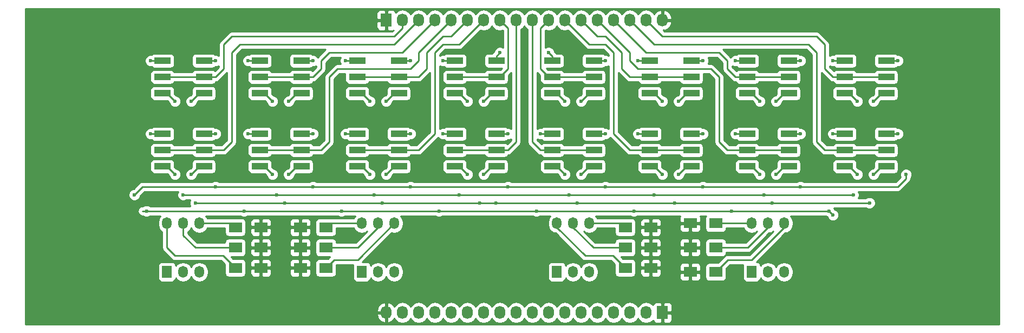
<source format=gtl>
G04 #@! TF.FileFunction,Copper,L1,Top,Signal*
%FSLAX46Y46*%
G04 Gerber Fmt 4.6, Leading zero omitted, Abs format (unit mm)*
G04 Created by KiCad (PCBNEW 4.0.0-stable) date 3/18/2016 11:08:59 AM*
%MOMM*%
G01*
G04 APERTURE LIST*
%ADD10C,0.100000*%
%ADD11R,2.000000X1.600000*%
%ADD12R,1.727200X2.032000*%
%ADD13O,1.727200X2.032000*%
%ADD14R,2.500000X1.000000*%
%ADD15R,1.524000X1.824000*%
%ADD16O,1.524000X1.824000*%
%ADD17C,0.600000*%
%ADD18C,0.250000*%
%ADD19C,0.254000*%
G04 APERTURE END LIST*
D10*
D11*
X201200000Y-64770000D03*
X205200000Y-64770000D03*
X201200000Y-68580000D03*
X205200000Y-68580000D03*
X201200000Y-72390000D03*
X205200000Y-72390000D03*
X195040000Y-71755000D03*
X191040000Y-71755000D03*
X195040000Y-68580000D03*
X191040000Y-68580000D03*
X195040000Y-65405000D03*
X191040000Y-65405000D03*
X140240000Y-65405000D03*
X144240000Y-65405000D03*
X140240000Y-68580000D03*
X144240000Y-68580000D03*
X140240000Y-71755000D03*
X144240000Y-71755000D03*
X134080000Y-71755000D03*
X130080000Y-71755000D03*
X134080000Y-68580000D03*
X130080000Y-68580000D03*
X134080000Y-65405000D03*
X130080000Y-65405000D03*
D12*
X153670000Y-33020000D03*
D13*
X156210000Y-33020000D03*
X158750000Y-33020000D03*
X161290000Y-33020000D03*
X163830000Y-33020000D03*
X166370000Y-33020000D03*
X168910000Y-33020000D03*
X171450000Y-33020000D03*
X173990000Y-33020000D03*
X176530000Y-33020000D03*
X179070000Y-33020000D03*
X181610000Y-33020000D03*
X184150000Y-33020000D03*
X186690000Y-33020000D03*
X189230000Y-33020000D03*
X191770000Y-33020000D03*
X194310000Y-33020000D03*
X196850000Y-33020000D03*
D12*
X196850000Y-78740000D03*
D13*
X194310000Y-78740000D03*
X191770000Y-78740000D03*
X189230000Y-78740000D03*
X186690000Y-78740000D03*
X184150000Y-78740000D03*
X181610000Y-78740000D03*
X179070000Y-78740000D03*
X176530000Y-78740000D03*
X173990000Y-78740000D03*
X171450000Y-78740000D03*
X168910000Y-78740000D03*
X166370000Y-78740000D03*
X163830000Y-78740000D03*
X161290000Y-78740000D03*
X158750000Y-78740000D03*
X156210000Y-78740000D03*
X153670000Y-78740000D03*
D14*
X125170000Y-44450000D03*
X125170000Y-41910000D03*
X125170000Y-39370000D03*
X118670000Y-39370000D03*
X118670000Y-41910000D03*
X118670000Y-44450000D03*
X125170000Y-55880000D03*
X125170000Y-53340000D03*
X125170000Y-50800000D03*
X118670000Y-50800000D03*
X118670000Y-53340000D03*
X118670000Y-55880000D03*
X140410000Y-44450000D03*
X140410000Y-41910000D03*
X140410000Y-39370000D03*
X133910000Y-39370000D03*
X133910000Y-41910000D03*
X133910000Y-44450000D03*
X140410000Y-55880000D03*
X140410000Y-53340000D03*
X140410000Y-50800000D03*
X133910000Y-50800000D03*
X133910000Y-53340000D03*
X133910000Y-55880000D03*
X155650000Y-44450000D03*
X155650000Y-41910000D03*
X155650000Y-39370000D03*
X149150000Y-39370000D03*
X149150000Y-41910000D03*
X149150000Y-44450000D03*
X155650000Y-55880000D03*
X155650000Y-53340000D03*
X155650000Y-50800000D03*
X149150000Y-50800000D03*
X149150000Y-53340000D03*
X149150000Y-55880000D03*
X170890000Y-44450000D03*
X170890000Y-41910000D03*
X170890000Y-39370000D03*
X164390000Y-39370000D03*
X164390000Y-41910000D03*
X164390000Y-44450000D03*
X170890000Y-55880000D03*
X170890000Y-53340000D03*
X170890000Y-50800000D03*
X164390000Y-50800000D03*
X164390000Y-53340000D03*
X164390000Y-55880000D03*
X186130000Y-55880000D03*
X186130000Y-53340000D03*
X186130000Y-50800000D03*
X179630000Y-50800000D03*
X179630000Y-53340000D03*
X179630000Y-55880000D03*
X186130000Y-44450000D03*
X186130000Y-41910000D03*
X186130000Y-39370000D03*
X179630000Y-39370000D03*
X179630000Y-41910000D03*
X179630000Y-44450000D03*
X201370000Y-55880000D03*
X201370000Y-53340000D03*
X201370000Y-50800000D03*
X194870000Y-50800000D03*
X194870000Y-53340000D03*
X194870000Y-55880000D03*
X201370000Y-44450000D03*
X201370000Y-41910000D03*
X201370000Y-39370000D03*
X194870000Y-39370000D03*
X194870000Y-41910000D03*
X194870000Y-44450000D03*
X216610000Y-55880000D03*
X216610000Y-53340000D03*
X216610000Y-50800000D03*
X210110000Y-50800000D03*
X210110000Y-53340000D03*
X210110000Y-55880000D03*
X216610000Y-44450000D03*
X216610000Y-41910000D03*
X216610000Y-39370000D03*
X210110000Y-39370000D03*
X210110000Y-41910000D03*
X210110000Y-44450000D03*
X231850000Y-55880000D03*
X231850000Y-53340000D03*
X231850000Y-50800000D03*
X225350000Y-50800000D03*
X225350000Y-53340000D03*
X225350000Y-55880000D03*
X231850000Y-44450000D03*
X231850000Y-41910000D03*
X231850000Y-39370000D03*
X225350000Y-39370000D03*
X225350000Y-41910000D03*
X225350000Y-44450000D03*
D15*
X210820000Y-72390000D03*
D16*
X210820000Y-64770000D03*
X213360000Y-72390000D03*
X213360000Y-64770000D03*
X215900000Y-72390000D03*
X215900000Y-64770000D03*
D15*
X180340000Y-72390000D03*
D16*
X180340000Y-64770000D03*
X182880000Y-72390000D03*
X182880000Y-64770000D03*
X185420000Y-72390000D03*
X185420000Y-64770000D03*
D15*
X149860000Y-72390000D03*
D16*
X149860000Y-64770000D03*
X152400000Y-72390000D03*
X152400000Y-64770000D03*
X154940000Y-72390000D03*
X154940000Y-64770000D03*
D15*
X119380000Y-72390000D03*
D16*
X119380000Y-64770000D03*
X121920000Y-72390000D03*
X121920000Y-64770000D03*
X124460000Y-72390000D03*
X124460000Y-64770000D03*
D17*
X232410000Y-47625000D03*
X224790000Y-47625000D03*
X217170000Y-47625000D03*
X209550000Y-47625000D03*
X201930000Y-47625000D03*
X194310000Y-47625000D03*
X186690000Y-47625000D03*
X179070000Y-47625000D03*
X171450000Y-47625000D03*
X163830000Y-47625000D03*
X156210000Y-47625000D03*
X148590000Y-47625000D03*
X140970000Y-47625000D03*
X133350000Y-47625000D03*
X125730000Y-47625000D03*
X118110000Y-47625000D03*
X168275000Y-66675000D03*
X160655000Y-66675000D03*
X113665000Y-80010000D03*
X108585000Y-80010000D03*
X103505000Y-80010000D03*
X98425000Y-80010000D03*
X98425000Y-74930000D03*
X98425000Y-69215000D03*
X98425000Y-64135000D03*
X98425000Y-59055000D03*
X98425000Y-53340000D03*
X98425000Y-48260000D03*
X98425000Y-43180000D03*
X98425000Y-38100000D03*
X98425000Y-33020000D03*
X103505000Y-33020000D03*
X108585000Y-33020000D03*
X113665000Y-33020000D03*
X118745000Y-33020000D03*
X123825000Y-33020000D03*
X128905000Y-33020000D03*
X133985000Y-33020000D03*
X139065000Y-33020000D03*
X144145000Y-33020000D03*
X149225000Y-33020000D03*
X225425000Y-76835000D03*
X228600000Y-80010000D03*
X233680000Y-80010000D03*
X238760000Y-80010000D03*
X243840000Y-80010000D03*
X248920000Y-78740000D03*
X248920000Y-73660000D03*
X248920000Y-68580000D03*
X248920000Y-63500000D03*
X248920000Y-58420000D03*
X248920000Y-53340000D03*
X248920000Y-48260000D03*
X248920000Y-43180000D03*
X248920000Y-38100000D03*
X248920000Y-33020000D03*
X243840000Y-33020000D03*
X238760000Y-33020000D03*
X233680000Y-33020000D03*
X227965000Y-33020000D03*
X222885000Y-33020000D03*
X217805000Y-33020000D03*
X212725000Y-33020000D03*
X207645000Y-33020000D03*
X202565000Y-33020000D03*
X241935000Y-45720000D03*
X241935000Y-48895000D03*
X241935000Y-52070000D03*
X241935000Y-55245000D03*
X241935000Y-58420000D03*
X241935000Y-61595000D03*
X241935000Y-64770000D03*
X241935000Y-67945000D03*
X241935000Y-71120000D03*
X241935000Y-74295000D03*
X238760000Y-74295000D03*
X238760000Y-71120000D03*
X238760000Y-67945000D03*
X238760000Y-64770000D03*
X238760000Y-61595000D03*
X238760000Y-58420000D03*
X238760000Y-55245000D03*
X238760000Y-52070000D03*
X238760000Y-48895000D03*
X238760000Y-45720000D03*
X106680000Y-76835000D03*
X109855000Y-76835000D03*
X109855000Y-73660000D03*
X109855000Y-70485000D03*
X109855000Y-67310000D03*
X109855000Y-64135000D03*
X109855000Y-60960000D03*
X109855000Y-57785000D03*
X109855000Y-54610000D03*
X109855000Y-51435000D03*
X109855000Y-48260000D03*
X109855000Y-45085000D03*
X106680000Y-45085000D03*
X106680000Y-48260000D03*
X106680000Y-51435000D03*
X106680000Y-54610000D03*
X106680000Y-57785000D03*
X106680000Y-60960000D03*
X106680000Y-64135000D03*
X106680000Y-67310000D03*
X106680000Y-70485000D03*
X106680000Y-73660000D03*
X197485000Y-65405000D03*
X198755000Y-65405000D03*
X198755000Y-68580000D03*
X197485000Y-68580000D03*
X197485000Y-72390000D03*
X198755000Y-72390000D03*
X137795000Y-65405000D03*
X136525000Y-65405000D03*
X136525000Y-68580000D03*
X137795000Y-68580000D03*
X137795000Y-71755000D03*
X136525000Y-71755000D03*
X116205000Y-62865000D03*
X131445000Y-62865000D03*
X146685000Y-62865000D03*
X161925000Y-62865000D03*
X177165000Y-62865000D03*
X192405000Y-62865000D03*
X207645000Y-62865000D03*
X222885000Y-62865000D03*
X223520000Y-63500000D03*
X223520000Y-50800000D03*
X223520000Y-39370000D03*
X208280000Y-50800000D03*
X208280000Y-39370000D03*
X193040000Y-50800000D03*
X193040000Y-39370000D03*
X177800000Y-50800000D03*
X179070000Y-38100000D03*
X162560000Y-50800000D03*
X162560000Y-39370000D03*
X147320000Y-50800000D03*
X147320000Y-39370000D03*
X132080000Y-50800000D03*
X132080000Y-39370000D03*
X116840000Y-50800000D03*
X116840000Y-39370000D03*
X123825000Y-61595000D03*
X137795000Y-61595000D03*
X153035000Y-61595000D03*
X168275000Y-61595000D03*
X183515000Y-61595000D03*
X198755000Y-61595000D03*
X213995000Y-61595000D03*
X229235000Y-61595000D03*
X170815000Y-61595000D03*
X229870000Y-57150000D03*
X229870000Y-45720000D03*
X214630000Y-57150000D03*
X214630000Y-45720000D03*
X199390000Y-57150000D03*
X199390000Y-45720000D03*
X184150000Y-57150000D03*
X184150000Y-45720000D03*
X168910000Y-57150000D03*
X168910000Y-45720000D03*
X153670000Y-57150000D03*
X153670000Y-45720000D03*
X138430000Y-57150000D03*
X138430000Y-45720000D03*
X123190000Y-57150000D03*
X123190000Y-45720000D03*
X195580000Y-60325000D03*
X226695000Y-60325000D03*
X212725000Y-60325000D03*
X182245000Y-60325000D03*
X151765000Y-60325000D03*
X136525000Y-60325000D03*
X121920000Y-60325000D03*
X165100000Y-60325000D03*
X227330000Y-57150000D03*
X227330000Y-45720000D03*
X212090000Y-57150000D03*
X212090000Y-45720000D03*
X196850000Y-57150000D03*
X196850000Y-45720000D03*
X181610000Y-57150000D03*
X181610000Y-45720000D03*
X166370000Y-57150000D03*
X166370000Y-45720000D03*
X151130000Y-57150000D03*
X151130000Y-45720000D03*
X135890000Y-57150000D03*
X135890000Y-45720000D03*
X120650000Y-57150000D03*
X120650000Y-45720000D03*
X127000000Y-59055000D03*
X142240000Y-59055000D03*
X157480000Y-59055000D03*
X172720000Y-59055000D03*
X187960000Y-59055000D03*
X203200000Y-59055000D03*
X218440000Y-59055000D03*
X114300000Y-60325000D03*
X234950000Y-57150000D03*
X233680000Y-50800000D03*
X233680000Y-39370000D03*
X203200000Y-50800000D03*
X218440000Y-50800000D03*
X218440000Y-39370000D03*
X203200000Y-39370000D03*
X187960000Y-50800000D03*
X187960000Y-39370000D03*
X172720000Y-50800000D03*
X171450000Y-38100000D03*
X157480000Y-50800000D03*
X157480000Y-39370000D03*
X142240000Y-50800000D03*
X142240000Y-39370000D03*
X127000000Y-50800000D03*
X127000000Y-39370000D03*
D18*
X153670000Y-33020000D02*
X149225000Y-33020000D01*
X108585000Y-80010000D02*
X113665000Y-80010000D01*
X98425000Y-80010000D02*
X103505000Y-80010000D01*
X98425000Y-69215000D02*
X98425000Y-74930000D01*
X98425000Y-59055000D02*
X98425000Y-64135000D01*
X98425000Y-48260000D02*
X98425000Y-53340000D01*
X98425000Y-38100000D02*
X98425000Y-43180000D01*
X103505000Y-33020000D02*
X98425000Y-33020000D01*
X113665000Y-33020000D02*
X108585000Y-33020000D01*
X123825000Y-33020000D02*
X118745000Y-33020000D01*
X133985000Y-33020000D02*
X128905000Y-33020000D01*
X144145000Y-33020000D02*
X139065000Y-33020000D01*
X196850000Y-33020000D02*
X202565000Y-33020000D01*
X233680000Y-80010000D02*
X228600000Y-80010000D01*
X243840000Y-80010000D02*
X238760000Y-80010000D01*
X248920000Y-73660000D02*
X248920000Y-78740000D01*
X248920000Y-63500000D02*
X248920000Y-68580000D01*
X248920000Y-53340000D02*
X248920000Y-58420000D01*
X248920000Y-43180000D02*
X248920000Y-48260000D01*
X248920000Y-33020000D02*
X248920000Y-38100000D01*
X238760000Y-33020000D02*
X243840000Y-33020000D01*
X227965000Y-33020000D02*
X233680000Y-33020000D01*
X217805000Y-33020000D02*
X222885000Y-33020000D01*
X207645000Y-33020000D02*
X212725000Y-33020000D01*
X239395000Y-45720000D02*
X238760000Y-45720000D01*
X241935000Y-52070000D02*
X241935000Y-48895000D01*
X241935000Y-58420000D02*
X241935000Y-55245000D01*
X241935000Y-64770000D02*
X241935000Y-61595000D01*
X241935000Y-71120000D02*
X241935000Y-67945000D01*
X238760000Y-74295000D02*
X241935000Y-74295000D01*
X238760000Y-67945000D02*
X238760000Y-71120000D01*
X238760000Y-61595000D02*
X238760000Y-64770000D01*
X238760000Y-55245000D02*
X238760000Y-58420000D01*
X238760000Y-48895000D02*
X238760000Y-52070000D01*
X109855000Y-70485000D02*
X109855000Y-73660000D01*
X109855000Y-64135000D02*
X109855000Y-67310000D01*
X109855000Y-57785000D02*
X109855000Y-60960000D01*
X109855000Y-51435000D02*
X109855000Y-54610000D01*
X109855000Y-45085000D02*
X109855000Y-48260000D01*
X106680000Y-48260000D02*
X106680000Y-45085000D01*
X106680000Y-54610000D02*
X106680000Y-51435000D01*
X106680000Y-60960000D02*
X106680000Y-57785000D01*
X106680000Y-67310000D02*
X106680000Y-64135000D01*
X106680000Y-73660000D02*
X106680000Y-70485000D01*
X201200000Y-72390000D02*
X198755000Y-72390000D01*
X198755000Y-68580000D02*
X198755000Y-65405000D01*
X197485000Y-72390000D02*
X197485000Y-68580000D01*
X134080000Y-65405000D02*
X136525000Y-65405000D01*
X137795000Y-65405000D02*
X140240000Y-65405000D01*
X140240000Y-68580000D02*
X137795000Y-68580000D01*
X136525000Y-68580000D02*
X134080000Y-68580000D01*
X134080000Y-71755000D02*
X136525000Y-71755000D01*
X137795000Y-71755000D02*
X140240000Y-71755000D01*
X140240000Y-71755000D02*
X140240000Y-68580000D01*
X210820000Y-64770000D02*
X205200000Y-64770000D01*
X213360000Y-64770000D02*
X213360000Y-65405000D01*
X213360000Y-65405000D02*
X210185000Y-68580000D01*
X210185000Y-68580000D02*
X205200000Y-68580000D01*
X215900000Y-64770000D02*
X215900000Y-65405000D01*
X215900000Y-65405000D02*
X210820000Y-70485000D01*
X210820000Y-70485000D02*
X207105000Y-70485000D01*
X207105000Y-70485000D02*
X205200000Y-72390000D01*
X180340000Y-64770000D02*
X180340000Y-65405000D01*
X180340000Y-65405000D02*
X184785000Y-69850000D01*
X184785000Y-69850000D02*
X189135000Y-69850000D01*
X189135000Y-69850000D02*
X191040000Y-71755000D01*
X182880000Y-64770000D02*
X182880000Y-65405000D01*
X182880000Y-65405000D02*
X186055000Y-68580000D01*
X186055000Y-68580000D02*
X191040000Y-68580000D01*
X185420000Y-64770000D02*
X190405000Y-64770000D01*
X190405000Y-64770000D02*
X191040000Y-65405000D01*
X149860000Y-64770000D02*
X144875000Y-64770000D01*
X144875000Y-64770000D02*
X144240000Y-65405000D01*
X152400000Y-64770000D02*
X152400000Y-65405000D01*
X152400000Y-65405000D02*
X149225000Y-68580000D01*
X149225000Y-68580000D02*
X144240000Y-68580000D01*
X154940000Y-64770000D02*
X149225000Y-70485000D01*
X145510000Y-70485000D02*
X144240000Y-71755000D01*
X149225000Y-70485000D02*
X145510000Y-70485000D01*
X119380000Y-64770000D02*
X119380000Y-68580000D01*
X128175000Y-69850000D02*
X130080000Y-71755000D01*
X120650000Y-69850000D02*
X128175000Y-69850000D01*
X119380000Y-68580000D02*
X120650000Y-69850000D01*
X121920000Y-64770000D02*
X121920000Y-66675000D01*
X123825000Y-68580000D02*
X130080000Y-68580000D01*
X121920000Y-66675000D02*
X123825000Y-68580000D01*
X124460000Y-64770000D02*
X129445000Y-64770000D01*
X129445000Y-64770000D02*
X130080000Y-65405000D01*
X118670000Y-41910000D02*
X125170000Y-41910000D01*
X125170000Y-41910000D02*
X127000000Y-41910000D01*
X156210000Y-34290000D02*
X156210000Y-33020000D01*
X154940000Y-35560000D02*
X156210000Y-34290000D01*
X129540000Y-35560000D02*
X154940000Y-35560000D01*
X128270000Y-36830000D02*
X129540000Y-35560000D01*
X128270000Y-40640000D02*
X128270000Y-36830000D01*
X127000000Y-41910000D02*
X128270000Y-40640000D01*
X118670000Y-53340000D02*
X125170000Y-53340000D01*
X125170000Y-53340000D02*
X128270000Y-53340000D01*
X154940000Y-36830000D02*
X158750000Y-33020000D01*
X130810000Y-36830000D02*
X154940000Y-36830000D01*
X129540000Y-38100000D02*
X130810000Y-36830000D01*
X129540000Y-52070000D02*
X129540000Y-38100000D01*
X128270000Y-53340000D02*
X129540000Y-52070000D01*
X133910000Y-41910000D02*
X140410000Y-41910000D01*
X140410000Y-41910000D02*
X142240000Y-41910000D01*
X156210000Y-38100000D02*
X161290000Y-33020000D01*
X144780000Y-38100000D02*
X156210000Y-38100000D01*
X143510000Y-39370000D02*
X144780000Y-38100000D01*
X143510000Y-40640000D02*
X143510000Y-39370000D01*
X142240000Y-41910000D02*
X143510000Y-40640000D01*
X133910000Y-53340000D02*
X140410000Y-53340000D01*
X140410000Y-53340000D02*
X143510000Y-53340000D01*
X158750000Y-38100000D02*
X163830000Y-33020000D01*
X158750000Y-39370000D02*
X158750000Y-38100000D01*
X157480000Y-40640000D02*
X158750000Y-39370000D01*
X146050000Y-40640000D02*
X157480000Y-40640000D01*
X144780000Y-41910000D02*
X146050000Y-40640000D01*
X144780000Y-52070000D02*
X144780000Y-41910000D01*
X143510000Y-53340000D02*
X144780000Y-52070000D01*
X149150000Y-41910000D02*
X155650000Y-41910000D01*
X155650000Y-41910000D02*
X158750000Y-41910000D01*
X163830000Y-35560000D02*
X166370000Y-33020000D01*
X162560000Y-35560000D02*
X163830000Y-35560000D01*
X160020000Y-38100000D02*
X162560000Y-35560000D01*
X160020000Y-40640000D02*
X160020000Y-38100000D01*
X158750000Y-41910000D02*
X160020000Y-40640000D01*
X149150000Y-53340000D02*
X155650000Y-53340000D01*
X155650000Y-53340000D02*
X158750000Y-53340000D01*
X165100000Y-36830000D02*
X168910000Y-33020000D01*
X162560000Y-36830000D02*
X165100000Y-36830000D01*
X161290000Y-38100000D02*
X162560000Y-36830000D01*
X161290000Y-50800000D02*
X161290000Y-38100000D01*
X158750000Y-53340000D02*
X161290000Y-50800000D01*
X164390000Y-41910000D02*
X170890000Y-41910000D01*
X170890000Y-41910000D02*
X171450000Y-41910000D01*
X171450000Y-41910000D02*
X172720000Y-40640000D01*
X172720000Y-40640000D02*
X172720000Y-34290000D01*
X172720000Y-34290000D02*
X171450000Y-33020000D01*
X164390000Y-53340000D02*
X170890000Y-53340000D01*
X170890000Y-53340000D02*
X172720000Y-53340000D01*
X173990000Y-52070000D02*
X173990000Y-33020000D01*
X172720000Y-53340000D02*
X173990000Y-52070000D01*
X179630000Y-53340000D02*
X186130000Y-53340000D01*
X179630000Y-53340000D02*
X177800000Y-53340000D01*
X176530000Y-52070000D02*
X176530000Y-33020000D01*
X177800000Y-53340000D02*
X176530000Y-52070000D01*
X179630000Y-41910000D02*
X186690000Y-41910000D01*
X186690000Y-41910000D02*
X186130000Y-41910000D01*
X179630000Y-41910000D02*
X179070000Y-41910000D01*
X179070000Y-41910000D02*
X177800000Y-40640000D01*
X177800000Y-40640000D02*
X177800000Y-34290000D01*
X177800000Y-34290000D02*
X179070000Y-33020000D01*
X194870000Y-53340000D02*
X201370000Y-53340000D01*
X194870000Y-53340000D02*
X191770000Y-53340000D01*
X185420000Y-36830000D02*
X181610000Y-33020000D01*
X187960000Y-36830000D02*
X185420000Y-36830000D01*
X189230000Y-38100000D02*
X187960000Y-36830000D01*
X189230000Y-50800000D02*
X189230000Y-38100000D01*
X191770000Y-53340000D02*
X189230000Y-50800000D01*
X194870000Y-41910000D02*
X201370000Y-41910000D01*
X194870000Y-41910000D02*
X191770000Y-41910000D01*
X186690000Y-35560000D02*
X184150000Y-33020000D01*
X187960000Y-35560000D02*
X186690000Y-35560000D01*
X190500000Y-38100000D02*
X187960000Y-35560000D01*
X190500000Y-40640000D02*
X190500000Y-38100000D01*
X191770000Y-41910000D02*
X190500000Y-40640000D01*
X216610000Y-53340000D02*
X210110000Y-53340000D01*
X210110000Y-53340000D02*
X207010000Y-53340000D01*
X191770000Y-38100000D02*
X186690000Y-33020000D01*
X191770000Y-39370000D02*
X191770000Y-38100000D01*
X193040000Y-40640000D02*
X191770000Y-39370000D01*
X204470000Y-40640000D02*
X193040000Y-40640000D01*
X205740000Y-41910000D02*
X204470000Y-40640000D01*
X205740000Y-52070000D02*
X205740000Y-41910000D01*
X207010000Y-53340000D02*
X205740000Y-52070000D01*
X210110000Y-41910000D02*
X216610000Y-41910000D01*
X210110000Y-41910000D02*
X208280000Y-41910000D01*
X194310000Y-38100000D02*
X189230000Y-33020000D01*
X205740000Y-38100000D02*
X194310000Y-38100000D01*
X207010000Y-39370000D02*
X205740000Y-38100000D01*
X207010000Y-40640000D02*
X207010000Y-39370000D01*
X208280000Y-41910000D02*
X207010000Y-40640000D01*
X231850000Y-53340000D02*
X225350000Y-53340000D01*
X225350000Y-53340000D02*
X222250000Y-53340000D01*
X195580000Y-36830000D02*
X191770000Y-33020000D01*
X219710000Y-36830000D02*
X195580000Y-36830000D01*
X220980000Y-38100000D02*
X219710000Y-36830000D01*
X220980000Y-52070000D02*
X220980000Y-38100000D01*
X222250000Y-53340000D02*
X220980000Y-52070000D01*
X225350000Y-41910000D02*
X231140000Y-41910000D01*
X231140000Y-41910000D02*
X231850000Y-41910000D01*
X225350000Y-41910000D02*
X223520000Y-41910000D01*
X196850000Y-35560000D02*
X194310000Y-33020000D01*
X220980000Y-35560000D02*
X196850000Y-35560000D01*
X222250000Y-36830000D02*
X220980000Y-35560000D01*
X222250000Y-40640000D02*
X222250000Y-36830000D01*
X223520000Y-41910000D02*
X222250000Y-40640000D01*
X223520000Y-63500000D02*
X222885000Y-62865000D01*
X222885000Y-62865000D02*
X222250000Y-62865000D01*
X222250000Y-62865000D02*
X207645000Y-62865000D01*
X207010000Y-62865000D02*
X192405000Y-62865000D01*
X207645000Y-62865000D02*
X207010000Y-62865000D01*
X192405000Y-62865000D02*
X177165000Y-62865000D01*
X177165000Y-62865000D02*
X161925000Y-62865000D01*
X161925000Y-62865000D02*
X146685000Y-62865000D01*
X146685000Y-62865000D02*
X131445000Y-62865000D01*
X131445000Y-62865000D02*
X116205000Y-62865000D01*
X116205000Y-62865000D02*
X115570000Y-62865000D01*
X225350000Y-50800000D02*
X223520000Y-50800000D01*
X225350000Y-39370000D02*
X223520000Y-39370000D01*
X210110000Y-50800000D02*
X208280000Y-50800000D01*
X210110000Y-39370000D02*
X208280000Y-39370000D01*
X194870000Y-50800000D02*
X193040000Y-50800000D01*
X194870000Y-39370000D02*
X193040000Y-39370000D01*
X179630000Y-50800000D02*
X177800000Y-50800000D01*
X179630000Y-39370000D02*
X179630000Y-38660000D01*
X179630000Y-38660000D02*
X179070000Y-38100000D01*
X164390000Y-50800000D02*
X162560000Y-50800000D01*
X164390000Y-39370000D02*
X162560000Y-39370000D01*
X149150000Y-50800000D02*
X147320000Y-50800000D01*
X149150000Y-39370000D02*
X147320000Y-39370000D01*
X133910000Y-50800000D02*
X132080000Y-50800000D01*
X133910000Y-39370000D02*
X132080000Y-39370000D01*
X118670000Y-50800000D02*
X116840000Y-50800000D01*
X118670000Y-39370000D02*
X116840000Y-39370000D01*
X123825000Y-61595000D02*
X137795000Y-61595000D01*
X229235000Y-61595000D02*
X227965000Y-61595000D01*
X170815000Y-61595000D02*
X183515000Y-61595000D01*
X183515000Y-61595000D02*
X198755000Y-61595000D01*
X198755000Y-61595000D02*
X213995000Y-61595000D01*
X213995000Y-61595000D02*
X227965000Y-61595000D01*
X227965000Y-61595000D02*
X228600000Y-61595000D01*
X170815000Y-61595000D02*
X168275000Y-61595000D01*
X168275000Y-61595000D02*
X153035000Y-61595000D01*
X153035000Y-61595000D02*
X137795000Y-61595000D01*
X231850000Y-55880000D02*
X231140000Y-55880000D01*
X231140000Y-55880000D02*
X229870000Y-57150000D01*
X231850000Y-44450000D02*
X231140000Y-44450000D01*
X231140000Y-44450000D02*
X229870000Y-45720000D01*
X216610000Y-55880000D02*
X215900000Y-55880000D01*
X215900000Y-55880000D02*
X214630000Y-57150000D01*
X216610000Y-44450000D02*
X215900000Y-44450000D01*
X215900000Y-44450000D02*
X214630000Y-45720000D01*
X201370000Y-55880000D02*
X200660000Y-55880000D01*
X200660000Y-55880000D02*
X199390000Y-57150000D01*
X201370000Y-44450000D02*
X200660000Y-44450000D01*
X200660000Y-44450000D02*
X199390000Y-45720000D01*
X186130000Y-55880000D02*
X185420000Y-55880000D01*
X185420000Y-55880000D02*
X184150000Y-57150000D01*
X186130000Y-44450000D02*
X185420000Y-44450000D01*
X185420000Y-44450000D02*
X184150000Y-45720000D01*
X170890000Y-55880000D02*
X170180000Y-55880000D01*
X170180000Y-55880000D02*
X168910000Y-57150000D01*
X170890000Y-44450000D02*
X170180000Y-44450000D01*
X170180000Y-44450000D02*
X168910000Y-45720000D01*
X155650000Y-55880000D02*
X154940000Y-55880000D01*
X154940000Y-55880000D02*
X153670000Y-57150000D01*
X155650000Y-44450000D02*
X154940000Y-44450000D01*
X154940000Y-44450000D02*
X153670000Y-45720000D01*
X140410000Y-55880000D02*
X139700000Y-55880000D01*
X139700000Y-55880000D02*
X138430000Y-57150000D01*
X140410000Y-44450000D02*
X139700000Y-44450000D01*
X139700000Y-44450000D02*
X138430000Y-45720000D01*
X125170000Y-55880000D02*
X124460000Y-55880000D01*
X124460000Y-55880000D02*
X123190000Y-57150000D01*
X125170000Y-44450000D02*
X124460000Y-44450000D01*
X124460000Y-44450000D02*
X123190000Y-45720000D01*
X226695000Y-60325000D02*
X212725000Y-60325000D01*
X121920000Y-60325000D02*
X136525000Y-60325000D01*
X136525000Y-60325000D02*
X151765000Y-60325000D01*
X151765000Y-60325000D02*
X165100000Y-60325000D01*
X165100000Y-60325000D02*
X182245000Y-60325000D01*
X182245000Y-60325000D02*
X195580000Y-60325000D01*
X195580000Y-60325000D02*
X212725000Y-60325000D01*
X225350000Y-55880000D02*
X226060000Y-55880000D01*
X226060000Y-55880000D02*
X227330000Y-57150000D01*
X225350000Y-44450000D02*
X226060000Y-44450000D01*
X226060000Y-44450000D02*
X227330000Y-45720000D01*
X210110000Y-55880000D02*
X210820000Y-55880000D01*
X210820000Y-55880000D02*
X212090000Y-57150000D01*
X210110000Y-44450000D02*
X210820000Y-44450000D01*
X210820000Y-44450000D02*
X212090000Y-45720000D01*
X194870000Y-55880000D02*
X195580000Y-55880000D01*
X195580000Y-55880000D02*
X196850000Y-57150000D01*
X194870000Y-44450000D02*
X195580000Y-44450000D01*
X195580000Y-44450000D02*
X196850000Y-45720000D01*
X179630000Y-55880000D02*
X180340000Y-55880000D01*
X180340000Y-55880000D02*
X181610000Y-57150000D01*
X179630000Y-44450000D02*
X180340000Y-44450000D01*
X180340000Y-44450000D02*
X181610000Y-45720000D01*
X164390000Y-55880000D02*
X165100000Y-55880000D01*
X165100000Y-55880000D02*
X166370000Y-57150000D01*
X164390000Y-44450000D02*
X165100000Y-44450000D01*
X165100000Y-44450000D02*
X166370000Y-45720000D01*
X149150000Y-55880000D02*
X149860000Y-55880000D01*
X149860000Y-55880000D02*
X151130000Y-57150000D01*
X149150000Y-44450000D02*
X149860000Y-44450000D01*
X149860000Y-44450000D02*
X151130000Y-45720000D01*
X133910000Y-55880000D02*
X134620000Y-55880000D01*
X134620000Y-55880000D02*
X135890000Y-57150000D01*
X133910000Y-44450000D02*
X134620000Y-44450000D01*
X134620000Y-44450000D02*
X135890000Y-45720000D01*
X118670000Y-55880000D02*
X119380000Y-55880000D01*
X119380000Y-55880000D02*
X120650000Y-57150000D01*
X118670000Y-44450000D02*
X119380000Y-44450000D01*
X119380000Y-44450000D02*
X120650000Y-45720000D01*
X114300000Y-60325000D02*
X115570000Y-59055000D01*
X115570000Y-59055000D02*
X127000000Y-59055000D01*
X127000000Y-59055000D02*
X142240000Y-59055000D01*
X142240000Y-59055000D02*
X157480000Y-59055000D01*
X157480000Y-59055000D02*
X172720000Y-59055000D01*
X172720000Y-59055000D02*
X187960000Y-59055000D01*
X187960000Y-59055000D02*
X203200000Y-59055000D01*
X203200000Y-59055000D02*
X218440000Y-59055000D01*
X218440000Y-59055000D02*
X233680000Y-59055000D01*
X234950000Y-57785000D02*
X234950000Y-57150000D01*
X233680000Y-59055000D02*
X234950000Y-57785000D01*
X231850000Y-50800000D02*
X233680000Y-50800000D01*
X231850000Y-39370000D02*
X233680000Y-39370000D01*
X201370000Y-50800000D02*
X203200000Y-50800000D01*
X216610000Y-50800000D02*
X218440000Y-50800000D01*
X216610000Y-39370000D02*
X218440000Y-39370000D01*
X201370000Y-39370000D02*
X203200000Y-39370000D01*
X186130000Y-50800000D02*
X187960000Y-50800000D01*
X186130000Y-39370000D02*
X187960000Y-39370000D01*
X170890000Y-50800000D02*
X172720000Y-50800000D01*
X170890000Y-39370000D02*
X170890000Y-38660000D01*
X170890000Y-38660000D02*
X171450000Y-38100000D01*
X155650000Y-50800000D02*
X157480000Y-50800000D01*
X155650000Y-39370000D02*
X157480000Y-39370000D01*
X140410000Y-50800000D02*
X142240000Y-50800000D01*
X140410000Y-39370000D02*
X142240000Y-39370000D01*
X125170000Y-50800000D02*
X127000000Y-50800000D01*
X125170000Y-39370000D02*
X127000000Y-39370000D01*
D19*
G36*
X249480000Y-80570000D02*
X97230000Y-80570000D01*
X97230000Y-79101913D01*
X152184816Y-79101913D01*
X152378046Y-79654320D01*
X152767964Y-80090732D01*
X153295209Y-80344709D01*
X153310974Y-80347358D01*
X153543000Y-80226217D01*
X153543000Y-78867000D01*
X152329076Y-78867000D01*
X152184816Y-79101913D01*
X97230000Y-79101913D01*
X97230000Y-78378087D01*
X152184816Y-78378087D01*
X152329076Y-78613000D01*
X153543000Y-78613000D01*
X153543000Y-77253783D01*
X153797000Y-77253783D01*
X153797000Y-78613000D01*
X153817000Y-78613000D01*
X153817000Y-78867000D01*
X153797000Y-78867000D01*
X153797000Y-80226217D01*
X154029026Y-80347358D01*
X154044791Y-80344709D01*
X154572036Y-80090732D01*
X154943539Y-79674931D01*
X155150330Y-79984415D01*
X155636511Y-80309271D01*
X156210000Y-80423345D01*
X156783489Y-80309271D01*
X157269670Y-79984415D01*
X157480000Y-79669634D01*
X157690330Y-79984415D01*
X158176511Y-80309271D01*
X158750000Y-80423345D01*
X159323489Y-80309271D01*
X159809670Y-79984415D01*
X160020000Y-79669634D01*
X160230330Y-79984415D01*
X160716511Y-80309271D01*
X161290000Y-80423345D01*
X161863489Y-80309271D01*
X162349670Y-79984415D01*
X162560000Y-79669634D01*
X162770330Y-79984415D01*
X163256511Y-80309271D01*
X163830000Y-80423345D01*
X164403489Y-80309271D01*
X164889670Y-79984415D01*
X165100000Y-79669634D01*
X165310330Y-79984415D01*
X165796511Y-80309271D01*
X166370000Y-80423345D01*
X166943489Y-80309271D01*
X167429670Y-79984415D01*
X167640000Y-79669634D01*
X167850330Y-79984415D01*
X168336511Y-80309271D01*
X168910000Y-80423345D01*
X169483489Y-80309271D01*
X169969670Y-79984415D01*
X170180000Y-79669634D01*
X170390330Y-79984415D01*
X170876511Y-80309271D01*
X171450000Y-80423345D01*
X172023489Y-80309271D01*
X172509670Y-79984415D01*
X172720000Y-79669634D01*
X172930330Y-79984415D01*
X173416511Y-80309271D01*
X173990000Y-80423345D01*
X174563489Y-80309271D01*
X175049670Y-79984415D01*
X175260000Y-79669634D01*
X175470330Y-79984415D01*
X175956511Y-80309271D01*
X176530000Y-80423345D01*
X177103489Y-80309271D01*
X177589670Y-79984415D01*
X177800000Y-79669634D01*
X178010330Y-79984415D01*
X178496511Y-80309271D01*
X179070000Y-80423345D01*
X179643489Y-80309271D01*
X180129670Y-79984415D01*
X180340000Y-79669634D01*
X180550330Y-79984415D01*
X181036511Y-80309271D01*
X181610000Y-80423345D01*
X182183489Y-80309271D01*
X182669670Y-79984415D01*
X182880000Y-79669634D01*
X183090330Y-79984415D01*
X183576511Y-80309271D01*
X184150000Y-80423345D01*
X184723489Y-80309271D01*
X185209670Y-79984415D01*
X185420000Y-79669634D01*
X185630330Y-79984415D01*
X186116511Y-80309271D01*
X186690000Y-80423345D01*
X187263489Y-80309271D01*
X187749670Y-79984415D01*
X187960000Y-79669634D01*
X188170330Y-79984415D01*
X188656511Y-80309271D01*
X189230000Y-80423345D01*
X189803489Y-80309271D01*
X190289670Y-79984415D01*
X190500000Y-79669634D01*
X190710330Y-79984415D01*
X191196511Y-80309271D01*
X191770000Y-80423345D01*
X192343489Y-80309271D01*
X192829670Y-79984415D01*
X193040000Y-79669634D01*
X193250330Y-79984415D01*
X193736511Y-80309271D01*
X194310000Y-80423345D01*
X194883489Y-80309271D01*
X195369670Y-79984415D01*
X195384500Y-79962220D01*
X195448073Y-80115698D01*
X195626701Y-80294327D01*
X195860090Y-80391000D01*
X196564250Y-80391000D01*
X196723000Y-80232250D01*
X196723000Y-78867000D01*
X196977000Y-78867000D01*
X196977000Y-80232250D01*
X197135750Y-80391000D01*
X197839910Y-80391000D01*
X198073299Y-80294327D01*
X198251927Y-80115698D01*
X198348600Y-79882309D01*
X198348600Y-79025750D01*
X198189850Y-78867000D01*
X196977000Y-78867000D01*
X196723000Y-78867000D01*
X196703000Y-78867000D01*
X196703000Y-78613000D01*
X196723000Y-78613000D01*
X196723000Y-77247750D01*
X196977000Y-77247750D01*
X196977000Y-78613000D01*
X198189850Y-78613000D01*
X198348600Y-78454250D01*
X198348600Y-77597691D01*
X198251927Y-77364302D01*
X198073299Y-77185673D01*
X197839910Y-77089000D01*
X197135750Y-77089000D01*
X196977000Y-77247750D01*
X196723000Y-77247750D01*
X196564250Y-77089000D01*
X195860090Y-77089000D01*
X195626701Y-77185673D01*
X195448073Y-77364302D01*
X195384500Y-77517780D01*
X195369670Y-77495585D01*
X194883489Y-77170729D01*
X194310000Y-77056655D01*
X193736511Y-77170729D01*
X193250330Y-77495585D01*
X193040000Y-77810366D01*
X192829670Y-77495585D01*
X192343489Y-77170729D01*
X191770000Y-77056655D01*
X191196511Y-77170729D01*
X190710330Y-77495585D01*
X190500000Y-77810366D01*
X190289670Y-77495585D01*
X189803489Y-77170729D01*
X189230000Y-77056655D01*
X188656511Y-77170729D01*
X188170330Y-77495585D01*
X187960000Y-77810366D01*
X187749670Y-77495585D01*
X187263489Y-77170729D01*
X186690000Y-77056655D01*
X186116511Y-77170729D01*
X185630330Y-77495585D01*
X185420000Y-77810366D01*
X185209670Y-77495585D01*
X184723489Y-77170729D01*
X184150000Y-77056655D01*
X183576511Y-77170729D01*
X183090330Y-77495585D01*
X182880000Y-77810366D01*
X182669670Y-77495585D01*
X182183489Y-77170729D01*
X181610000Y-77056655D01*
X181036511Y-77170729D01*
X180550330Y-77495585D01*
X180340000Y-77810366D01*
X180129670Y-77495585D01*
X179643489Y-77170729D01*
X179070000Y-77056655D01*
X178496511Y-77170729D01*
X178010330Y-77495585D01*
X177800000Y-77810366D01*
X177589670Y-77495585D01*
X177103489Y-77170729D01*
X176530000Y-77056655D01*
X175956511Y-77170729D01*
X175470330Y-77495585D01*
X175260000Y-77810366D01*
X175049670Y-77495585D01*
X174563489Y-77170729D01*
X173990000Y-77056655D01*
X173416511Y-77170729D01*
X172930330Y-77495585D01*
X172720000Y-77810366D01*
X172509670Y-77495585D01*
X172023489Y-77170729D01*
X171450000Y-77056655D01*
X170876511Y-77170729D01*
X170390330Y-77495585D01*
X170180000Y-77810366D01*
X169969670Y-77495585D01*
X169483489Y-77170729D01*
X168910000Y-77056655D01*
X168336511Y-77170729D01*
X167850330Y-77495585D01*
X167640000Y-77810366D01*
X167429670Y-77495585D01*
X166943489Y-77170729D01*
X166370000Y-77056655D01*
X165796511Y-77170729D01*
X165310330Y-77495585D01*
X165100000Y-77810366D01*
X164889670Y-77495585D01*
X164403489Y-77170729D01*
X163830000Y-77056655D01*
X163256511Y-77170729D01*
X162770330Y-77495585D01*
X162560000Y-77810366D01*
X162349670Y-77495585D01*
X161863489Y-77170729D01*
X161290000Y-77056655D01*
X160716511Y-77170729D01*
X160230330Y-77495585D01*
X160020000Y-77810366D01*
X159809670Y-77495585D01*
X159323489Y-77170729D01*
X158750000Y-77056655D01*
X158176511Y-77170729D01*
X157690330Y-77495585D01*
X157480000Y-77810366D01*
X157269670Y-77495585D01*
X156783489Y-77170729D01*
X156210000Y-77056655D01*
X155636511Y-77170729D01*
X155150330Y-77495585D01*
X154943539Y-77805069D01*
X154572036Y-77389268D01*
X154044791Y-77135291D01*
X154029026Y-77132642D01*
X153797000Y-77253783D01*
X153543000Y-77253783D01*
X153310974Y-77132642D01*
X153295209Y-77135291D01*
X152767964Y-77389268D01*
X152378046Y-77825680D01*
X152184816Y-78378087D01*
X97230000Y-78378087D01*
X97230000Y-71478000D01*
X117970560Y-71478000D01*
X117970560Y-73302000D01*
X118014838Y-73537317D01*
X118153910Y-73753441D01*
X118366110Y-73898431D01*
X118618000Y-73949440D01*
X120142000Y-73949440D01*
X120377317Y-73905162D01*
X120593441Y-73766090D01*
X120738431Y-73553890D01*
X120782832Y-73334633D01*
X120932172Y-73558136D01*
X121385391Y-73860968D01*
X121920000Y-73967308D01*
X122454609Y-73860968D01*
X122907828Y-73558136D01*
X123190000Y-73135837D01*
X123472172Y-73558136D01*
X123925391Y-73860968D01*
X124460000Y-73967308D01*
X124994609Y-73860968D01*
X125447828Y-73558136D01*
X125750660Y-73104917D01*
X125857000Y-72570308D01*
X125857000Y-72209692D01*
X125750660Y-71675083D01*
X125447828Y-71221864D01*
X124994609Y-70919032D01*
X124460000Y-70812692D01*
X123925391Y-70919032D01*
X123472172Y-71221864D01*
X123190000Y-71644163D01*
X122907828Y-71221864D01*
X122454609Y-70919032D01*
X121920000Y-70812692D01*
X121385391Y-70919032D01*
X120932172Y-71221864D01*
X120783197Y-71444821D01*
X120745162Y-71242683D01*
X120606090Y-71026559D01*
X120393890Y-70881569D01*
X120142000Y-70830560D01*
X118618000Y-70830560D01*
X118382683Y-70874838D01*
X118166559Y-71013910D01*
X118021569Y-71226110D01*
X117970560Y-71478000D01*
X97230000Y-71478000D01*
X97230000Y-60510167D01*
X113364838Y-60510167D01*
X113506883Y-60853943D01*
X113769673Y-61117192D01*
X114113201Y-61259838D01*
X114485167Y-61260162D01*
X114828943Y-61118117D01*
X115092192Y-60855327D01*
X115234838Y-60511799D01*
X115234879Y-60464923D01*
X115884802Y-59815000D01*
X121119367Y-59815000D01*
X120985162Y-60138201D01*
X120984838Y-60510167D01*
X121126883Y-60853943D01*
X121389673Y-61117192D01*
X121733201Y-61259838D01*
X122105167Y-61260162D01*
X122448943Y-61118117D01*
X122482118Y-61085000D01*
X123024367Y-61085000D01*
X122890162Y-61408201D01*
X122889838Y-61780167D01*
X123024056Y-62105000D01*
X116767463Y-62105000D01*
X116735327Y-62072808D01*
X116391799Y-61930162D01*
X116019833Y-61929838D01*
X115676057Y-62071883D01*
X115642882Y-62105000D01*
X115570000Y-62105000D01*
X115279161Y-62162852D01*
X115032599Y-62327599D01*
X114867852Y-62574161D01*
X114810000Y-62865000D01*
X114867852Y-63155839D01*
X115032599Y-63402401D01*
X115279161Y-63567148D01*
X115570000Y-63625000D01*
X115642537Y-63625000D01*
X115674673Y-63657192D01*
X116018201Y-63799838D01*
X116390167Y-63800162D01*
X116733943Y-63658117D01*
X116767118Y-63625000D01*
X118376713Y-63625000D01*
X118089340Y-64055083D01*
X117983000Y-64589692D01*
X117983000Y-64950308D01*
X118089340Y-65484917D01*
X118392172Y-65938136D01*
X118620000Y-66090366D01*
X118620000Y-68580000D01*
X118677852Y-68870839D01*
X118842599Y-69117401D01*
X120112599Y-70387401D01*
X120359160Y-70552148D01*
X120650000Y-70610000D01*
X127860198Y-70610000D01*
X128432560Y-71182362D01*
X128432560Y-72555000D01*
X128476838Y-72790317D01*
X128615910Y-73006441D01*
X128828110Y-73151431D01*
X129080000Y-73202440D01*
X131080000Y-73202440D01*
X131315317Y-73158162D01*
X131531441Y-73019090D01*
X131676431Y-72806890D01*
X131727440Y-72555000D01*
X131727440Y-72040750D01*
X132445000Y-72040750D01*
X132445000Y-72681310D01*
X132541673Y-72914699D01*
X132720302Y-73093327D01*
X132953691Y-73190000D01*
X133794250Y-73190000D01*
X133953000Y-73031250D01*
X133953000Y-71882000D01*
X134207000Y-71882000D01*
X134207000Y-73031250D01*
X134365750Y-73190000D01*
X135206309Y-73190000D01*
X135439698Y-73093327D01*
X135618327Y-72914699D01*
X135715000Y-72681310D01*
X135715000Y-72040750D01*
X138605000Y-72040750D01*
X138605000Y-72681310D01*
X138701673Y-72914699D01*
X138880302Y-73093327D01*
X139113691Y-73190000D01*
X139954250Y-73190000D01*
X140113000Y-73031250D01*
X140113000Y-71882000D01*
X140367000Y-71882000D01*
X140367000Y-73031250D01*
X140525750Y-73190000D01*
X141366309Y-73190000D01*
X141599698Y-73093327D01*
X141778327Y-72914699D01*
X141875000Y-72681310D01*
X141875000Y-72040750D01*
X141716250Y-71882000D01*
X140367000Y-71882000D01*
X140113000Y-71882000D01*
X138763750Y-71882000D01*
X138605000Y-72040750D01*
X135715000Y-72040750D01*
X135556250Y-71882000D01*
X134207000Y-71882000D01*
X133953000Y-71882000D01*
X132603750Y-71882000D01*
X132445000Y-72040750D01*
X131727440Y-72040750D01*
X131727440Y-70955000D01*
X131703674Y-70828690D01*
X132445000Y-70828690D01*
X132445000Y-71469250D01*
X132603750Y-71628000D01*
X133953000Y-71628000D01*
X133953000Y-70478750D01*
X134207000Y-70478750D01*
X134207000Y-71628000D01*
X135556250Y-71628000D01*
X135715000Y-71469250D01*
X135715000Y-70828690D01*
X138605000Y-70828690D01*
X138605000Y-71469250D01*
X138763750Y-71628000D01*
X140113000Y-71628000D01*
X140113000Y-70478750D01*
X140367000Y-70478750D01*
X140367000Y-71628000D01*
X141716250Y-71628000D01*
X141875000Y-71469250D01*
X141875000Y-70828690D01*
X141778327Y-70595301D01*
X141599698Y-70416673D01*
X141366309Y-70320000D01*
X140525750Y-70320000D01*
X140367000Y-70478750D01*
X140113000Y-70478750D01*
X139954250Y-70320000D01*
X139113691Y-70320000D01*
X138880302Y-70416673D01*
X138701673Y-70595301D01*
X138605000Y-70828690D01*
X135715000Y-70828690D01*
X135618327Y-70595301D01*
X135439698Y-70416673D01*
X135206309Y-70320000D01*
X134365750Y-70320000D01*
X134207000Y-70478750D01*
X133953000Y-70478750D01*
X133794250Y-70320000D01*
X132953691Y-70320000D01*
X132720302Y-70416673D01*
X132541673Y-70595301D01*
X132445000Y-70828690D01*
X131703674Y-70828690D01*
X131683162Y-70719683D01*
X131544090Y-70503559D01*
X131331890Y-70358569D01*
X131080000Y-70307560D01*
X129707362Y-70307560D01*
X129427242Y-70027440D01*
X131080000Y-70027440D01*
X131315317Y-69983162D01*
X131531441Y-69844090D01*
X131676431Y-69631890D01*
X131727440Y-69380000D01*
X131727440Y-68865750D01*
X132445000Y-68865750D01*
X132445000Y-69506310D01*
X132541673Y-69739699D01*
X132720302Y-69918327D01*
X132953691Y-70015000D01*
X133794250Y-70015000D01*
X133953000Y-69856250D01*
X133953000Y-68707000D01*
X134207000Y-68707000D01*
X134207000Y-69856250D01*
X134365750Y-70015000D01*
X135206309Y-70015000D01*
X135439698Y-69918327D01*
X135618327Y-69739699D01*
X135715000Y-69506310D01*
X135715000Y-68865750D01*
X138605000Y-68865750D01*
X138605000Y-69506310D01*
X138701673Y-69739699D01*
X138880302Y-69918327D01*
X139113691Y-70015000D01*
X139954250Y-70015000D01*
X140113000Y-69856250D01*
X140113000Y-68707000D01*
X140367000Y-68707000D01*
X140367000Y-69856250D01*
X140525750Y-70015000D01*
X141366309Y-70015000D01*
X141599698Y-69918327D01*
X141778327Y-69739699D01*
X141875000Y-69506310D01*
X141875000Y-68865750D01*
X141716250Y-68707000D01*
X140367000Y-68707000D01*
X140113000Y-68707000D01*
X138763750Y-68707000D01*
X138605000Y-68865750D01*
X135715000Y-68865750D01*
X135556250Y-68707000D01*
X134207000Y-68707000D01*
X133953000Y-68707000D01*
X132603750Y-68707000D01*
X132445000Y-68865750D01*
X131727440Y-68865750D01*
X131727440Y-67780000D01*
X131703674Y-67653690D01*
X132445000Y-67653690D01*
X132445000Y-68294250D01*
X132603750Y-68453000D01*
X133953000Y-68453000D01*
X133953000Y-67303750D01*
X134207000Y-67303750D01*
X134207000Y-68453000D01*
X135556250Y-68453000D01*
X135715000Y-68294250D01*
X135715000Y-67653690D01*
X138605000Y-67653690D01*
X138605000Y-68294250D01*
X138763750Y-68453000D01*
X140113000Y-68453000D01*
X140113000Y-67303750D01*
X140367000Y-67303750D01*
X140367000Y-68453000D01*
X141716250Y-68453000D01*
X141875000Y-68294250D01*
X141875000Y-67653690D01*
X141778327Y-67420301D01*
X141599698Y-67241673D01*
X141366309Y-67145000D01*
X140525750Y-67145000D01*
X140367000Y-67303750D01*
X140113000Y-67303750D01*
X139954250Y-67145000D01*
X139113691Y-67145000D01*
X138880302Y-67241673D01*
X138701673Y-67420301D01*
X138605000Y-67653690D01*
X135715000Y-67653690D01*
X135618327Y-67420301D01*
X135439698Y-67241673D01*
X135206309Y-67145000D01*
X134365750Y-67145000D01*
X134207000Y-67303750D01*
X133953000Y-67303750D01*
X133794250Y-67145000D01*
X132953691Y-67145000D01*
X132720302Y-67241673D01*
X132541673Y-67420301D01*
X132445000Y-67653690D01*
X131703674Y-67653690D01*
X131683162Y-67544683D01*
X131544090Y-67328559D01*
X131331890Y-67183569D01*
X131080000Y-67132560D01*
X129080000Y-67132560D01*
X128844683Y-67176838D01*
X128628559Y-67315910D01*
X128483569Y-67528110D01*
X128432560Y-67780000D01*
X128432560Y-67820000D01*
X124139802Y-67820000D01*
X122680000Y-66360198D01*
X122680000Y-66090366D01*
X122907828Y-65938136D01*
X123190000Y-65515837D01*
X123472172Y-65938136D01*
X123925391Y-66240968D01*
X124460000Y-66347308D01*
X124994609Y-66240968D01*
X125447828Y-65938136D01*
X125720536Y-65530000D01*
X128432560Y-65530000D01*
X128432560Y-66205000D01*
X128476838Y-66440317D01*
X128615910Y-66656441D01*
X128828110Y-66801431D01*
X129080000Y-66852440D01*
X131080000Y-66852440D01*
X131315317Y-66808162D01*
X131531441Y-66669090D01*
X131676431Y-66456890D01*
X131727440Y-66205000D01*
X131727440Y-65690750D01*
X132445000Y-65690750D01*
X132445000Y-66331310D01*
X132541673Y-66564699D01*
X132720302Y-66743327D01*
X132953691Y-66840000D01*
X133794250Y-66840000D01*
X133953000Y-66681250D01*
X133953000Y-65532000D01*
X134207000Y-65532000D01*
X134207000Y-66681250D01*
X134365750Y-66840000D01*
X135206309Y-66840000D01*
X135439698Y-66743327D01*
X135618327Y-66564699D01*
X135715000Y-66331310D01*
X135715000Y-65690750D01*
X138605000Y-65690750D01*
X138605000Y-66331310D01*
X138701673Y-66564699D01*
X138880302Y-66743327D01*
X139113691Y-66840000D01*
X139954250Y-66840000D01*
X140113000Y-66681250D01*
X140113000Y-65532000D01*
X140367000Y-65532000D01*
X140367000Y-66681250D01*
X140525750Y-66840000D01*
X141366309Y-66840000D01*
X141599698Y-66743327D01*
X141778327Y-66564699D01*
X141875000Y-66331310D01*
X141875000Y-65690750D01*
X141716250Y-65532000D01*
X140367000Y-65532000D01*
X140113000Y-65532000D01*
X138763750Y-65532000D01*
X138605000Y-65690750D01*
X135715000Y-65690750D01*
X135556250Y-65532000D01*
X134207000Y-65532000D01*
X133953000Y-65532000D01*
X132603750Y-65532000D01*
X132445000Y-65690750D01*
X131727440Y-65690750D01*
X131727440Y-64605000D01*
X131703674Y-64478690D01*
X132445000Y-64478690D01*
X132445000Y-65119250D01*
X132603750Y-65278000D01*
X133953000Y-65278000D01*
X133953000Y-64128750D01*
X134207000Y-64128750D01*
X134207000Y-65278000D01*
X135556250Y-65278000D01*
X135715000Y-65119250D01*
X135715000Y-64478690D01*
X138605000Y-64478690D01*
X138605000Y-65119250D01*
X138763750Y-65278000D01*
X140113000Y-65278000D01*
X140113000Y-64128750D01*
X140367000Y-64128750D01*
X140367000Y-65278000D01*
X141716250Y-65278000D01*
X141875000Y-65119250D01*
X141875000Y-64478690D01*
X141778327Y-64245301D01*
X141599698Y-64066673D01*
X141366309Y-63970000D01*
X140525750Y-63970000D01*
X140367000Y-64128750D01*
X140113000Y-64128750D01*
X139954250Y-63970000D01*
X139113691Y-63970000D01*
X138880302Y-64066673D01*
X138701673Y-64245301D01*
X138605000Y-64478690D01*
X135715000Y-64478690D01*
X135618327Y-64245301D01*
X135439698Y-64066673D01*
X135206309Y-63970000D01*
X134365750Y-63970000D01*
X134207000Y-64128750D01*
X133953000Y-64128750D01*
X133794250Y-63970000D01*
X132953691Y-63970000D01*
X132720302Y-64066673D01*
X132541673Y-64245301D01*
X132445000Y-64478690D01*
X131703674Y-64478690D01*
X131683162Y-64369683D01*
X131544090Y-64153559D01*
X131331890Y-64008569D01*
X131080000Y-63957560D01*
X129080000Y-63957560D01*
X128844683Y-64001838D01*
X128831999Y-64010000D01*
X125720536Y-64010000D01*
X125463287Y-63625000D01*
X130882537Y-63625000D01*
X130914673Y-63657192D01*
X131258201Y-63799838D01*
X131630167Y-63800162D01*
X131973943Y-63658117D01*
X132007118Y-63625000D01*
X146122537Y-63625000D01*
X146154673Y-63657192D01*
X146498201Y-63799838D01*
X146870167Y-63800162D01*
X147213943Y-63658117D01*
X147247118Y-63625000D01*
X148856713Y-63625000D01*
X148599464Y-64010000D01*
X145493984Y-64010000D01*
X145491890Y-64008569D01*
X145240000Y-63957560D01*
X143240000Y-63957560D01*
X143004683Y-64001838D01*
X142788559Y-64140910D01*
X142643569Y-64353110D01*
X142592560Y-64605000D01*
X142592560Y-66205000D01*
X142636838Y-66440317D01*
X142775910Y-66656441D01*
X142988110Y-66801431D01*
X143240000Y-66852440D01*
X145240000Y-66852440D01*
X145475317Y-66808162D01*
X145691441Y-66669090D01*
X145836431Y-66456890D01*
X145887440Y-66205000D01*
X145887440Y-65530000D01*
X148599464Y-65530000D01*
X148872172Y-65938136D01*
X149325391Y-66240968D01*
X149860000Y-66347308D01*
X150394609Y-66240968D01*
X150679767Y-66050431D01*
X148910198Y-67820000D01*
X145887440Y-67820000D01*
X145887440Y-67780000D01*
X145843162Y-67544683D01*
X145704090Y-67328559D01*
X145491890Y-67183569D01*
X145240000Y-67132560D01*
X143240000Y-67132560D01*
X143004683Y-67176838D01*
X142788559Y-67315910D01*
X142643569Y-67528110D01*
X142592560Y-67780000D01*
X142592560Y-69380000D01*
X142636838Y-69615317D01*
X142775910Y-69831441D01*
X142988110Y-69976431D01*
X143240000Y-70027440D01*
X144892758Y-70027440D01*
X144612638Y-70307560D01*
X143240000Y-70307560D01*
X143004683Y-70351838D01*
X142788559Y-70490910D01*
X142643569Y-70703110D01*
X142592560Y-70955000D01*
X142592560Y-72555000D01*
X142636838Y-72790317D01*
X142775910Y-73006441D01*
X142988110Y-73151431D01*
X143240000Y-73202440D01*
X145240000Y-73202440D01*
X145475317Y-73158162D01*
X145691441Y-73019090D01*
X145836431Y-72806890D01*
X145887440Y-72555000D01*
X145887440Y-71245000D01*
X148497744Y-71245000D01*
X148450560Y-71478000D01*
X148450560Y-73302000D01*
X148494838Y-73537317D01*
X148633910Y-73753441D01*
X148846110Y-73898431D01*
X149098000Y-73949440D01*
X150622000Y-73949440D01*
X150857317Y-73905162D01*
X151073441Y-73766090D01*
X151218431Y-73553890D01*
X151262832Y-73334633D01*
X151412172Y-73558136D01*
X151865391Y-73860968D01*
X152400000Y-73967308D01*
X152934609Y-73860968D01*
X153387828Y-73558136D01*
X153670000Y-73135837D01*
X153952172Y-73558136D01*
X154405391Y-73860968D01*
X154940000Y-73967308D01*
X155474609Y-73860968D01*
X155927828Y-73558136D01*
X156230660Y-73104917D01*
X156337000Y-72570308D01*
X156337000Y-72209692D01*
X156230660Y-71675083D01*
X156098974Y-71478000D01*
X178930560Y-71478000D01*
X178930560Y-73302000D01*
X178974838Y-73537317D01*
X179113910Y-73753441D01*
X179326110Y-73898431D01*
X179578000Y-73949440D01*
X181102000Y-73949440D01*
X181337317Y-73905162D01*
X181553441Y-73766090D01*
X181698431Y-73553890D01*
X181742832Y-73334633D01*
X181892172Y-73558136D01*
X182345391Y-73860968D01*
X182880000Y-73967308D01*
X183414609Y-73860968D01*
X183867828Y-73558136D01*
X184150000Y-73135837D01*
X184432172Y-73558136D01*
X184885391Y-73860968D01*
X185420000Y-73967308D01*
X185954609Y-73860968D01*
X186407828Y-73558136D01*
X186710660Y-73104917D01*
X186817000Y-72570308D01*
X186817000Y-72209692D01*
X186710660Y-71675083D01*
X186407828Y-71221864D01*
X185954609Y-70919032D01*
X185420000Y-70812692D01*
X184885391Y-70919032D01*
X184432172Y-71221864D01*
X184150000Y-71644163D01*
X183867828Y-71221864D01*
X183414609Y-70919032D01*
X182880000Y-70812692D01*
X182345391Y-70919032D01*
X181892172Y-71221864D01*
X181743197Y-71444821D01*
X181705162Y-71242683D01*
X181566090Y-71026559D01*
X181353890Y-70881569D01*
X181102000Y-70830560D01*
X179578000Y-70830560D01*
X179342683Y-70874838D01*
X179126559Y-71013910D01*
X178981569Y-71226110D01*
X178930560Y-71478000D01*
X156098974Y-71478000D01*
X155927828Y-71221864D01*
X155474609Y-70919032D01*
X154940000Y-70812692D01*
X154405391Y-70919032D01*
X153952172Y-71221864D01*
X153670000Y-71644163D01*
X153387828Y-71221864D01*
X152934609Y-70919032D01*
X152400000Y-70812692D01*
X151865391Y-70919032D01*
X151412172Y-71221864D01*
X151263197Y-71444821D01*
X151225162Y-71242683D01*
X151086090Y-71026559D01*
X150873890Y-70881569D01*
X150622000Y-70830560D01*
X149954242Y-70830560D01*
X154520866Y-66263937D01*
X154940000Y-66347308D01*
X155474609Y-66240968D01*
X155927828Y-65938136D01*
X156230660Y-65484917D01*
X156337000Y-64950308D01*
X156337000Y-64589692D01*
X156230660Y-64055083D01*
X155943287Y-63625000D01*
X161362537Y-63625000D01*
X161394673Y-63657192D01*
X161738201Y-63799838D01*
X162110167Y-63800162D01*
X162453943Y-63658117D01*
X162487118Y-63625000D01*
X176602537Y-63625000D01*
X176634673Y-63657192D01*
X176978201Y-63799838D01*
X177350167Y-63800162D01*
X177693943Y-63658117D01*
X177727118Y-63625000D01*
X179336713Y-63625000D01*
X179049340Y-64055083D01*
X178943000Y-64589692D01*
X178943000Y-64950308D01*
X179049340Y-65484917D01*
X179352172Y-65938136D01*
X179805391Y-66240968D01*
X180174607Y-66314409D01*
X184247599Y-70387401D01*
X184494160Y-70552148D01*
X184785000Y-70610000D01*
X188820198Y-70610000D01*
X189392560Y-71182362D01*
X189392560Y-72555000D01*
X189436838Y-72790317D01*
X189575910Y-73006441D01*
X189788110Y-73151431D01*
X190040000Y-73202440D01*
X192040000Y-73202440D01*
X192275317Y-73158162D01*
X192491441Y-73019090D01*
X192636431Y-72806890D01*
X192687440Y-72555000D01*
X192687440Y-72040750D01*
X193405000Y-72040750D01*
X193405000Y-72681310D01*
X193501673Y-72914699D01*
X193680302Y-73093327D01*
X193913691Y-73190000D01*
X194754250Y-73190000D01*
X194913000Y-73031250D01*
X194913000Y-71882000D01*
X195167000Y-71882000D01*
X195167000Y-73031250D01*
X195325750Y-73190000D01*
X196166309Y-73190000D01*
X196399698Y-73093327D01*
X196578327Y-72914699D01*
X196675000Y-72681310D01*
X196675000Y-72675750D01*
X199565000Y-72675750D01*
X199565000Y-73316310D01*
X199661673Y-73549699D01*
X199840302Y-73728327D01*
X200073691Y-73825000D01*
X200914250Y-73825000D01*
X201073000Y-73666250D01*
X201073000Y-72517000D01*
X201327000Y-72517000D01*
X201327000Y-73666250D01*
X201485750Y-73825000D01*
X202326309Y-73825000D01*
X202559698Y-73728327D01*
X202738327Y-73549699D01*
X202835000Y-73316310D01*
X202835000Y-72675750D01*
X202676250Y-72517000D01*
X201327000Y-72517000D01*
X201073000Y-72517000D01*
X199723750Y-72517000D01*
X199565000Y-72675750D01*
X196675000Y-72675750D01*
X196675000Y-72040750D01*
X196516250Y-71882000D01*
X195167000Y-71882000D01*
X194913000Y-71882000D01*
X193563750Y-71882000D01*
X193405000Y-72040750D01*
X192687440Y-72040750D01*
X192687440Y-70955000D01*
X192663674Y-70828690D01*
X193405000Y-70828690D01*
X193405000Y-71469250D01*
X193563750Y-71628000D01*
X194913000Y-71628000D01*
X194913000Y-70478750D01*
X195167000Y-70478750D01*
X195167000Y-71628000D01*
X196516250Y-71628000D01*
X196675000Y-71469250D01*
X196675000Y-71463690D01*
X199565000Y-71463690D01*
X199565000Y-72104250D01*
X199723750Y-72263000D01*
X201073000Y-72263000D01*
X201073000Y-71113750D01*
X201327000Y-71113750D01*
X201327000Y-72263000D01*
X202676250Y-72263000D01*
X202835000Y-72104250D01*
X202835000Y-71463690D01*
X202738327Y-71230301D01*
X202559698Y-71051673D01*
X202326309Y-70955000D01*
X201485750Y-70955000D01*
X201327000Y-71113750D01*
X201073000Y-71113750D01*
X200914250Y-70955000D01*
X200073691Y-70955000D01*
X199840302Y-71051673D01*
X199661673Y-71230301D01*
X199565000Y-71463690D01*
X196675000Y-71463690D01*
X196675000Y-70828690D01*
X196578327Y-70595301D01*
X196399698Y-70416673D01*
X196166309Y-70320000D01*
X195325750Y-70320000D01*
X195167000Y-70478750D01*
X194913000Y-70478750D01*
X194754250Y-70320000D01*
X193913691Y-70320000D01*
X193680302Y-70416673D01*
X193501673Y-70595301D01*
X193405000Y-70828690D01*
X192663674Y-70828690D01*
X192643162Y-70719683D01*
X192504090Y-70503559D01*
X192291890Y-70358569D01*
X192040000Y-70307560D01*
X190667362Y-70307560D01*
X190387242Y-70027440D01*
X192040000Y-70027440D01*
X192275317Y-69983162D01*
X192491441Y-69844090D01*
X192636431Y-69631890D01*
X192687440Y-69380000D01*
X192687440Y-68865750D01*
X193405000Y-68865750D01*
X193405000Y-69506310D01*
X193501673Y-69739699D01*
X193680302Y-69918327D01*
X193913691Y-70015000D01*
X194754250Y-70015000D01*
X194913000Y-69856250D01*
X194913000Y-68707000D01*
X195167000Y-68707000D01*
X195167000Y-69856250D01*
X195325750Y-70015000D01*
X196166309Y-70015000D01*
X196399698Y-69918327D01*
X196578327Y-69739699D01*
X196675000Y-69506310D01*
X196675000Y-68865750D01*
X199565000Y-68865750D01*
X199565000Y-69506310D01*
X199661673Y-69739699D01*
X199840302Y-69918327D01*
X200073691Y-70015000D01*
X200914250Y-70015000D01*
X201073000Y-69856250D01*
X201073000Y-68707000D01*
X201327000Y-68707000D01*
X201327000Y-69856250D01*
X201485750Y-70015000D01*
X202326309Y-70015000D01*
X202559698Y-69918327D01*
X202738327Y-69739699D01*
X202835000Y-69506310D01*
X202835000Y-68865750D01*
X202676250Y-68707000D01*
X201327000Y-68707000D01*
X201073000Y-68707000D01*
X199723750Y-68707000D01*
X199565000Y-68865750D01*
X196675000Y-68865750D01*
X196516250Y-68707000D01*
X195167000Y-68707000D01*
X194913000Y-68707000D01*
X193563750Y-68707000D01*
X193405000Y-68865750D01*
X192687440Y-68865750D01*
X192687440Y-67780000D01*
X192663674Y-67653690D01*
X193405000Y-67653690D01*
X193405000Y-68294250D01*
X193563750Y-68453000D01*
X194913000Y-68453000D01*
X194913000Y-67303750D01*
X195167000Y-67303750D01*
X195167000Y-68453000D01*
X196516250Y-68453000D01*
X196675000Y-68294250D01*
X196675000Y-67653690D01*
X199565000Y-67653690D01*
X199565000Y-68294250D01*
X199723750Y-68453000D01*
X201073000Y-68453000D01*
X201073000Y-67303750D01*
X201327000Y-67303750D01*
X201327000Y-68453000D01*
X202676250Y-68453000D01*
X202835000Y-68294250D01*
X202835000Y-67653690D01*
X202738327Y-67420301D01*
X202559698Y-67241673D01*
X202326309Y-67145000D01*
X201485750Y-67145000D01*
X201327000Y-67303750D01*
X201073000Y-67303750D01*
X200914250Y-67145000D01*
X200073691Y-67145000D01*
X199840302Y-67241673D01*
X199661673Y-67420301D01*
X199565000Y-67653690D01*
X196675000Y-67653690D01*
X196578327Y-67420301D01*
X196399698Y-67241673D01*
X196166309Y-67145000D01*
X195325750Y-67145000D01*
X195167000Y-67303750D01*
X194913000Y-67303750D01*
X194754250Y-67145000D01*
X193913691Y-67145000D01*
X193680302Y-67241673D01*
X193501673Y-67420301D01*
X193405000Y-67653690D01*
X192663674Y-67653690D01*
X192643162Y-67544683D01*
X192504090Y-67328559D01*
X192291890Y-67183569D01*
X192040000Y-67132560D01*
X190040000Y-67132560D01*
X189804683Y-67176838D01*
X189588559Y-67315910D01*
X189443569Y-67528110D01*
X189392560Y-67780000D01*
X189392560Y-67820000D01*
X186369802Y-67820000D01*
X184600233Y-66050431D01*
X184885391Y-66240968D01*
X185420000Y-66347308D01*
X185954609Y-66240968D01*
X186407828Y-65938136D01*
X186680536Y-65530000D01*
X189392560Y-65530000D01*
X189392560Y-66205000D01*
X189436838Y-66440317D01*
X189575910Y-66656441D01*
X189788110Y-66801431D01*
X190040000Y-66852440D01*
X192040000Y-66852440D01*
X192275317Y-66808162D01*
X192491441Y-66669090D01*
X192636431Y-66456890D01*
X192687440Y-66205000D01*
X192687440Y-65690750D01*
X193405000Y-65690750D01*
X193405000Y-66331310D01*
X193501673Y-66564699D01*
X193680302Y-66743327D01*
X193913691Y-66840000D01*
X194754250Y-66840000D01*
X194913000Y-66681250D01*
X194913000Y-65532000D01*
X195167000Y-65532000D01*
X195167000Y-66681250D01*
X195325750Y-66840000D01*
X196166309Y-66840000D01*
X196399698Y-66743327D01*
X196578327Y-66564699D01*
X196675000Y-66331310D01*
X196675000Y-65690750D01*
X196516250Y-65532000D01*
X195167000Y-65532000D01*
X194913000Y-65532000D01*
X193563750Y-65532000D01*
X193405000Y-65690750D01*
X192687440Y-65690750D01*
X192687440Y-64605000D01*
X192663674Y-64478690D01*
X193405000Y-64478690D01*
X193405000Y-65119250D01*
X193563750Y-65278000D01*
X194913000Y-65278000D01*
X194913000Y-64128750D01*
X195167000Y-64128750D01*
X195167000Y-65278000D01*
X196516250Y-65278000D01*
X196675000Y-65119250D01*
X196675000Y-65055750D01*
X199565000Y-65055750D01*
X199565000Y-65696310D01*
X199661673Y-65929699D01*
X199840302Y-66108327D01*
X200073691Y-66205000D01*
X200914250Y-66205000D01*
X201073000Y-66046250D01*
X201073000Y-64897000D01*
X201327000Y-64897000D01*
X201327000Y-66046250D01*
X201485750Y-66205000D01*
X202326309Y-66205000D01*
X202559698Y-66108327D01*
X202738327Y-65929699D01*
X202835000Y-65696310D01*
X202835000Y-65055750D01*
X202676250Y-64897000D01*
X201327000Y-64897000D01*
X201073000Y-64897000D01*
X199723750Y-64897000D01*
X199565000Y-65055750D01*
X196675000Y-65055750D01*
X196675000Y-64478690D01*
X196578327Y-64245301D01*
X196399698Y-64066673D01*
X196166309Y-63970000D01*
X195325750Y-63970000D01*
X195167000Y-64128750D01*
X194913000Y-64128750D01*
X194754250Y-63970000D01*
X193913691Y-63970000D01*
X193680302Y-64066673D01*
X193501673Y-64245301D01*
X193405000Y-64478690D01*
X192663674Y-64478690D01*
X192643162Y-64369683D01*
X192504090Y-64153559D01*
X192291890Y-64008569D01*
X192040000Y-63957560D01*
X190040000Y-63957560D01*
X189804683Y-64001838D01*
X189791999Y-64010000D01*
X186680536Y-64010000D01*
X186423287Y-63625000D01*
X191842537Y-63625000D01*
X191874673Y-63657192D01*
X192218201Y-63799838D01*
X192590167Y-63800162D01*
X192933943Y-63658117D01*
X192967118Y-63625000D01*
X199655584Y-63625000D01*
X199565000Y-63843690D01*
X199565000Y-64484250D01*
X199723750Y-64643000D01*
X201073000Y-64643000D01*
X201073000Y-64623000D01*
X201327000Y-64623000D01*
X201327000Y-64643000D01*
X202676250Y-64643000D01*
X202835000Y-64484250D01*
X202835000Y-63843690D01*
X202744416Y-63625000D01*
X203667188Y-63625000D01*
X203603569Y-63718110D01*
X203552560Y-63970000D01*
X203552560Y-65570000D01*
X203596838Y-65805317D01*
X203735910Y-66021441D01*
X203948110Y-66166431D01*
X204200000Y-66217440D01*
X206200000Y-66217440D01*
X206435317Y-66173162D01*
X206651441Y-66034090D01*
X206796431Y-65821890D01*
X206847440Y-65570000D01*
X206847440Y-65530000D01*
X209559464Y-65530000D01*
X209832172Y-65938136D01*
X210285391Y-66240968D01*
X210820000Y-66347308D01*
X211354609Y-66240968D01*
X211639767Y-66050431D01*
X209870198Y-67820000D01*
X206847440Y-67820000D01*
X206847440Y-67780000D01*
X206803162Y-67544683D01*
X206664090Y-67328559D01*
X206451890Y-67183569D01*
X206200000Y-67132560D01*
X204200000Y-67132560D01*
X203964683Y-67176838D01*
X203748559Y-67315910D01*
X203603569Y-67528110D01*
X203552560Y-67780000D01*
X203552560Y-69380000D01*
X203596838Y-69615317D01*
X203735910Y-69831441D01*
X203948110Y-69976431D01*
X204200000Y-70027440D01*
X206200000Y-70027440D01*
X206435317Y-69983162D01*
X206651441Y-69844090D01*
X206796431Y-69631890D01*
X206847440Y-69380000D01*
X206847440Y-69340000D01*
X210185000Y-69340000D01*
X210475839Y-69282148D01*
X210722401Y-69117401D01*
X213525393Y-66314409D01*
X213894609Y-66240968D01*
X214179767Y-66050431D01*
X210505198Y-69725000D01*
X207105000Y-69725000D01*
X206814161Y-69782852D01*
X206567599Y-69947599D01*
X205572638Y-70942560D01*
X204200000Y-70942560D01*
X203964683Y-70986838D01*
X203748559Y-71125910D01*
X203603569Y-71338110D01*
X203552560Y-71590000D01*
X203552560Y-73190000D01*
X203596838Y-73425317D01*
X203735910Y-73641441D01*
X203948110Y-73786431D01*
X204200000Y-73837440D01*
X206200000Y-73837440D01*
X206435317Y-73793162D01*
X206651441Y-73654090D01*
X206796431Y-73441890D01*
X206847440Y-73190000D01*
X206847440Y-71817362D01*
X207419802Y-71245000D01*
X209457744Y-71245000D01*
X209410560Y-71478000D01*
X209410560Y-73302000D01*
X209454838Y-73537317D01*
X209593910Y-73753441D01*
X209806110Y-73898431D01*
X210058000Y-73949440D01*
X211582000Y-73949440D01*
X211817317Y-73905162D01*
X212033441Y-73766090D01*
X212178431Y-73553890D01*
X212222832Y-73334633D01*
X212372172Y-73558136D01*
X212825391Y-73860968D01*
X213360000Y-73967308D01*
X213894609Y-73860968D01*
X214347828Y-73558136D01*
X214630000Y-73135837D01*
X214912172Y-73558136D01*
X215365391Y-73860968D01*
X215900000Y-73967308D01*
X216434609Y-73860968D01*
X216887828Y-73558136D01*
X217190660Y-73104917D01*
X217297000Y-72570308D01*
X217297000Y-72209692D01*
X217190660Y-71675083D01*
X216887828Y-71221864D01*
X216434609Y-70919032D01*
X215900000Y-70812692D01*
X215365391Y-70919032D01*
X214912172Y-71221864D01*
X214630000Y-71644163D01*
X214347828Y-71221864D01*
X213894609Y-70919032D01*
X213360000Y-70812692D01*
X212825391Y-70919032D01*
X212372172Y-71221864D01*
X212223197Y-71444821D01*
X212185162Y-71242683D01*
X212046090Y-71026559D01*
X211833890Y-70881569D01*
X211582000Y-70830560D01*
X211549242Y-70830560D01*
X216065393Y-66314409D01*
X216434609Y-66240968D01*
X216887828Y-65938136D01*
X217190660Y-65484917D01*
X217297000Y-64950308D01*
X217297000Y-64589692D01*
X217190660Y-64055083D01*
X216903287Y-63625000D01*
X222322537Y-63625000D01*
X222354673Y-63657192D01*
X222618554Y-63766765D01*
X222726883Y-64028943D01*
X222989673Y-64292192D01*
X223333201Y-64434838D01*
X223705167Y-64435162D01*
X224048943Y-64293117D01*
X224312192Y-64030327D01*
X224454838Y-63686799D01*
X224455162Y-63314833D01*
X224313117Y-62971057D01*
X224050327Y-62707808D01*
X223786446Y-62598235D01*
X223685944Y-62355000D01*
X228672537Y-62355000D01*
X228704673Y-62387192D01*
X229048201Y-62529838D01*
X229420167Y-62530162D01*
X229763943Y-62388117D01*
X230027192Y-62125327D01*
X230169838Y-61781799D01*
X230170162Y-61409833D01*
X230028117Y-61066057D01*
X229765327Y-60802808D01*
X229421799Y-60660162D01*
X229049833Y-60659838D01*
X228706057Y-60801883D01*
X228672882Y-60835000D01*
X227495633Y-60835000D01*
X227629838Y-60511799D01*
X227630162Y-60139833D01*
X227495944Y-59815000D01*
X233680000Y-59815000D01*
X233970839Y-59757148D01*
X234217401Y-59592401D01*
X235487401Y-58322401D01*
X235652148Y-58075840D01*
X235710000Y-57785000D01*
X235710000Y-57712463D01*
X235742192Y-57680327D01*
X235884838Y-57336799D01*
X235885162Y-56964833D01*
X235743117Y-56621057D01*
X235480327Y-56357808D01*
X235136799Y-56215162D01*
X234764833Y-56214838D01*
X234421057Y-56356883D01*
X234157808Y-56619673D01*
X234015162Y-56963201D01*
X234014838Y-57335167D01*
X234105533Y-57554665D01*
X233365198Y-58295000D01*
X219002463Y-58295000D01*
X218970327Y-58262808D01*
X218626799Y-58120162D01*
X218254833Y-58119838D01*
X217911057Y-58261883D01*
X217877882Y-58295000D01*
X203762463Y-58295000D01*
X203730327Y-58262808D01*
X203386799Y-58120162D01*
X203014833Y-58119838D01*
X202671057Y-58261883D01*
X202637882Y-58295000D01*
X188522463Y-58295000D01*
X188490327Y-58262808D01*
X188146799Y-58120162D01*
X187774833Y-58119838D01*
X187431057Y-58261883D01*
X187397882Y-58295000D01*
X173282463Y-58295000D01*
X173250327Y-58262808D01*
X172906799Y-58120162D01*
X172534833Y-58119838D01*
X172191057Y-58261883D01*
X172157882Y-58295000D01*
X158042463Y-58295000D01*
X158010327Y-58262808D01*
X157666799Y-58120162D01*
X157294833Y-58119838D01*
X156951057Y-58261883D01*
X156917882Y-58295000D01*
X142802463Y-58295000D01*
X142770327Y-58262808D01*
X142426799Y-58120162D01*
X142054833Y-58119838D01*
X141711057Y-58261883D01*
X141677882Y-58295000D01*
X127562463Y-58295000D01*
X127530327Y-58262808D01*
X127186799Y-58120162D01*
X126814833Y-58119838D01*
X126471057Y-58261883D01*
X126437882Y-58295000D01*
X115570000Y-58295000D01*
X115279160Y-58352852D01*
X115032599Y-58517599D01*
X114160320Y-59389878D01*
X114114833Y-59389838D01*
X113771057Y-59531883D01*
X113507808Y-59794673D01*
X113365162Y-60138201D01*
X113364838Y-60510167D01*
X97230000Y-60510167D01*
X97230000Y-55380000D01*
X116772560Y-55380000D01*
X116772560Y-56380000D01*
X116816838Y-56615317D01*
X116955910Y-56831441D01*
X117168110Y-56976431D01*
X117420000Y-57027440D01*
X119452638Y-57027440D01*
X119714878Y-57289680D01*
X119714838Y-57335167D01*
X119856883Y-57678943D01*
X120119673Y-57942192D01*
X120463201Y-58084838D01*
X120835167Y-58085162D01*
X121178943Y-57943117D01*
X121442192Y-57680327D01*
X121584838Y-57336799D01*
X121584839Y-57335167D01*
X122254838Y-57335167D01*
X122396883Y-57678943D01*
X122659673Y-57942192D01*
X123003201Y-58084838D01*
X123375167Y-58085162D01*
X123718943Y-57943117D01*
X123982192Y-57680327D01*
X124124838Y-57336799D01*
X124124879Y-57289923D01*
X124387362Y-57027440D01*
X126420000Y-57027440D01*
X126655317Y-56983162D01*
X126871441Y-56844090D01*
X127016431Y-56631890D01*
X127067440Y-56380000D01*
X127067440Y-55380000D01*
X132012560Y-55380000D01*
X132012560Y-56380000D01*
X132056838Y-56615317D01*
X132195910Y-56831441D01*
X132408110Y-56976431D01*
X132660000Y-57027440D01*
X134692638Y-57027440D01*
X134954878Y-57289680D01*
X134954838Y-57335167D01*
X135096883Y-57678943D01*
X135359673Y-57942192D01*
X135703201Y-58084838D01*
X136075167Y-58085162D01*
X136418943Y-57943117D01*
X136682192Y-57680327D01*
X136824838Y-57336799D01*
X136824839Y-57335167D01*
X137494838Y-57335167D01*
X137636883Y-57678943D01*
X137899673Y-57942192D01*
X138243201Y-58084838D01*
X138615167Y-58085162D01*
X138958943Y-57943117D01*
X139222192Y-57680327D01*
X139364838Y-57336799D01*
X139364879Y-57289923D01*
X139627362Y-57027440D01*
X141660000Y-57027440D01*
X141895317Y-56983162D01*
X142111441Y-56844090D01*
X142256431Y-56631890D01*
X142307440Y-56380000D01*
X142307440Y-55380000D01*
X147252560Y-55380000D01*
X147252560Y-56380000D01*
X147296838Y-56615317D01*
X147435910Y-56831441D01*
X147648110Y-56976431D01*
X147900000Y-57027440D01*
X149932638Y-57027440D01*
X150194878Y-57289680D01*
X150194838Y-57335167D01*
X150336883Y-57678943D01*
X150599673Y-57942192D01*
X150943201Y-58084838D01*
X151315167Y-58085162D01*
X151658943Y-57943117D01*
X151922192Y-57680327D01*
X152064838Y-57336799D01*
X152064839Y-57335167D01*
X152734838Y-57335167D01*
X152876883Y-57678943D01*
X153139673Y-57942192D01*
X153483201Y-58084838D01*
X153855167Y-58085162D01*
X154198943Y-57943117D01*
X154462192Y-57680327D01*
X154604838Y-57336799D01*
X154604879Y-57289923D01*
X154867362Y-57027440D01*
X156900000Y-57027440D01*
X157135317Y-56983162D01*
X157351441Y-56844090D01*
X157496431Y-56631890D01*
X157547440Y-56380000D01*
X157547440Y-55380000D01*
X162492560Y-55380000D01*
X162492560Y-56380000D01*
X162536838Y-56615317D01*
X162675910Y-56831441D01*
X162888110Y-56976431D01*
X163140000Y-57027440D01*
X165172638Y-57027440D01*
X165434878Y-57289680D01*
X165434838Y-57335167D01*
X165576883Y-57678943D01*
X165839673Y-57942192D01*
X166183201Y-58084838D01*
X166555167Y-58085162D01*
X166898943Y-57943117D01*
X167162192Y-57680327D01*
X167304838Y-57336799D01*
X167304839Y-57335167D01*
X167974838Y-57335167D01*
X168116883Y-57678943D01*
X168379673Y-57942192D01*
X168723201Y-58084838D01*
X169095167Y-58085162D01*
X169438943Y-57943117D01*
X169702192Y-57680327D01*
X169844838Y-57336799D01*
X169844879Y-57289923D01*
X170107362Y-57027440D01*
X172140000Y-57027440D01*
X172375317Y-56983162D01*
X172591441Y-56844090D01*
X172736431Y-56631890D01*
X172787440Y-56380000D01*
X172787440Y-55380000D01*
X177732560Y-55380000D01*
X177732560Y-56380000D01*
X177776838Y-56615317D01*
X177915910Y-56831441D01*
X178128110Y-56976431D01*
X178380000Y-57027440D01*
X180412638Y-57027440D01*
X180674878Y-57289680D01*
X180674838Y-57335167D01*
X180816883Y-57678943D01*
X181079673Y-57942192D01*
X181423201Y-58084838D01*
X181795167Y-58085162D01*
X182138943Y-57943117D01*
X182402192Y-57680327D01*
X182544838Y-57336799D01*
X182544839Y-57335167D01*
X183214838Y-57335167D01*
X183356883Y-57678943D01*
X183619673Y-57942192D01*
X183963201Y-58084838D01*
X184335167Y-58085162D01*
X184678943Y-57943117D01*
X184942192Y-57680327D01*
X185084838Y-57336799D01*
X185084879Y-57289923D01*
X185347362Y-57027440D01*
X187380000Y-57027440D01*
X187615317Y-56983162D01*
X187831441Y-56844090D01*
X187976431Y-56631890D01*
X188027440Y-56380000D01*
X188027440Y-55380000D01*
X192972560Y-55380000D01*
X192972560Y-56380000D01*
X193016838Y-56615317D01*
X193155910Y-56831441D01*
X193368110Y-56976431D01*
X193620000Y-57027440D01*
X195652638Y-57027440D01*
X195914878Y-57289680D01*
X195914838Y-57335167D01*
X196056883Y-57678943D01*
X196319673Y-57942192D01*
X196663201Y-58084838D01*
X197035167Y-58085162D01*
X197378943Y-57943117D01*
X197642192Y-57680327D01*
X197784838Y-57336799D01*
X197784839Y-57335167D01*
X198454838Y-57335167D01*
X198596883Y-57678943D01*
X198859673Y-57942192D01*
X199203201Y-58084838D01*
X199575167Y-58085162D01*
X199918943Y-57943117D01*
X200182192Y-57680327D01*
X200324838Y-57336799D01*
X200324879Y-57289923D01*
X200587362Y-57027440D01*
X202620000Y-57027440D01*
X202855317Y-56983162D01*
X203071441Y-56844090D01*
X203216431Y-56631890D01*
X203267440Y-56380000D01*
X203267440Y-55380000D01*
X208212560Y-55380000D01*
X208212560Y-56380000D01*
X208256838Y-56615317D01*
X208395910Y-56831441D01*
X208608110Y-56976431D01*
X208860000Y-57027440D01*
X210892638Y-57027440D01*
X211154878Y-57289680D01*
X211154838Y-57335167D01*
X211296883Y-57678943D01*
X211559673Y-57942192D01*
X211903201Y-58084838D01*
X212275167Y-58085162D01*
X212618943Y-57943117D01*
X212882192Y-57680327D01*
X213024838Y-57336799D01*
X213024839Y-57335167D01*
X213694838Y-57335167D01*
X213836883Y-57678943D01*
X214099673Y-57942192D01*
X214443201Y-58084838D01*
X214815167Y-58085162D01*
X215158943Y-57943117D01*
X215422192Y-57680327D01*
X215564838Y-57336799D01*
X215564879Y-57289923D01*
X215827362Y-57027440D01*
X217860000Y-57027440D01*
X218095317Y-56983162D01*
X218311441Y-56844090D01*
X218456431Y-56631890D01*
X218507440Y-56380000D01*
X218507440Y-55380000D01*
X223452560Y-55380000D01*
X223452560Y-56380000D01*
X223496838Y-56615317D01*
X223635910Y-56831441D01*
X223848110Y-56976431D01*
X224100000Y-57027440D01*
X226132638Y-57027440D01*
X226394878Y-57289680D01*
X226394838Y-57335167D01*
X226536883Y-57678943D01*
X226799673Y-57942192D01*
X227143201Y-58084838D01*
X227515167Y-58085162D01*
X227858943Y-57943117D01*
X228122192Y-57680327D01*
X228264838Y-57336799D01*
X228264839Y-57335167D01*
X228934838Y-57335167D01*
X229076883Y-57678943D01*
X229339673Y-57942192D01*
X229683201Y-58084838D01*
X230055167Y-58085162D01*
X230398943Y-57943117D01*
X230662192Y-57680327D01*
X230804838Y-57336799D01*
X230804879Y-57289923D01*
X231067362Y-57027440D01*
X233100000Y-57027440D01*
X233335317Y-56983162D01*
X233551441Y-56844090D01*
X233696431Y-56631890D01*
X233747440Y-56380000D01*
X233747440Y-55380000D01*
X233703162Y-55144683D01*
X233564090Y-54928559D01*
X233351890Y-54783569D01*
X233100000Y-54732560D01*
X230600000Y-54732560D01*
X230364683Y-54776838D01*
X230148559Y-54915910D01*
X230003569Y-55128110D01*
X229952560Y-55380000D01*
X229952560Y-55992638D01*
X229730320Y-56214878D01*
X229684833Y-56214838D01*
X229341057Y-56356883D01*
X229077808Y-56619673D01*
X228935162Y-56963201D01*
X228934838Y-57335167D01*
X228264839Y-57335167D01*
X228265162Y-56964833D01*
X228123117Y-56621057D01*
X227860327Y-56357808D01*
X227516799Y-56215162D01*
X227469923Y-56215121D01*
X227247440Y-55992638D01*
X227247440Y-55380000D01*
X227203162Y-55144683D01*
X227064090Y-54928559D01*
X226851890Y-54783569D01*
X226600000Y-54732560D01*
X224100000Y-54732560D01*
X223864683Y-54776838D01*
X223648559Y-54915910D01*
X223503569Y-55128110D01*
X223452560Y-55380000D01*
X218507440Y-55380000D01*
X218463162Y-55144683D01*
X218324090Y-54928559D01*
X218111890Y-54783569D01*
X217860000Y-54732560D01*
X215360000Y-54732560D01*
X215124683Y-54776838D01*
X214908559Y-54915910D01*
X214763569Y-55128110D01*
X214712560Y-55380000D01*
X214712560Y-55992638D01*
X214490320Y-56214878D01*
X214444833Y-56214838D01*
X214101057Y-56356883D01*
X213837808Y-56619673D01*
X213695162Y-56963201D01*
X213694838Y-57335167D01*
X213024839Y-57335167D01*
X213025162Y-56964833D01*
X212883117Y-56621057D01*
X212620327Y-56357808D01*
X212276799Y-56215162D01*
X212229923Y-56215121D01*
X212007440Y-55992638D01*
X212007440Y-55380000D01*
X211963162Y-55144683D01*
X211824090Y-54928559D01*
X211611890Y-54783569D01*
X211360000Y-54732560D01*
X208860000Y-54732560D01*
X208624683Y-54776838D01*
X208408559Y-54915910D01*
X208263569Y-55128110D01*
X208212560Y-55380000D01*
X203267440Y-55380000D01*
X203223162Y-55144683D01*
X203084090Y-54928559D01*
X202871890Y-54783569D01*
X202620000Y-54732560D01*
X200120000Y-54732560D01*
X199884683Y-54776838D01*
X199668559Y-54915910D01*
X199523569Y-55128110D01*
X199472560Y-55380000D01*
X199472560Y-55992638D01*
X199250320Y-56214878D01*
X199204833Y-56214838D01*
X198861057Y-56356883D01*
X198597808Y-56619673D01*
X198455162Y-56963201D01*
X198454838Y-57335167D01*
X197784839Y-57335167D01*
X197785162Y-56964833D01*
X197643117Y-56621057D01*
X197380327Y-56357808D01*
X197036799Y-56215162D01*
X196989923Y-56215121D01*
X196767440Y-55992638D01*
X196767440Y-55380000D01*
X196723162Y-55144683D01*
X196584090Y-54928559D01*
X196371890Y-54783569D01*
X196120000Y-54732560D01*
X193620000Y-54732560D01*
X193384683Y-54776838D01*
X193168559Y-54915910D01*
X193023569Y-55128110D01*
X192972560Y-55380000D01*
X188027440Y-55380000D01*
X187983162Y-55144683D01*
X187844090Y-54928559D01*
X187631890Y-54783569D01*
X187380000Y-54732560D01*
X184880000Y-54732560D01*
X184644683Y-54776838D01*
X184428559Y-54915910D01*
X184283569Y-55128110D01*
X184232560Y-55380000D01*
X184232560Y-55992638D01*
X184010320Y-56214878D01*
X183964833Y-56214838D01*
X183621057Y-56356883D01*
X183357808Y-56619673D01*
X183215162Y-56963201D01*
X183214838Y-57335167D01*
X182544839Y-57335167D01*
X182545162Y-56964833D01*
X182403117Y-56621057D01*
X182140327Y-56357808D01*
X181796799Y-56215162D01*
X181749923Y-56215121D01*
X181527440Y-55992638D01*
X181527440Y-55380000D01*
X181483162Y-55144683D01*
X181344090Y-54928559D01*
X181131890Y-54783569D01*
X180880000Y-54732560D01*
X178380000Y-54732560D01*
X178144683Y-54776838D01*
X177928559Y-54915910D01*
X177783569Y-55128110D01*
X177732560Y-55380000D01*
X172787440Y-55380000D01*
X172743162Y-55144683D01*
X172604090Y-54928559D01*
X172391890Y-54783569D01*
X172140000Y-54732560D01*
X169640000Y-54732560D01*
X169404683Y-54776838D01*
X169188559Y-54915910D01*
X169043569Y-55128110D01*
X168992560Y-55380000D01*
X168992560Y-55992638D01*
X168770320Y-56214878D01*
X168724833Y-56214838D01*
X168381057Y-56356883D01*
X168117808Y-56619673D01*
X167975162Y-56963201D01*
X167974838Y-57335167D01*
X167304839Y-57335167D01*
X167305162Y-56964833D01*
X167163117Y-56621057D01*
X166900327Y-56357808D01*
X166556799Y-56215162D01*
X166509923Y-56215121D01*
X166287440Y-55992638D01*
X166287440Y-55380000D01*
X166243162Y-55144683D01*
X166104090Y-54928559D01*
X165891890Y-54783569D01*
X165640000Y-54732560D01*
X163140000Y-54732560D01*
X162904683Y-54776838D01*
X162688559Y-54915910D01*
X162543569Y-55128110D01*
X162492560Y-55380000D01*
X157547440Y-55380000D01*
X157503162Y-55144683D01*
X157364090Y-54928559D01*
X157151890Y-54783569D01*
X156900000Y-54732560D01*
X154400000Y-54732560D01*
X154164683Y-54776838D01*
X153948559Y-54915910D01*
X153803569Y-55128110D01*
X153752560Y-55380000D01*
X153752560Y-55992638D01*
X153530320Y-56214878D01*
X153484833Y-56214838D01*
X153141057Y-56356883D01*
X152877808Y-56619673D01*
X152735162Y-56963201D01*
X152734838Y-57335167D01*
X152064839Y-57335167D01*
X152065162Y-56964833D01*
X151923117Y-56621057D01*
X151660327Y-56357808D01*
X151316799Y-56215162D01*
X151269923Y-56215121D01*
X151047440Y-55992638D01*
X151047440Y-55380000D01*
X151003162Y-55144683D01*
X150864090Y-54928559D01*
X150651890Y-54783569D01*
X150400000Y-54732560D01*
X147900000Y-54732560D01*
X147664683Y-54776838D01*
X147448559Y-54915910D01*
X147303569Y-55128110D01*
X147252560Y-55380000D01*
X142307440Y-55380000D01*
X142263162Y-55144683D01*
X142124090Y-54928559D01*
X141911890Y-54783569D01*
X141660000Y-54732560D01*
X139160000Y-54732560D01*
X138924683Y-54776838D01*
X138708559Y-54915910D01*
X138563569Y-55128110D01*
X138512560Y-55380000D01*
X138512560Y-55992638D01*
X138290320Y-56214878D01*
X138244833Y-56214838D01*
X137901057Y-56356883D01*
X137637808Y-56619673D01*
X137495162Y-56963201D01*
X137494838Y-57335167D01*
X136824839Y-57335167D01*
X136825162Y-56964833D01*
X136683117Y-56621057D01*
X136420327Y-56357808D01*
X136076799Y-56215162D01*
X136029923Y-56215121D01*
X135807440Y-55992638D01*
X135807440Y-55380000D01*
X135763162Y-55144683D01*
X135624090Y-54928559D01*
X135411890Y-54783569D01*
X135160000Y-54732560D01*
X132660000Y-54732560D01*
X132424683Y-54776838D01*
X132208559Y-54915910D01*
X132063569Y-55128110D01*
X132012560Y-55380000D01*
X127067440Y-55380000D01*
X127023162Y-55144683D01*
X126884090Y-54928559D01*
X126671890Y-54783569D01*
X126420000Y-54732560D01*
X123920000Y-54732560D01*
X123684683Y-54776838D01*
X123468559Y-54915910D01*
X123323569Y-55128110D01*
X123272560Y-55380000D01*
X123272560Y-55992638D01*
X123050320Y-56214878D01*
X123004833Y-56214838D01*
X122661057Y-56356883D01*
X122397808Y-56619673D01*
X122255162Y-56963201D01*
X122254838Y-57335167D01*
X121584839Y-57335167D01*
X121585162Y-56964833D01*
X121443117Y-56621057D01*
X121180327Y-56357808D01*
X120836799Y-56215162D01*
X120789923Y-56215121D01*
X120567440Y-55992638D01*
X120567440Y-55380000D01*
X120523162Y-55144683D01*
X120384090Y-54928559D01*
X120171890Y-54783569D01*
X119920000Y-54732560D01*
X117420000Y-54732560D01*
X117184683Y-54776838D01*
X116968559Y-54915910D01*
X116823569Y-55128110D01*
X116772560Y-55380000D01*
X97230000Y-55380000D01*
X97230000Y-50985167D01*
X115904838Y-50985167D01*
X116046883Y-51328943D01*
X116309673Y-51592192D01*
X116653201Y-51734838D01*
X116945390Y-51735093D01*
X116955910Y-51751441D01*
X117168110Y-51896431D01*
X117420000Y-51947440D01*
X119920000Y-51947440D01*
X120155317Y-51903162D01*
X120371441Y-51764090D01*
X120516431Y-51551890D01*
X120567440Y-51300000D01*
X120567440Y-50300000D01*
X123272560Y-50300000D01*
X123272560Y-51300000D01*
X123316838Y-51535317D01*
X123455910Y-51751441D01*
X123668110Y-51896431D01*
X123920000Y-51947440D01*
X126420000Y-51947440D01*
X126655317Y-51903162D01*
X126871441Y-51764090D01*
X126891381Y-51734906D01*
X127185167Y-51735162D01*
X127528943Y-51593117D01*
X127792192Y-51330327D01*
X127934838Y-50986799D01*
X127935162Y-50614833D01*
X127793117Y-50271057D01*
X127530327Y-50007808D01*
X127186799Y-49865162D01*
X126894610Y-49864907D01*
X126884090Y-49848559D01*
X126671890Y-49703569D01*
X126420000Y-49652560D01*
X123920000Y-49652560D01*
X123684683Y-49696838D01*
X123468559Y-49835910D01*
X123323569Y-50048110D01*
X123272560Y-50300000D01*
X120567440Y-50300000D01*
X120523162Y-50064683D01*
X120384090Y-49848559D01*
X120171890Y-49703569D01*
X119920000Y-49652560D01*
X117420000Y-49652560D01*
X117184683Y-49696838D01*
X116968559Y-49835910D01*
X116948619Y-49865094D01*
X116654833Y-49864838D01*
X116311057Y-50006883D01*
X116047808Y-50269673D01*
X115905162Y-50613201D01*
X115904838Y-50985167D01*
X97230000Y-50985167D01*
X97230000Y-43950000D01*
X116772560Y-43950000D01*
X116772560Y-44950000D01*
X116816838Y-45185317D01*
X116955910Y-45401441D01*
X117168110Y-45546431D01*
X117420000Y-45597440D01*
X119452638Y-45597440D01*
X119714878Y-45859680D01*
X119714838Y-45905167D01*
X119856883Y-46248943D01*
X120119673Y-46512192D01*
X120463201Y-46654838D01*
X120835167Y-46655162D01*
X121178943Y-46513117D01*
X121442192Y-46250327D01*
X121584838Y-45906799D01*
X121584839Y-45905167D01*
X122254838Y-45905167D01*
X122396883Y-46248943D01*
X122659673Y-46512192D01*
X123003201Y-46654838D01*
X123375167Y-46655162D01*
X123718943Y-46513117D01*
X123982192Y-46250327D01*
X124124838Y-45906799D01*
X124124879Y-45859923D01*
X124387362Y-45597440D01*
X126420000Y-45597440D01*
X126655317Y-45553162D01*
X126871441Y-45414090D01*
X127016431Y-45201890D01*
X127067440Y-44950000D01*
X127067440Y-43950000D01*
X127023162Y-43714683D01*
X126884090Y-43498559D01*
X126671890Y-43353569D01*
X126420000Y-43302560D01*
X123920000Y-43302560D01*
X123684683Y-43346838D01*
X123468559Y-43485910D01*
X123323569Y-43698110D01*
X123272560Y-43950000D01*
X123272560Y-44562638D01*
X123050320Y-44784878D01*
X123004833Y-44784838D01*
X122661057Y-44926883D01*
X122397808Y-45189673D01*
X122255162Y-45533201D01*
X122254838Y-45905167D01*
X121584839Y-45905167D01*
X121585162Y-45534833D01*
X121443117Y-45191057D01*
X121180327Y-44927808D01*
X120836799Y-44785162D01*
X120789923Y-44785121D01*
X120567440Y-44562638D01*
X120567440Y-43950000D01*
X120523162Y-43714683D01*
X120384090Y-43498559D01*
X120171890Y-43353569D01*
X119920000Y-43302560D01*
X117420000Y-43302560D01*
X117184683Y-43346838D01*
X116968559Y-43485910D01*
X116823569Y-43698110D01*
X116772560Y-43950000D01*
X97230000Y-43950000D01*
X97230000Y-41410000D01*
X116772560Y-41410000D01*
X116772560Y-42410000D01*
X116816838Y-42645317D01*
X116955910Y-42861441D01*
X117168110Y-43006431D01*
X117420000Y-43057440D01*
X119920000Y-43057440D01*
X120155317Y-43013162D01*
X120371441Y-42874090D01*
X120510890Y-42670000D01*
X123332721Y-42670000D01*
X123455910Y-42861441D01*
X123668110Y-43006431D01*
X123920000Y-43057440D01*
X126420000Y-43057440D01*
X126655317Y-43013162D01*
X126871441Y-42874090D01*
X127012603Y-42667493D01*
X127290839Y-42612148D01*
X127537401Y-42447401D01*
X128780000Y-41204802D01*
X128780000Y-51755198D01*
X127955198Y-52580000D01*
X127007279Y-52580000D01*
X126884090Y-52388559D01*
X126671890Y-52243569D01*
X126420000Y-52192560D01*
X123920000Y-52192560D01*
X123684683Y-52236838D01*
X123468559Y-52375910D01*
X123329110Y-52580000D01*
X120507279Y-52580000D01*
X120384090Y-52388559D01*
X120171890Y-52243569D01*
X119920000Y-52192560D01*
X117420000Y-52192560D01*
X117184683Y-52236838D01*
X116968559Y-52375910D01*
X116823569Y-52588110D01*
X116772560Y-52840000D01*
X116772560Y-53840000D01*
X116816838Y-54075317D01*
X116955910Y-54291441D01*
X117168110Y-54436431D01*
X117420000Y-54487440D01*
X119920000Y-54487440D01*
X120155317Y-54443162D01*
X120371441Y-54304090D01*
X120510890Y-54100000D01*
X123332721Y-54100000D01*
X123455910Y-54291441D01*
X123668110Y-54436431D01*
X123920000Y-54487440D01*
X126420000Y-54487440D01*
X126655317Y-54443162D01*
X126871441Y-54304090D01*
X127010890Y-54100000D01*
X128270000Y-54100000D01*
X128560839Y-54042148D01*
X128807401Y-53877401D01*
X130077401Y-52607401D01*
X130242148Y-52360840D01*
X130300000Y-52070000D01*
X130300000Y-50985167D01*
X131144838Y-50985167D01*
X131286883Y-51328943D01*
X131549673Y-51592192D01*
X131893201Y-51734838D01*
X132185390Y-51735093D01*
X132195910Y-51751441D01*
X132408110Y-51896431D01*
X132660000Y-51947440D01*
X135160000Y-51947440D01*
X135395317Y-51903162D01*
X135611441Y-51764090D01*
X135756431Y-51551890D01*
X135807440Y-51300000D01*
X135807440Y-50300000D01*
X138512560Y-50300000D01*
X138512560Y-51300000D01*
X138556838Y-51535317D01*
X138695910Y-51751441D01*
X138908110Y-51896431D01*
X139160000Y-51947440D01*
X141660000Y-51947440D01*
X141895317Y-51903162D01*
X142111441Y-51764090D01*
X142131381Y-51734906D01*
X142425167Y-51735162D01*
X142768943Y-51593117D01*
X143032192Y-51330327D01*
X143174838Y-50986799D01*
X143175162Y-50614833D01*
X143033117Y-50271057D01*
X142770327Y-50007808D01*
X142426799Y-49865162D01*
X142134610Y-49864907D01*
X142124090Y-49848559D01*
X141911890Y-49703569D01*
X141660000Y-49652560D01*
X139160000Y-49652560D01*
X138924683Y-49696838D01*
X138708559Y-49835910D01*
X138563569Y-50048110D01*
X138512560Y-50300000D01*
X135807440Y-50300000D01*
X135763162Y-50064683D01*
X135624090Y-49848559D01*
X135411890Y-49703569D01*
X135160000Y-49652560D01*
X132660000Y-49652560D01*
X132424683Y-49696838D01*
X132208559Y-49835910D01*
X132188619Y-49865094D01*
X131894833Y-49864838D01*
X131551057Y-50006883D01*
X131287808Y-50269673D01*
X131145162Y-50613201D01*
X131144838Y-50985167D01*
X130300000Y-50985167D01*
X130300000Y-43950000D01*
X132012560Y-43950000D01*
X132012560Y-44950000D01*
X132056838Y-45185317D01*
X132195910Y-45401441D01*
X132408110Y-45546431D01*
X132660000Y-45597440D01*
X134692638Y-45597440D01*
X134954878Y-45859680D01*
X134954838Y-45905167D01*
X135096883Y-46248943D01*
X135359673Y-46512192D01*
X135703201Y-46654838D01*
X136075167Y-46655162D01*
X136418943Y-46513117D01*
X136682192Y-46250327D01*
X136824838Y-45906799D01*
X136824839Y-45905167D01*
X137494838Y-45905167D01*
X137636883Y-46248943D01*
X137899673Y-46512192D01*
X138243201Y-46654838D01*
X138615167Y-46655162D01*
X138958943Y-46513117D01*
X139222192Y-46250327D01*
X139364838Y-45906799D01*
X139364879Y-45859923D01*
X139627362Y-45597440D01*
X141660000Y-45597440D01*
X141895317Y-45553162D01*
X142111441Y-45414090D01*
X142256431Y-45201890D01*
X142307440Y-44950000D01*
X142307440Y-43950000D01*
X142263162Y-43714683D01*
X142124090Y-43498559D01*
X141911890Y-43353569D01*
X141660000Y-43302560D01*
X139160000Y-43302560D01*
X138924683Y-43346838D01*
X138708559Y-43485910D01*
X138563569Y-43698110D01*
X138512560Y-43950000D01*
X138512560Y-44562638D01*
X138290320Y-44784878D01*
X138244833Y-44784838D01*
X137901057Y-44926883D01*
X137637808Y-45189673D01*
X137495162Y-45533201D01*
X137494838Y-45905167D01*
X136824839Y-45905167D01*
X136825162Y-45534833D01*
X136683117Y-45191057D01*
X136420327Y-44927808D01*
X136076799Y-44785162D01*
X136029923Y-44785121D01*
X135807440Y-44562638D01*
X135807440Y-43950000D01*
X135763162Y-43714683D01*
X135624090Y-43498559D01*
X135411890Y-43353569D01*
X135160000Y-43302560D01*
X132660000Y-43302560D01*
X132424683Y-43346838D01*
X132208559Y-43485910D01*
X132063569Y-43698110D01*
X132012560Y-43950000D01*
X130300000Y-43950000D01*
X130300000Y-39555167D01*
X131144838Y-39555167D01*
X131286883Y-39898943D01*
X131549673Y-40162192D01*
X131893201Y-40304838D01*
X132185390Y-40305093D01*
X132195910Y-40321441D01*
X132408110Y-40466431D01*
X132660000Y-40517440D01*
X135160000Y-40517440D01*
X135395317Y-40473162D01*
X135611441Y-40334090D01*
X135756431Y-40121890D01*
X135807440Y-39870000D01*
X135807440Y-38870000D01*
X135763162Y-38634683D01*
X135624090Y-38418559D01*
X135411890Y-38273569D01*
X135160000Y-38222560D01*
X132660000Y-38222560D01*
X132424683Y-38266838D01*
X132208559Y-38405910D01*
X132188619Y-38435094D01*
X131894833Y-38434838D01*
X131551057Y-38576883D01*
X131287808Y-38839673D01*
X131145162Y-39183201D01*
X131144838Y-39555167D01*
X130300000Y-39555167D01*
X130300000Y-38414802D01*
X131124802Y-37590000D01*
X144215198Y-37590000D01*
X142998659Y-38806539D01*
X142770327Y-38577808D01*
X142426799Y-38435162D01*
X142134610Y-38434907D01*
X142124090Y-38418559D01*
X141911890Y-38273569D01*
X141660000Y-38222560D01*
X139160000Y-38222560D01*
X138924683Y-38266838D01*
X138708559Y-38405910D01*
X138563569Y-38618110D01*
X138512560Y-38870000D01*
X138512560Y-39870000D01*
X138556838Y-40105317D01*
X138695910Y-40321441D01*
X138908110Y-40466431D01*
X139160000Y-40517440D01*
X141660000Y-40517440D01*
X141895317Y-40473162D01*
X142111441Y-40334090D01*
X142131381Y-40304906D01*
X142425167Y-40305162D01*
X142750000Y-40170944D01*
X142750000Y-40325198D01*
X142119663Y-40955535D01*
X141911890Y-40813569D01*
X141660000Y-40762560D01*
X139160000Y-40762560D01*
X138924683Y-40806838D01*
X138708559Y-40945910D01*
X138569110Y-41150000D01*
X135747279Y-41150000D01*
X135624090Y-40958559D01*
X135411890Y-40813569D01*
X135160000Y-40762560D01*
X132660000Y-40762560D01*
X132424683Y-40806838D01*
X132208559Y-40945910D01*
X132063569Y-41158110D01*
X132012560Y-41410000D01*
X132012560Y-42410000D01*
X132056838Y-42645317D01*
X132195910Y-42861441D01*
X132408110Y-43006431D01*
X132660000Y-43057440D01*
X135160000Y-43057440D01*
X135395317Y-43013162D01*
X135611441Y-42874090D01*
X135750890Y-42670000D01*
X138572721Y-42670000D01*
X138695910Y-42861441D01*
X138908110Y-43006431D01*
X139160000Y-43057440D01*
X141660000Y-43057440D01*
X141895317Y-43013162D01*
X142111441Y-42874090D01*
X142252603Y-42667493D01*
X142530839Y-42612148D01*
X142777401Y-42447401D01*
X144047401Y-41177401D01*
X144212148Y-40930840D01*
X144270000Y-40640000D01*
X144270000Y-39684802D01*
X145094802Y-38860000D01*
X146519367Y-38860000D01*
X146385162Y-39183201D01*
X146384838Y-39555167D01*
X146519056Y-39880000D01*
X146050000Y-39880000D01*
X145759160Y-39937852D01*
X145512599Y-40102599D01*
X144242599Y-41372599D01*
X144077852Y-41619161D01*
X144020000Y-41910000D01*
X144020000Y-51755198D01*
X143195198Y-52580000D01*
X142247279Y-52580000D01*
X142124090Y-52388559D01*
X141911890Y-52243569D01*
X141660000Y-52192560D01*
X139160000Y-52192560D01*
X138924683Y-52236838D01*
X138708559Y-52375910D01*
X138569110Y-52580000D01*
X135747279Y-52580000D01*
X135624090Y-52388559D01*
X135411890Y-52243569D01*
X135160000Y-52192560D01*
X132660000Y-52192560D01*
X132424683Y-52236838D01*
X132208559Y-52375910D01*
X132063569Y-52588110D01*
X132012560Y-52840000D01*
X132012560Y-53840000D01*
X132056838Y-54075317D01*
X132195910Y-54291441D01*
X132408110Y-54436431D01*
X132660000Y-54487440D01*
X135160000Y-54487440D01*
X135395317Y-54443162D01*
X135611441Y-54304090D01*
X135750890Y-54100000D01*
X138572721Y-54100000D01*
X138695910Y-54291441D01*
X138908110Y-54436431D01*
X139160000Y-54487440D01*
X141660000Y-54487440D01*
X141895317Y-54443162D01*
X142111441Y-54304090D01*
X142250890Y-54100000D01*
X143510000Y-54100000D01*
X143800839Y-54042148D01*
X144047401Y-53877401D01*
X145317401Y-52607401D01*
X145482148Y-52360840D01*
X145540000Y-52070000D01*
X145540000Y-50985167D01*
X146384838Y-50985167D01*
X146526883Y-51328943D01*
X146789673Y-51592192D01*
X147133201Y-51734838D01*
X147425390Y-51735093D01*
X147435910Y-51751441D01*
X147648110Y-51896431D01*
X147900000Y-51947440D01*
X150400000Y-51947440D01*
X150635317Y-51903162D01*
X150851441Y-51764090D01*
X150996431Y-51551890D01*
X151047440Y-51300000D01*
X151047440Y-50300000D01*
X153752560Y-50300000D01*
X153752560Y-51300000D01*
X153796838Y-51535317D01*
X153935910Y-51751441D01*
X154148110Y-51896431D01*
X154400000Y-51947440D01*
X156900000Y-51947440D01*
X157135317Y-51903162D01*
X157351441Y-51764090D01*
X157371381Y-51734906D01*
X157665167Y-51735162D01*
X158008943Y-51593117D01*
X158272192Y-51330327D01*
X158414838Y-50986799D01*
X158415162Y-50614833D01*
X158273117Y-50271057D01*
X158010327Y-50007808D01*
X157666799Y-49865162D01*
X157374610Y-49864907D01*
X157364090Y-49848559D01*
X157151890Y-49703569D01*
X156900000Y-49652560D01*
X154400000Y-49652560D01*
X154164683Y-49696838D01*
X153948559Y-49835910D01*
X153803569Y-50048110D01*
X153752560Y-50300000D01*
X151047440Y-50300000D01*
X151003162Y-50064683D01*
X150864090Y-49848559D01*
X150651890Y-49703569D01*
X150400000Y-49652560D01*
X147900000Y-49652560D01*
X147664683Y-49696838D01*
X147448559Y-49835910D01*
X147428619Y-49865094D01*
X147134833Y-49864838D01*
X146791057Y-50006883D01*
X146527808Y-50269673D01*
X146385162Y-50613201D01*
X146384838Y-50985167D01*
X145540000Y-50985167D01*
X145540000Y-43950000D01*
X147252560Y-43950000D01*
X147252560Y-44950000D01*
X147296838Y-45185317D01*
X147435910Y-45401441D01*
X147648110Y-45546431D01*
X147900000Y-45597440D01*
X149932638Y-45597440D01*
X150194878Y-45859680D01*
X150194838Y-45905167D01*
X150336883Y-46248943D01*
X150599673Y-46512192D01*
X150943201Y-46654838D01*
X151315167Y-46655162D01*
X151658943Y-46513117D01*
X151922192Y-46250327D01*
X152064838Y-45906799D01*
X152064839Y-45905167D01*
X152734838Y-45905167D01*
X152876883Y-46248943D01*
X153139673Y-46512192D01*
X153483201Y-46654838D01*
X153855167Y-46655162D01*
X154198943Y-46513117D01*
X154462192Y-46250327D01*
X154604838Y-45906799D01*
X154604879Y-45859923D01*
X154867362Y-45597440D01*
X156900000Y-45597440D01*
X157135317Y-45553162D01*
X157351441Y-45414090D01*
X157496431Y-45201890D01*
X157547440Y-44950000D01*
X157547440Y-43950000D01*
X157503162Y-43714683D01*
X157364090Y-43498559D01*
X157151890Y-43353569D01*
X156900000Y-43302560D01*
X154400000Y-43302560D01*
X154164683Y-43346838D01*
X153948559Y-43485910D01*
X153803569Y-43698110D01*
X153752560Y-43950000D01*
X153752560Y-44562638D01*
X153530320Y-44784878D01*
X153484833Y-44784838D01*
X153141057Y-44926883D01*
X152877808Y-45189673D01*
X152735162Y-45533201D01*
X152734838Y-45905167D01*
X152064839Y-45905167D01*
X152065162Y-45534833D01*
X151923117Y-45191057D01*
X151660327Y-44927808D01*
X151316799Y-44785162D01*
X151269923Y-44785121D01*
X151047440Y-44562638D01*
X151047440Y-43950000D01*
X151003162Y-43714683D01*
X150864090Y-43498559D01*
X150651890Y-43353569D01*
X150400000Y-43302560D01*
X147900000Y-43302560D01*
X147664683Y-43346838D01*
X147448559Y-43485910D01*
X147303569Y-43698110D01*
X147252560Y-43950000D01*
X145540000Y-43950000D01*
X145540000Y-42224802D01*
X146364802Y-41400000D01*
X147254585Y-41400000D01*
X147252560Y-41410000D01*
X147252560Y-42410000D01*
X147296838Y-42645317D01*
X147435910Y-42861441D01*
X147648110Y-43006431D01*
X147900000Y-43057440D01*
X150400000Y-43057440D01*
X150635317Y-43013162D01*
X150851441Y-42874090D01*
X150990890Y-42670000D01*
X153812721Y-42670000D01*
X153935910Y-42861441D01*
X154148110Y-43006431D01*
X154400000Y-43057440D01*
X156900000Y-43057440D01*
X157135317Y-43013162D01*
X157351441Y-42874090D01*
X157490890Y-42670000D01*
X158750000Y-42670000D01*
X159040839Y-42612148D01*
X159287401Y-42447401D01*
X160530000Y-41204802D01*
X160530000Y-50485198D01*
X158435198Y-52580000D01*
X157487279Y-52580000D01*
X157364090Y-52388559D01*
X157151890Y-52243569D01*
X156900000Y-52192560D01*
X154400000Y-52192560D01*
X154164683Y-52236838D01*
X153948559Y-52375910D01*
X153809110Y-52580000D01*
X150987279Y-52580000D01*
X150864090Y-52388559D01*
X150651890Y-52243569D01*
X150400000Y-52192560D01*
X147900000Y-52192560D01*
X147664683Y-52236838D01*
X147448559Y-52375910D01*
X147303569Y-52588110D01*
X147252560Y-52840000D01*
X147252560Y-53840000D01*
X147296838Y-54075317D01*
X147435910Y-54291441D01*
X147648110Y-54436431D01*
X147900000Y-54487440D01*
X150400000Y-54487440D01*
X150635317Y-54443162D01*
X150851441Y-54304090D01*
X150990890Y-54100000D01*
X153812721Y-54100000D01*
X153935910Y-54291441D01*
X154148110Y-54436431D01*
X154400000Y-54487440D01*
X156900000Y-54487440D01*
X157135317Y-54443162D01*
X157351441Y-54304090D01*
X157490890Y-54100000D01*
X158750000Y-54100000D01*
X159040839Y-54042148D01*
X159287401Y-53877401D01*
X161801341Y-51363461D01*
X162029673Y-51592192D01*
X162373201Y-51734838D01*
X162665390Y-51735093D01*
X162675910Y-51751441D01*
X162888110Y-51896431D01*
X163140000Y-51947440D01*
X165640000Y-51947440D01*
X165875317Y-51903162D01*
X166091441Y-51764090D01*
X166236431Y-51551890D01*
X166287440Y-51300000D01*
X166287440Y-50300000D01*
X166243162Y-50064683D01*
X166104090Y-49848559D01*
X165891890Y-49703569D01*
X165640000Y-49652560D01*
X163140000Y-49652560D01*
X162904683Y-49696838D01*
X162688559Y-49835910D01*
X162668619Y-49865094D01*
X162374833Y-49864838D01*
X162050000Y-49999056D01*
X162050000Y-43950000D01*
X162492560Y-43950000D01*
X162492560Y-44950000D01*
X162536838Y-45185317D01*
X162675910Y-45401441D01*
X162888110Y-45546431D01*
X163140000Y-45597440D01*
X165172638Y-45597440D01*
X165434878Y-45859680D01*
X165434838Y-45905167D01*
X165576883Y-46248943D01*
X165839673Y-46512192D01*
X166183201Y-46654838D01*
X166555167Y-46655162D01*
X166898943Y-46513117D01*
X167162192Y-46250327D01*
X167304838Y-45906799D01*
X167304839Y-45905167D01*
X167974838Y-45905167D01*
X168116883Y-46248943D01*
X168379673Y-46512192D01*
X168723201Y-46654838D01*
X169095167Y-46655162D01*
X169438943Y-46513117D01*
X169702192Y-46250327D01*
X169844838Y-45906799D01*
X169844879Y-45859923D01*
X170107362Y-45597440D01*
X172140000Y-45597440D01*
X172375317Y-45553162D01*
X172591441Y-45414090D01*
X172736431Y-45201890D01*
X172787440Y-44950000D01*
X172787440Y-43950000D01*
X172743162Y-43714683D01*
X172604090Y-43498559D01*
X172391890Y-43353569D01*
X172140000Y-43302560D01*
X169640000Y-43302560D01*
X169404683Y-43346838D01*
X169188559Y-43485910D01*
X169043569Y-43698110D01*
X168992560Y-43950000D01*
X168992560Y-44562638D01*
X168770320Y-44784878D01*
X168724833Y-44784838D01*
X168381057Y-44926883D01*
X168117808Y-45189673D01*
X167975162Y-45533201D01*
X167974838Y-45905167D01*
X167304839Y-45905167D01*
X167305162Y-45534833D01*
X167163117Y-45191057D01*
X166900327Y-44927808D01*
X166556799Y-44785162D01*
X166509923Y-44785121D01*
X166287440Y-44562638D01*
X166287440Y-43950000D01*
X166243162Y-43714683D01*
X166104090Y-43498559D01*
X165891890Y-43353569D01*
X165640000Y-43302560D01*
X163140000Y-43302560D01*
X162904683Y-43346838D01*
X162688559Y-43485910D01*
X162543569Y-43698110D01*
X162492560Y-43950000D01*
X162050000Y-43950000D01*
X162050000Y-40170633D01*
X162373201Y-40304838D01*
X162665390Y-40305093D01*
X162675910Y-40321441D01*
X162888110Y-40466431D01*
X163140000Y-40517440D01*
X165640000Y-40517440D01*
X165875317Y-40473162D01*
X166091441Y-40334090D01*
X166236431Y-40121890D01*
X166287440Y-39870000D01*
X166287440Y-38870000D01*
X166243162Y-38634683D01*
X166104090Y-38418559D01*
X165891890Y-38273569D01*
X165640000Y-38222560D01*
X163140000Y-38222560D01*
X162904683Y-38266838D01*
X162688559Y-38405910D01*
X162668619Y-38435094D01*
X162374833Y-38434838D01*
X162050000Y-38569056D01*
X162050000Y-38414802D01*
X162874802Y-37590000D01*
X165100000Y-37590000D01*
X165390839Y-37532148D01*
X165637401Y-37367401D01*
X168402421Y-34602381D01*
X168910000Y-34703345D01*
X169483489Y-34589271D01*
X169969670Y-34264415D01*
X170180000Y-33949634D01*
X170390330Y-34264415D01*
X170876511Y-34589271D01*
X171450000Y-34703345D01*
X171957579Y-34602381D01*
X171960000Y-34604802D01*
X171960000Y-37299367D01*
X171636799Y-37165162D01*
X171264833Y-37164838D01*
X170921057Y-37306883D01*
X170657808Y-37569673D01*
X170515162Y-37913201D01*
X170515121Y-37960077D01*
X170352599Y-38122599D01*
X170285807Y-38222560D01*
X169640000Y-38222560D01*
X169404683Y-38266838D01*
X169188559Y-38405910D01*
X169043569Y-38618110D01*
X168992560Y-38870000D01*
X168992560Y-39870000D01*
X169036838Y-40105317D01*
X169175910Y-40321441D01*
X169388110Y-40466431D01*
X169640000Y-40517440D01*
X171767758Y-40517440D01*
X171522638Y-40762560D01*
X169640000Y-40762560D01*
X169404683Y-40806838D01*
X169188559Y-40945910D01*
X169049110Y-41150000D01*
X166227279Y-41150000D01*
X166104090Y-40958559D01*
X165891890Y-40813569D01*
X165640000Y-40762560D01*
X163140000Y-40762560D01*
X162904683Y-40806838D01*
X162688559Y-40945910D01*
X162543569Y-41158110D01*
X162492560Y-41410000D01*
X162492560Y-42410000D01*
X162536838Y-42645317D01*
X162675910Y-42861441D01*
X162888110Y-43006431D01*
X163140000Y-43057440D01*
X165640000Y-43057440D01*
X165875317Y-43013162D01*
X166091441Y-42874090D01*
X166230890Y-42670000D01*
X169052721Y-42670000D01*
X169175910Y-42861441D01*
X169388110Y-43006431D01*
X169640000Y-43057440D01*
X172140000Y-43057440D01*
X172375317Y-43013162D01*
X172591441Y-42874090D01*
X172736431Y-42661890D01*
X172787440Y-42410000D01*
X172787440Y-41647362D01*
X173230000Y-41204802D01*
X173230000Y-49999367D01*
X172906799Y-49865162D01*
X172614610Y-49864907D01*
X172604090Y-49848559D01*
X172391890Y-49703569D01*
X172140000Y-49652560D01*
X169640000Y-49652560D01*
X169404683Y-49696838D01*
X169188559Y-49835910D01*
X169043569Y-50048110D01*
X168992560Y-50300000D01*
X168992560Y-51300000D01*
X169036838Y-51535317D01*
X169175910Y-51751441D01*
X169388110Y-51896431D01*
X169640000Y-51947440D01*
X172140000Y-51947440D01*
X172375317Y-51903162D01*
X172591441Y-51764090D01*
X172611381Y-51734906D01*
X172905167Y-51735162D01*
X173230000Y-51600944D01*
X173230000Y-51755198D01*
X172599663Y-52385535D01*
X172391890Y-52243569D01*
X172140000Y-52192560D01*
X169640000Y-52192560D01*
X169404683Y-52236838D01*
X169188559Y-52375910D01*
X169049110Y-52580000D01*
X166227279Y-52580000D01*
X166104090Y-52388559D01*
X165891890Y-52243569D01*
X165640000Y-52192560D01*
X163140000Y-52192560D01*
X162904683Y-52236838D01*
X162688559Y-52375910D01*
X162543569Y-52588110D01*
X162492560Y-52840000D01*
X162492560Y-53840000D01*
X162536838Y-54075317D01*
X162675910Y-54291441D01*
X162888110Y-54436431D01*
X163140000Y-54487440D01*
X165640000Y-54487440D01*
X165875317Y-54443162D01*
X166091441Y-54304090D01*
X166230890Y-54100000D01*
X169052721Y-54100000D01*
X169175910Y-54291441D01*
X169388110Y-54436431D01*
X169640000Y-54487440D01*
X172140000Y-54487440D01*
X172375317Y-54443162D01*
X172591441Y-54304090D01*
X172732603Y-54097493D01*
X173010839Y-54042148D01*
X173257401Y-53877401D01*
X174527401Y-52607401D01*
X174692148Y-52360840D01*
X174750000Y-52070000D01*
X174750000Y-34464648D01*
X175049670Y-34264415D01*
X175260000Y-33949634D01*
X175470330Y-34264415D01*
X175770000Y-34464648D01*
X175770000Y-52070000D01*
X175827852Y-52360839D01*
X175992599Y-52607401D01*
X177262599Y-53877401D01*
X177509160Y-54042148D01*
X177791653Y-54098340D01*
X177915910Y-54291441D01*
X178128110Y-54436431D01*
X178380000Y-54487440D01*
X180880000Y-54487440D01*
X181115317Y-54443162D01*
X181331441Y-54304090D01*
X181470890Y-54100000D01*
X184292721Y-54100000D01*
X184415910Y-54291441D01*
X184628110Y-54436431D01*
X184880000Y-54487440D01*
X187380000Y-54487440D01*
X187615317Y-54443162D01*
X187831441Y-54304090D01*
X187976431Y-54091890D01*
X188027440Y-53840000D01*
X188027440Y-52840000D01*
X187983162Y-52604683D01*
X187844090Y-52388559D01*
X187631890Y-52243569D01*
X187380000Y-52192560D01*
X184880000Y-52192560D01*
X184644683Y-52236838D01*
X184428559Y-52375910D01*
X184289110Y-52580000D01*
X181467279Y-52580000D01*
X181344090Y-52388559D01*
X181131890Y-52243569D01*
X180880000Y-52192560D01*
X178380000Y-52192560D01*
X178144683Y-52236838D01*
X177928559Y-52375910D01*
X177921315Y-52386513D01*
X177290000Y-51755198D01*
X177290000Y-51600633D01*
X177613201Y-51734838D01*
X177905390Y-51735093D01*
X177915910Y-51751441D01*
X178128110Y-51896431D01*
X178380000Y-51947440D01*
X180880000Y-51947440D01*
X181115317Y-51903162D01*
X181331441Y-51764090D01*
X181476431Y-51551890D01*
X181527440Y-51300000D01*
X181527440Y-50300000D01*
X181483162Y-50064683D01*
X181344090Y-49848559D01*
X181131890Y-49703569D01*
X180880000Y-49652560D01*
X178380000Y-49652560D01*
X178144683Y-49696838D01*
X177928559Y-49835910D01*
X177908619Y-49865094D01*
X177614833Y-49864838D01*
X177290000Y-49999056D01*
X177290000Y-43950000D01*
X177732560Y-43950000D01*
X177732560Y-44950000D01*
X177776838Y-45185317D01*
X177915910Y-45401441D01*
X178128110Y-45546431D01*
X178380000Y-45597440D01*
X180412638Y-45597440D01*
X180674878Y-45859680D01*
X180674838Y-45905167D01*
X180816883Y-46248943D01*
X181079673Y-46512192D01*
X181423201Y-46654838D01*
X181795167Y-46655162D01*
X182138943Y-46513117D01*
X182402192Y-46250327D01*
X182544838Y-45906799D01*
X182544839Y-45905167D01*
X183214838Y-45905167D01*
X183356883Y-46248943D01*
X183619673Y-46512192D01*
X183963201Y-46654838D01*
X184335167Y-46655162D01*
X184678943Y-46513117D01*
X184942192Y-46250327D01*
X185084838Y-45906799D01*
X185084879Y-45859923D01*
X185347362Y-45597440D01*
X187380000Y-45597440D01*
X187615317Y-45553162D01*
X187831441Y-45414090D01*
X187976431Y-45201890D01*
X188027440Y-44950000D01*
X188027440Y-43950000D01*
X187983162Y-43714683D01*
X187844090Y-43498559D01*
X187631890Y-43353569D01*
X187380000Y-43302560D01*
X184880000Y-43302560D01*
X184644683Y-43346838D01*
X184428559Y-43485910D01*
X184283569Y-43698110D01*
X184232560Y-43950000D01*
X184232560Y-44562638D01*
X184010320Y-44784878D01*
X183964833Y-44784838D01*
X183621057Y-44926883D01*
X183357808Y-45189673D01*
X183215162Y-45533201D01*
X183214838Y-45905167D01*
X182544839Y-45905167D01*
X182545162Y-45534833D01*
X182403117Y-45191057D01*
X182140327Y-44927808D01*
X181796799Y-44785162D01*
X181749923Y-44785121D01*
X181527440Y-44562638D01*
X181527440Y-43950000D01*
X181483162Y-43714683D01*
X181344090Y-43498559D01*
X181131890Y-43353569D01*
X180880000Y-43302560D01*
X178380000Y-43302560D01*
X178144683Y-43346838D01*
X177928559Y-43485910D01*
X177783569Y-43698110D01*
X177732560Y-43950000D01*
X177290000Y-43950000D01*
X177290000Y-41204802D01*
X177732560Y-41647362D01*
X177732560Y-42410000D01*
X177776838Y-42645317D01*
X177915910Y-42861441D01*
X178128110Y-43006431D01*
X178380000Y-43057440D01*
X180880000Y-43057440D01*
X181115317Y-43013162D01*
X181331441Y-42874090D01*
X181470890Y-42670000D01*
X184292721Y-42670000D01*
X184415910Y-42861441D01*
X184628110Y-43006431D01*
X184880000Y-43057440D01*
X187380000Y-43057440D01*
X187615317Y-43013162D01*
X187831441Y-42874090D01*
X187976431Y-42661890D01*
X188027440Y-42410000D01*
X188027440Y-41410000D01*
X187983162Y-41174683D01*
X187844090Y-40958559D01*
X187631890Y-40813569D01*
X187380000Y-40762560D01*
X184880000Y-40762560D01*
X184644683Y-40806838D01*
X184428559Y-40945910D01*
X184289110Y-41150000D01*
X181467279Y-41150000D01*
X181344090Y-40958559D01*
X181131890Y-40813569D01*
X180880000Y-40762560D01*
X178997362Y-40762560D01*
X178752242Y-40517440D01*
X180880000Y-40517440D01*
X181115317Y-40473162D01*
X181331441Y-40334090D01*
X181476431Y-40121890D01*
X181527440Y-39870000D01*
X181527440Y-38870000D01*
X181483162Y-38634683D01*
X181344090Y-38418559D01*
X181131890Y-38273569D01*
X180880000Y-38222560D01*
X180234193Y-38222560D01*
X180167401Y-38122599D01*
X180005122Y-37960320D01*
X180005162Y-37914833D01*
X179863117Y-37571057D01*
X179600327Y-37307808D01*
X179256799Y-37165162D01*
X178884833Y-37164838D01*
X178560000Y-37299056D01*
X178560000Y-34604802D01*
X178562421Y-34602381D01*
X179070000Y-34703345D01*
X179643489Y-34589271D01*
X180129670Y-34264415D01*
X180340000Y-33949634D01*
X180550330Y-34264415D01*
X181036511Y-34589271D01*
X181610000Y-34703345D01*
X182117579Y-34602381D01*
X184882599Y-37367401D01*
X185129161Y-37532148D01*
X185420000Y-37590000D01*
X187645198Y-37590000D01*
X188470000Y-38414802D01*
X188470000Y-38569367D01*
X188146799Y-38435162D01*
X187854610Y-38434907D01*
X187844090Y-38418559D01*
X187631890Y-38273569D01*
X187380000Y-38222560D01*
X184880000Y-38222560D01*
X184644683Y-38266838D01*
X184428559Y-38405910D01*
X184283569Y-38618110D01*
X184232560Y-38870000D01*
X184232560Y-39870000D01*
X184276838Y-40105317D01*
X184415910Y-40321441D01*
X184628110Y-40466431D01*
X184880000Y-40517440D01*
X187380000Y-40517440D01*
X187615317Y-40473162D01*
X187831441Y-40334090D01*
X187851381Y-40304906D01*
X188145167Y-40305162D01*
X188470000Y-40170944D01*
X188470000Y-49999367D01*
X188146799Y-49865162D01*
X187854610Y-49864907D01*
X187844090Y-49848559D01*
X187631890Y-49703569D01*
X187380000Y-49652560D01*
X184880000Y-49652560D01*
X184644683Y-49696838D01*
X184428559Y-49835910D01*
X184283569Y-50048110D01*
X184232560Y-50300000D01*
X184232560Y-51300000D01*
X184276838Y-51535317D01*
X184415910Y-51751441D01*
X184628110Y-51896431D01*
X184880000Y-51947440D01*
X187380000Y-51947440D01*
X187615317Y-51903162D01*
X187831441Y-51764090D01*
X187851381Y-51734906D01*
X188145167Y-51735162D01*
X188488943Y-51593117D01*
X188718829Y-51363631D01*
X191232599Y-53877401D01*
X191479160Y-54042148D01*
X191527414Y-54051746D01*
X191770000Y-54100000D01*
X193032721Y-54100000D01*
X193155910Y-54291441D01*
X193368110Y-54436431D01*
X193620000Y-54487440D01*
X196120000Y-54487440D01*
X196355317Y-54443162D01*
X196571441Y-54304090D01*
X196710890Y-54100000D01*
X199532721Y-54100000D01*
X199655910Y-54291441D01*
X199868110Y-54436431D01*
X200120000Y-54487440D01*
X202620000Y-54487440D01*
X202855317Y-54443162D01*
X203071441Y-54304090D01*
X203216431Y-54091890D01*
X203267440Y-53840000D01*
X203267440Y-52840000D01*
X203223162Y-52604683D01*
X203084090Y-52388559D01*
X202871890Y-52243569D01*
X202620000Y-52192560D01*
X200120000Y-52192560D01*
X199884683Y-52236838D01*
X199668559Y-52375910D01*
X199529110Y-52580000D01*
X196707279Y-52580000D01*
X196584090Y-52388559D01*
X196371890Y-52243569D01*
X196120000Y-52192560D01*
X193620000Y-52192560D01*
X193384683Y-52236838D01*
X193168559Y-52375910D01*
X193029110Y-52580000D01*
X192084802Y-52580000D01*
X190489969Y-50985167D01*
X192104838Y-50985167D01*
X192246883Y-51328943D01*
X192509673Y-51592192D01*
X192853201Y-51734838D01*
X193145390Y-51735093D01*
X193155910Y-51751441D01*
X193368110Y-51896431D01*
X193620000Y-51947440D01*
X196120000Y-51947440D01*
X196355317Y-51903162D01*
X196571441Y-51764090D01*
X196716431Y-51551890D01*
X196767440Y-51300000D01*
X196767440Y-50300000D01*
X199472560Y-50300000D01*
X199472560Y-51300000D01*
X199516838Y-51535317D01*
X199655910Y-51751441D01*
X199868110Y-51896431D01*
X200120000Y-51947440D01*
X202620000Y-51947440D01*
X202855317Y-51903162D01*
X203071441Y-51764090D01*
X203091381Y-51734906D01*
X203385167Y-51735162D01*
X203728943Y-51593117D01*
X203992192Y-51330327D01*
X204134838Y-50986799D01*
X204135162Y-50614833D01*
X203993117Y-50271057D01*
X203730327Y-50007808D01*
X203386799Y-49865162D01*
X203094610Y-49864907D01*
X203084090Y-49848559D01*
X202871890Y-49703569D01*
X202620000Y-49652560D01*
X200120000Y-49652560D01*
X199884683Y-49696838D01*
X199668559Y-49835910D01*
X199523569Y-50048110D01*
X199472560Y-50300000D01*
X196767440Y-50300000D01*
X196723162Y-50064683D01*
X196584090Y-49848559D01*
X196371890Y-49703569D01*
X196120000Y-49652560D01*
X193620000Y-49652560D01*
X193384683Y-49696838D01*
X193168559Y-49835910D01*
X193148619Y-49865094D01*
X192854833Y-49864838D01*
X192511057Y-50006883D01*
X192247808Y-50269673D01*
X192105162Y-50613201D01*
X192104838Y-50985167D01*
X190489969Y-50985167D01*
X189990000Y-50485198D01*
X189990000Y-43950000D01*
X192972560Y-43950000D01*
X192972560Y-44950000D01*
X193016838Y-45185317D01*
X193155910Y-45401441D01*
X193368110Y-45546431D01*
X193620000Y-45597440D01*
X195652638Y-45597440D01*
X195914878Y-45859680D01*
X195914838Y-45905167D01*
X196056883Y-46248943D01*
X196319673Y-46512192D01*
X196663201Y-46654838D01*
X197035167Y-46655162D01*
X197378943Y-46513117D01*
X197642192Y-46250327D01*
X197784838Y-45906799D01*
X197784839Y-45905167D01*
X198454838Y-45905167D01*
X198596883Y-46248943D01*
X198859673Y-46512192D01*
X199203201Y-46654838D01*
X199575167Y-46655162D01*
X199918943Y-46513117D01*
X200182192Y-46250327D01*
X200324838Y-45906799D01*
X200324879Y-45859923D01*
X200587362Y-45597440D01*
X202620000Y-45597440D01*
X202855317Y-45553162D01*
X203071441Y-45414090D01*
X203216431Y-45201890D01*
X203267440Y-44950000D01*
X203267440Y-43950000D01*
X203223162Y-43714683D01*
X203084090Y-43498559D01*
X202871890Y-43353569D01*
X202620000Y-43302560D01*
X200120000Y-43302560D01*
X199884683Y-43346838D01*
X199668559Y-43485910D01*
X199523569Y-43698110D01*
X199472560Y-43950000D01*
X199472560Y-44562638D01*
X199250320Y-44784878D01*
X199204833Y-44784838D01*
X198861057Y-44926883D01*
X198597808Y-45189673D01*
X198455162Y-45533201D01*
X198454838Y-45905167D01*
X197784839Y-45905167D01*
X197785162Y-45534833D01*
X197643117Y-45191057D01*
X197380327Y-44927808D01*
X197036799Y-44785162D01*
X196989923Y-44785121D01*
X196767440Y-44562638D01*
X196767440Y-43950000D01*
X196723162Y-43714683D01*
X196584090Y-43498559D01*
X196371890Y-43353569D01*
X196120000Y-43302560D01*
X193620000Y-43302560D01*
X193384683Y-43346838D01*
X193168559Y-43485910D01*
X193023569Y-43698110D01*
X192972560Y-43950000D01*
X189990000Y-43950000D01*
X189990000Y-41204802D01*
X191232599Y-42447401D01*
X191479160Y-42612148D01*
X191770000Y-42670000D01*
X193032721Y-42670000D01*
X193155910Y-42861441D01*
X193368110Y-43006431D01*
X193620000Y-43057440D01*
X196120000Y-43057440D01*
X196355317Y-43013162D01*
X196571441Y-42874090D01*
X196710890Y-42670000D01*
X199532721Y-42670000D01*
X199655910Y-42861441D01*
X199868110Y-43006431D01*
X200120000Y-43057440D01*
X202620000Y-43057440D01*
X202855317Y-43013162D01*
X203071441Y-42874090D01*
X203216431Y-42661890D01*
X203267440Y-42410000D01*
X203267440Y-41410000D01*
X203265558Y-41400000D01*
X204155198Y-41400000D01*
X204980000Y-42224802D01*
X204980000Y-52070000D01*
X205037852Y-52360839D01*
X205202599Y-52607401D01*
X206472599Y-53877401D01*
X206719160Y-54042148D01*
X207010000Y-54100000D01*
X208272721Y-54100000D01*
X208395910Y-54291441D01*
X208608110Y-54436431D01*
X208860000Y-54487440D01*
X211360000Y-54487440D01*
X211595317Y-54443162D01*
X211811441Y-54304090D01*
X211950890Y-54100000D01*
X214772721Y-54100000D01*
X214895910Y-54291441D01*
X215108110Y-54436431D01*
X215360000Y-54487440D01*
X217860000Y-54487440D01*
X218095317Y-54443162D01*
X218311441Y-54304090D01*
X218456431Y-54091890D01*
X218507440Y-53840000D01*
X218507440Y-52840000D01*
X218463162Y-52604683D01*
X218324090Y-52388559D01*
X218111890Y-52243569D01*
X217860000Y-52192560D01*
X215360000Y-52192560D01*
X215124683Y-52236838D01*
X214908559Y-52375910D01*
X214769110Y-52580000D01*
X211947279Y-52580000D01*
X211824090Y-52388559D01*
X211611890Y-52243569D01*
X211360000Y-52192560D01*
X208860000Y-52192560D01*
X208624683Y-52236838D01*
X208408559Y-52375910D01*
X208269110Y-52580000D01*
X207324802Y-52580000D01*
X206500000Y-51755198D01*
X206500000Y-50985167D01*
X207344838Y-50985167D01*
X207486883Y-51328943D01*
X207749673Y-51592192D01*
X208093201Y-51734838D01*
X208385390Y-51735093D01*
X208395910Y-51751441D01*
X208608110Y-51896431D01*
X208860000Y-51947440D01*
X211360000Y-51947440D01*
X211595317Y-51903162D01*
X211811441Y-51764090D01*
X211956431Y-51551890D01*
X212007440Y-51300000D01*
X212007440Y-50300000D01*
X214712560Y-50300000D01*
X214712560Y-51300000D01*
X214756838Y-51535317D01*
X214895910Y-51751441D01*
X215108110Y-51896431D01*
X215360000Y-51947440D01*
X217860000Y-51947440D01*
X218095317Y-51903162D01*
X218311441Y-51764090D01*
X218331381Y-51734906D01*
X218625167Y-51735162D01*
X218968943Y-51593117D01*
X219232192Y-51330327D01*
X219374838Y-50986799D01*
X219375162Y-50614833D01*
X219233117Y-50271057D01*
X218970327Y-50007808D01*
X218626799Y-49865162D01*
X218334610Y-49864907D01*
X218324090Y-49848559D01*
X218111890Y-49703569D01*
X217860000Y-49652560D01*
X215360000Y-49652560D01*
X215124683Y-49696838D01*
X214908559Y-49835910D01*
X214763569Y-50048110D01*
X214712560Y-50300000D01*
X212007440Y-50300000D01*
X211963162Y-50064683D01*
X211824090Y-49848559D01*
X211611890Y-49703569D01*
X211360000Y-49652560D01*
X208860000Y-49652560D01*
X208624683Y-49696838D01*
X208408559Y-49835910D01*
X208388619Y-49865094D01*
X208094833Y-49864838D01*
X207751057Y-50006883D01*
X207487808Y-50269673D01*
X207345162Y-50613201D01*
X207344838Y-50985167D01*
X206500000Y-50985167D01*
X206500000Y-43950000D01*
X208212560Y-43950000D01*
X208212560Y-44950000D01*
X208256838Y-45185317D01*
X208395910Y-45401441D01*
X208608110Y-45546431D01*
X208860000Y-45597440D01*
X210892638Y-45597440D01*
X211154878Y-45859680D01*
X211154838Y-45905167D01*
X211296883Y-46248943D01*
X211559673Y-46512192D01*
X211903201Y-46654838D01*
X212275167Y-46655162D01*
X212618943Y-46513117D01*
X212882192Y-46250327D01*
X213024838Y-45906799D01*
X213024839Y-45905167D01*
X213694838Y-45905167D01*
X213836883Y-46248943D01*
X214099673Y-46512192D01*
X214443201Y-46654838D01*
X214815167Y-46655162D01*
X215158943Y-46513117D01*
X215422192Y-46250327D01*
X215564838Y-45906799D01*
X215564879Y-45859923D01*
X215827362Y-45597440D01*
X217860000Y-45597440D01*
X218095317Y-45553162D01*
X218311441Y-45414090D01*
X218456431Y-45201890D01*
X218507440Y-44950000D01*
X218507440Y-43950000D01*
X218463162Y-43714683D01*
X218324090Y-43498559D01*
X218111890Y-43353569D01*
X217860000Y-43302560D01*
X215360000Y-43302560D01*
X215124683Y-43346838D01*
X214908559Y-43485910D01*
X214763569Y-43698110D01*
X214712560Y-43950000D01*
X214712560Y-44562638D01*
X214490320Y-44784878D01*
X214444833Y-44784838D01*
X214101057Y-44926883D01*
X213837808Y-45189673D01*
X213695162Y-45533201D01*
X213694838Y-45905167D01*
X213024839Y-45905167D01*
X213025162Y-45534833D01*
X212883117Y-45191057D01*
X212620327Y-44927808D01*
X212276799Y-44785162D01*
X212229923Y-44785121D01*
X212007440Y-44562638D01*
X212007440Y-43950000D01*
X211963162Y-43714683D01*
X211824090Y-43498559D01*
X211611890Y-43353569D01*
X211360000Y-43302560D01*
X208860000Y-43302560D01*
X208624683Y-43346838D01*
X208408559Y-43485910D01*
X208263569Y-43698110D01*
X208212560Y-43950000D01*
X206500000Y-43950000D01*
X206500000Y-41910000D01*
X206442148Y-41619161D01*
X206442148Y-41619160D01*
X206277401Y-41372599D01*
X205007401Y-40102599D01*
X204760839Y-39937852D01*
X204470000Y-39880000D01*
X204000633Y-39880000D01*
X204134838Y-39556799D01*
X204135162Y-39184833D01*
X204000944Y-38860000D01*
X205425198Y-38860000D01*
X206250000Y-39684802D01*
X206250000Y-40640000D01*
X206307852Y-40930839D01*
X206472599Y-41177401D01*
X207742599Y-42447401D01*
X207989160Y-42612148D01*
X208271653Y-42668340D01*
X208395910Y-42861441D01*
X208608110Y-43006431D01*
X208860000Y-43057440D01*
X211360000Y-43057440D01*
X211595317Y-43013162D01*
X211811441Y-42874090D01*
X211950890Y-42670000D01*
X214772721Y-42670000D01*
X214895910Y-42861441D01*
X215108110Y-43006431D01*
X215360000Y-43057440D01*
X217860000Y-43057440D01*
X218095317Y-43013162D01*
X218311441Y-42874090D01*
X218456431Y-42661890D01*
X218507440Y-42410000D01*
X218507440Y-41410000D01*
X218463162Y-41174683D01*
X218324090Y-40958559D01*
X218111890Y-40813569D01*
X217860000Y-40762560D01*
X215360000Y-40762560D01*
X215124683Y-40806838D01*
X214908559Y-40945910D01*
X214769110Y-41150000D01*
X211947279Y-41150000D01*
X211824090Y-40958559D01*
X211611890Y-40813569D01*
X211360000Y-40762560D01*
X208860000Y-40762560D01*
X208624683Y-40806838D01*
X208408559Y-40945910D01*
X208401315Y-40956513D01*
X207770000Y-40325198D01*
X207770000Y-40170633D01*
X208093201Y-40304838D01*
X208385390Y-40305093D01*
X208395910Y-40321441D01*
X208608110Y-40466431D01*
X208860000Y-40517440D01*
X211360000Y-40517440D01*
X211595317Y-40473162D01*
X211811441Y-40334090D01*
X211956431Y-40121890D01*
X212007440Y-39870000D01*
X212007440Y-38870000D01*
X214712560Y-38870000D01*
X214712560Y-39870000D01*
X214756838Y-40105317D01*
X214895910Y-40321441D01*
X215108110Y-40466431D01*
X215360000Y-40517440D01*
X217860000Y-40517440D01*
X218095317Y-40473162D01*
X218311441Y-40334090D01*
X218331381Y-40304906D01*
X218625167Y-40305162D01*
X218968943Y-40163117D01*
X219232192Y-39900327D01*
X219374838Y-39556799D01*
X219375162Y-39184833D01*
X219233117Y-38841057D01*
X218970327Y-38577808D01*
X218626799Y-38435162D01*
X218334610Y-38434907D01*
X218324090Y-38418559D01*
X218111890Y-38273569D01*
X217860000Y-38222560D01*
X215360000Y-38222560D01*
X215124683Y-38266838D01*
X214908559Y-38405910D01*
X214763569Y-38618110D01*
X214712560Y-38870000D01*
X212007440Y-38870000D01*
X211963162Y-38634683D01*
X211824090Y-38418559D01*
X211611890Y-38273569D01*
X211360000Y-38222560D01*
X208860000Y-38222560D01*
X208624683Y-38266838D01*
X208408559Y-38405910D01*
X208388619Y-38435094D01*
X208094833Y-38434838D01*
X207751057Y-38576883D01*
X207521171Y-38806369D01*
X206304802Y-37590000D01*
X219395198Y-37590000D01*
X220220000Y-38414802D01*
X220220000Y-52070000D01*
X220277852Y-52360839D01*
X220442599Y-52607401D01*
X221712599Y-53877401D01*
X221959160Y-54042148D01*
X222250000Y-54100000D01*
X223512721Y-54100000D01*
X223635910Y-54291441D01*
X223848110Y-54436431D01*
X224100000Y-54487440D01*
X226600000Y-54487440D01*
X226835317Y-54443162D01*
X227051441Y-54304090D01*
X227190890Y-54100000D01*
X230012721Y-54100000D01*
X230135910Y-54291441D01*
X230348110Y-54436431D01*
X230600000Y-54487440D01*
X233100000Y-54487440D01*
X233335317Y-54443162D01*
X233551441Y-54304090D01*
X233696431Y-54091890D01*
X233747440Y-53840000D01*
X233747440Y-52840000D01*
X233703162Y-52604683D01*
X233564090Y-52388559D01*
X233351890Y-52243569D01*
X233100000Y-52192560D01*
X230600000Y-52192560D01*
X230364683Y-52236838D01*
X230148559Y-52375910D01*
X230009110Y-52580000D01*
X227187279Y-52580000D01*
X227064090Y-52388559D01*
X226851890Y-52243569D01*
X226600000Y-52192560D01*
X224100000Y-52192560D01*
X223864683Y-52236838D01*
X223648559Y-52375910D01*
X223509110Y-52580000D01*
X222564802Y-52580000D01*
X221740000Y-51755198D01*
X221740000Y-50985167D01*
X222584838Y-50985167D01*
X222726883Y-51328943D01*
X222989673Y-51592192D01*
X223333201Y-51734838D01*
X223625390Y-51735093D01*
X223635910Y-51751441D01*
X223848110Y-51896431D01*
X224100000Y-51947440D01*
X226600000Y-51947440D01*
X226835317Y-51903162D01*
X227051441Y-51764090D01*
X227196431Y-51551890D01*
X227247440Y-51300000D01*
X227247440Y-50300000D01*
X229952560Y-50300000D01*
X229952560Y-51300000D01*
X229996838Y-51535317D01*
X230135910Y-51751441D01*
X230348110Y-51896431D01*
X230600000Y-51947440D01*
X233100000Y-51947440D01*
X233335317Y-51903162D01*
X233551441Y-51764090D01*
X233571381Y-51734906D01*
X233865167Y-51735162D01*
X234208943Y-51593117D01*
X234472192Y-51330327D01*
X234614838Y-50986799D01*
X234615162Y-50614833D01*
X234473117Y-50271057D01*
X234210327Y-50007808D01*
X233866799Y-49865162D01*
X233574610Y-49864907D01*
X233564090Y-49848559D01*
X233351890Y-49703569D01*
X233100000Y-49652560D01*
X230600000Y-49652560D01*
X230364683Y-49696838D01*
X230148559Y-49835910D01*
X230003569Y-50048110D01*
X229952560Y-50300000D01*
X227247440Y-50300000D01*
X227203162Y-50064683D01*
X227064090Y-49848559D01*
X226851890Y-49703569D01*
X226600000Y-49652560D01*
X224100000Y-49652560D01*
X223864683Y-49696838D01*
X223648559Y-49835910D01*
X223628619Y-49865094D01*
X223334833Y-49864838D01*
X222991057Y-50006883D01*
X222727808Y-50269673D01*
X222585162Y-50613201D01*
X222584838Y-50985167D01*
X221740000Y-50985167D01*
X221740000Y-43950000D01*
X223452560Y-43950000D01*
X223452560Y-44950000D01*
X223496838Y-45185317D01*
X223635910Y-45401441D01*
X223848110Y-45546431D01*
X224100000Y-45597440D01*
X226132638Y-45597440D01*
X226394878Y-45859680D01*
X226394838Y-45905167D01*
X226536883Y-46248943D01*
X226799673Y-46512192D01*
X227143201Y-46654838D01*
X227515167Y-46655162D01*
X227858943Y-46513117D01*
X228122192Y-46250327D01*
X228264838Y-45906799D01*
X228264839Y-45905167D01*
X228934838Y-45905167D01*
X229076883Y-46248943D01*
X229339673Y-46512192D01*
X229683201Y-46654838D01*
X230055167Y-46655162D01*
X230398943Y-46513117D01*
X230662192Y-46250327D01*
X230804838Y-45906799D01*
X230804879Y-45859923D01*
X231067362Y-45597440D01*
X233100000Y-45597440D01*
X233335317Y-45553162D01*
X233551441Y-45414090D01*
X233696431Y-45201890D01*
X233747440Y-44950000D01*
X233747440Y-43950000D01*
X233703162Y-43714683D01*
X233564090Y-43498559D01*
X233351890Y-43353569D01*
X233100000Y-43302560D01*
X230600000Y-43302560D01*
X230364683Y-43346838D01*
X230148559Y-43485910D01*
X230003569Y-43698110D01*
X229952560Y-43950000D01*
X229952560Y-44562638D01*
X229730320Y-44784878D01*
X229684833Y-44784838D01*
X229341057Y-44926883D01*
X229077808Y-45189673D01*
X228935162Y-45533201D01*
X228934838Y-45905167D01*
X228264839Y-45905167D01*
X228265162Y-45534833D01*
X228123117Y-45191057D01*
X227860327Y-44927808D01*
X227516799Y-44785162D01*
X227469923Y-44785121D01*
X227247440Y-44562638D01*
X227247440Y-43950000D01*
X227203162Y-43714683D01*
X227064090Y-43498559D01*
X226851890Y-43353569D01*
X226600000Y-43302560D01*
X224100000Y-43302560D01*
X223864683Y-43346838D01*
X223648559Y-43485910D01*
X223503569Y-43698110D01*
X223452560Y-43950000D01*
X221740000Y-43950000D01*
X221740000Y-41204802D01*
X222982599Y-42447401D01*
X223229160Y-42612148D01*
X223511653Y-42668340D01*
X223635910Y-42861441D01*
X223848110Y-43006431D01*
X224100000Y-43057440D01*
X226600000Y-43057440D01*
X226835317Y-43013162D01*
X227051441Y-42874090D01*
X227190890Y-42670000D01*
X230012721Y-42670000D01*
X230135910Y-42861441D01*
X230348110Y-43006431D01*
X230600000Y-43057440D01*
X233100000Y-43057440D01*
X233335317Y-43013162D01*
X233551441Y-42874090D01*
X233696431Y-42661890D01*
X233747440Y-42410000D01*
X233747440Y-41410000D01*
X233703162Y-41174683D01*
X233564090Y-40958559D01*
X233351890Y-40813569D01*
X233100000Y-40762560D01*
X230600000Y-40762560D01*
X230364683Y-40806838D01*
X230148559Y-40945910D01*
X230009110Y-41150000D01*
X227187279Y-41150000D01*
X227064090Y-40958559D01*
X226851890Y-40813569D01*
X226600000Y-40762560D01*
X224100000Y-40762560D01*
X223864683Y-40806838D01*
X223648559Y-40945910D01*
X223641315Y-40956513D01*
X223010000Y-40325198D01*
X223010000Y-40170633D01*
X223333201Y-40304838D01*
X223625390Y-40305093D01*
X223635910Y-40321441D01*
X223848110Y-40466431D01*
X224100000Y-40517440D01*
X226600000Y-40517440D01*
X226835317Y-40473162D01*
X227051441Y-40334090D01*
X227196431Y-40121890D01*
X227247440Y-39870000D01*
X227247440Y-38870000D01*
X229952560Y-38870000D01*
X229952560Y-39870000D01*
X229996838Y-40105317D01*
X230135910Y-40321441D01*
X230348110Y-40466431D01*
X230600000Y-40517440D01*
X233100000Y-40517440D01*
X233335317Y-40473162D01*
X233551441Y-40334090D01*
X233571381Y-40304906D01*
X233865167Y-40305162D01*
X234208943Y-40163117D01*
X234472192Y-39900327D01*
X234614838Y-39556799D01*
X234615162Y-39184833D01*
X234473117Y-38841057D01*
X234210327Y-38577808D01*
X233866799Y-38435162D01*
X233574610Y-38434907D01*
X233564090Y-38418559D01*
X233351890Y-38273569D01*
X233100000Y-38222560D01*
X230600000Y-38222560D01*
X230364683Y-38266838D01*
X230148559Y-38405910D01*
X230003569Y-38618110D01*
X229952560Y-38870000D01*
X227247440Y-38870000D01*
X227203162Y-38634683D01*
X227064090Y-38418559D01*
X226851890Y-38273569D01*
X226600000Y-38222560D01*
X224100000Y-38222560D01*
X223864683Y-38266838D01*
X223648559Y-38405910D01*
X223628619Y-38435094D01*
X223334833Y-38434838D01*
X223010000Y-38569056D01*
X223010000Y-36830000D01*
X222952148Y-36539161D01*
X222952148Y-36539160D01*
X222787401Y-36292599D01*
X221517401Y-35022599D01*
X221270839Y-34857852D01*
X220980000Y-34800000D01*
X197164802Y-34800000D01*
X196977002Y-34612200D01*
X196977002Y-34506218D01*
X197209026Y-34627358D01*
X197224791Y-34624709D01*
X197752036Y-34370732D01*
X198141954Y-33934320D01*
X198335184Y-33381913D01*
X198190924Y-33147000D01*
X196977000Y-33147000D01*
X196977000Y-33167000D01*
X196723000Y-33167000D01*
X196723000Y-33147000D01*
X196703000Y-33147000D01*
X196703000Y-32893000D01*
X196723000Y-32893000D01*
X196723000Y-31533783D01*
X196977000Y-31533783D01*
X196977000Y-32893000D01*
X198190924Y-32893000D01*
X198335184Y-32658087D01*
X198141954Y-32105680D01*
X197752036Y-31669268D01*
X197224791Y-31415291D01*
X197209026Y-31412642D01*
X196977000Y-31533783D01*
X196723000Y-31533783D01*
X196490974Y-31412642D01*
X196475209Y-31415291D01*
X195947964Y-31669268D01*
X195576461Y-32085069D01*
X195369670Y-31775585D01*
X194883489Y-31450729D01*
X194310000Y-31336655D01*
X193736511Y-31450729D01*
X193250330Y-31775585D01*
X193040000Y-32090366D01*
X192829670Y-31775585D01*
X192343489Y-31450729D01*
X191770000Y-31336655D01*
X191196511Y-31450729D01*
X190710330Y-31775585D01*
X190500000Y-32090366D01*
X190289670Y-31775585D01*
X189803489Y-31450729D01*
X189230000Y-31336655D01*
X188656511Y-31450729D01*
X188170330Y-31775585D01*
X187960000Y-32090366D01*
X187749670Y-31775585D01*
X187263489Y-31450729D01*
X186690000Y-31336655D01*
X186116511Y-31450729D01*
X185630330Y-31775585D01*
X185420000Y-32090366D01*
X185209670Y-31775585D01*
X184723489Y-31450729D01*
X184150000Y-31336655D01*
X183576511Y-31450729D01*
X183090330Y-31775585D01*
X182880000Y-32090366D01*
X182669670Y-31775585D01*
X182183489Y-31450729D01*
X181610000Y-31336655D01*
X181036511Y-31450729D01*
X180550330Y-31775585D01*
X180340000Y-32090366D01*
X180129670Y-31775585D01*
X179643489Y-31450729D01*
X179070000Y-31336655D01*
X178496511Y-31450729D01*
X178010330Y-31775585D01*
X177800000Y-32090366D01*
X177589670Y-31775585D01*
X177103489Y-31450729D01*
X176530000Y-31336655D01*
X175956511Y-31450729D01*
X175470330Y-31775585D01*
X175260000Y-32090366D01*
X175049670Y-31775585D01*
X174563489Y-31450729D01*
X173990000Y-31336655D01*
X173416511Y-31450729D01*
X172930330Y-31775585D01*
X172720000Y-32090366D01*
X172509670Y-31775585D01*
X172023489Y-31450729D01*
X171450000Y-31336655D01*
X170876511Y-31450729D01*
X170390330Y-31775585D01*
X170180000Y-32090366D01*
X169969670Y-31775585D01*
X169483489Y-31450729D01*
X168910000Y-31336655D01*
X168336511Y-31450729D01*
X167850330Y-31775585D01*
X167640000Y-32090366D01*
X167429670Y-31775585D01*
X166943489Y-31450729D01*
X166370000Y-31336655D01*
X165796511Y-31450729D01*
X165310330Y-31775585D01*
X165100000Y-32090366D01*
X164889670Y-31775585D01*
X164403489Y-31450729D01*
X163830000Y-31336655D01*
X163256511Y-31450729D01*
X162770330Y-31775585D01*
X162560000Y-32090366D01*
X162349670Y-31775585D01*
X161863489Y-31450729D01*
X161290000Y-31336655D01*
X160716511Y-31450729D01*
X160230330Y-31775585D01*
X160020000Y-32090366D01*
X159809670Y-31775585D01*
X159323489Y-31450729D01*
X158750000Y-31336655D01*
X158176511Y-31450729D01*
X157690330Y-31775585D01*
X157480000Y-32090366D01*
X157269670Y-31775585D01*
X156783489Y-31450729D01*
X156210000Y-31336655D01*
X155636511Y-31450729D01*
X155150330Y-31775585D01*
X155135500Y-31797780D01*
X155071927Y-31644302D01*
X154893299Y-31465673D01*
X154659910Y-31369000D01*
X153955750Y-31369000D01*
X153797000Y-31527750D01*
X153797000Y-32893000D01*
X153817000Y-32893000D01*
X153817000Y-33147000D01*
X153797000Y-33147000D01*
X153797000Y-34512250D01*
X153955750Y-34671000D01*
X154659910Y-34671000D01*
X154820870Y-34604328D01*
X154625198Y-34800000D01*
X129540000Y-34800000D01*
X129249160Y-34857852D01*
X129002599Y-35022599D01*
X127732599Y-36292599D01*
X127567852Y-36539161D01*
X127510000Y-36830000D01*
X127510000Y-38569367D01*
X127186799Y-38435162D01*
X126894610Y-38434907D01*
X126884090Y-38418559D01*
X126671890Y-38273569D01*
X126420000Y-38222560D01*
X123920000Y-38222560D01*
X123684683Y-38266838D01*
X123468559Y-38405910D01*
X123323569Y-38618110D01*
X123272560Y-38870000D01*
X123272560Y-39870000D01*
X123316838Y-40105317D01*
X123455910Y-40321441D01*
X123668110Y-40466431D01*
X123920000Y-40517440D01*
X126420000Y-40517440D01*
X126655317Y-40473162D01*
X126871441Y-40334090D01*
X126891381Y-40304906D01*
X127185167Y-40305162D01*
X127510000Y-40170944D01*
X127510000Y-40325198D01*
X126879663Y-40955535D01*
X126671890Y-40813569D01*
X126420000Y-40762560D01*
X123920000Y-40762560D01*
X123684683Y-40806838D01*
X123468559Y-40945910D01*
X123329110Y-41150000D01*
X120507279Y-41150000D01*
X120384090Y-40958559D01*
X120171890Y-40813569D01*
X119920000Y-40762560D01*
X117420000Y-40762560D01*
X117184683Y-40806838D01*
X116968559Y-40945910D01*
X116823569Y-41158110D01*
X116772560Y-41410000D01*
X97230000Y-41410000D01*
X97230000Y-39555167D01*
X115904838Y-39555167D01*
X116046883Y-39898943D01*
X116309673Y-40162192D01*
X116653201Y-40304838D01*
X116945390Y-40305093D01*
X116955910Y-40321441D01*
X117168110Y-40466431D01*
X117420000Y-40517440D01*
X119920000Y-40517440D01*
X120155317Y-40473162D01*
X120371441Y-40334090D01*
X120516431Y-40121890D01*
X120567440Y-39870000D01*
X120567440Y-38870000D01*
X120523162Y-38634683D01*
X120384090Y-38418559D01*
X120171890Y-38273569D01*
X119920000Y-38222560D01*
X117420000Y-38222560D01*
X117184683Y-38266838D01*
X116968559Y-38405910D01*
X116948619Y-38435094D01*
X116654833Y-38434838D01*
X116311057Y-38576883D01*
X116047808Y-38839673D01*
X115905162Y-39183201D01*
X115904838Y-39555167D01*
X97230000Y-39555167D01*
X97230000Y-33305750D01*
X152171400Y-33305750D01*
X152171400Y-34162309D01*
X152268073Y-34395698D01*
X152446701Y-34574327D01*
X152680090Y-34671000D01*
X153384250Y-34671000D01*
X153543000Y-34512250D01*
X153543000Y-33147000D01*
X152330150Y-33147000D01*
X152171400Y-33305750D01*
X97230000Y-33305750D01*
X97230000Y-31877691D01*
X152171400Y-31877691D01*
X152171400Y-32734250D01*
X152330150Y-32893000D01*
X153543000Y-32893000D01*
X153543000Y-31527750D01*
X153384250Y-31369000D01*
X152680090Y-31369000D01*
X152446701Y-31465673D01*
X152268073Y-31644302D01*
X152171400Y-31877691D01*
X97230000Y-31877691D01*
X97230000Y-31190000D01*
X249480000Y-31190000D01*
X249480000Y-80570000D01*
X249480000Y-80570000D01*
G37*
X249480000Y-80570000D02*
X97230000Y-80570000D01*
X97230000Y-79101913D01*
X152184816Y-79101913D01*
X152378046Y-79654320D01*
X152767964Y-80090732D01*
X153295209Y-80344709D01*
X153310974Y-80347358D01*
X153543000Y-80226217D01*
X153543000Y-78867000D01*
X152329076Y-78867000D01*
X152184816Y-79101913D01*
X97230000Y-79101913D01*
X97230000Y-78378087D01*
X152184816Y-78378087D01*
X152329076Y-78613000D01*
X153543000Y-78613000D01*
X153543000Y-77253783D01*
X153797000Y-77253783D01*
X153797000Y-78613000D01*
X153817000Y-78613000D01*
X153817000Y-78867000D01*
X153797000Y-78867000D01*
X153797000Y-80226217D01*
X154029026Y-80347358D01*
X154044791Y-80344709D01*
X154572036Y-80090732D01*
X154943539Y-79674931D01*
X155150330Y-79984415D01*
X155636511Y-80309271D01*
X156210000Y-80423345D01*
X156783489Y-80309271D01*
X157269670Y-79984415D01*
X157480000Y-79669634D01*
X157690330Y-79984415D01*
X158176511Y-80309271D01*
X158750000Y-80423345D01*
X159323489Y-80309271D01*
X159809670Y-79984415D01*
X160020000Y-79669634D01*
X160230330Y-79984415D01*
X160716511Y-80309271D01*
X161290000Y-80423345D01*
X161863489Y-80309271D01*
X162349670Y-79984415D01*
X162560000Y-79669634D01*
X162770330Y-79984415D01*
X163256511Y-80309271D01*
X163830000Y-80423345D01*
X164403489Y-80309271D01*
X164889670Y-79984415D01*
X165100000Y-79669634D01*
X165310330Y-79984415D01*
X165796511Y-80309271D01*
X166370000Y-80423345D01*
X166943489Y-80309271D01*
X167429670Y-79984415D01*
X167640000Y-79669634D01*
X167850330Y-79984415D01*
X168336511Y-80309271D01*
X168910000Y-80423345D01*
X169483489Y-80309271D01*
X169969670Y-79984415D01*
X170180000Y-79669634D01*
X170390330Y-79984415D01*
X170876511Y-80309271D01*
X171450000Y-80423345D01*
X172023489Y-80309271D01*
X172509670Y-79984415D01*
X172720000Y-79669634D01*
X172930330Y-79984415D01*
X173416511Y-80309271D01*
X173990000Y-80423345D01*
X174563489Y-80309271D01*
X175049670Y-79984415D01*
X175260000Y-79669634D01*
X175470330Y-79984415D01*
X175956511Y-80309271D01*
X176530000Y-80423345D01*
X177103489Y-80309271D01*
X177589670Y-79984415D01*
X177800000Y-79669634D01*
X178010330Y-79984415D01*
X178496511Y-80309271D01*
X179070000Y-80423345D01*
X179643489Y-80309271D01*
X180129670Y-79984415D01*
X180340000Y-79669634D01*
X180550330Y-79984415D01*
X181036511Y-80309271D01*
X181610000Y-80423345D01*
X182183489Y-80309271D01*
X182669670Y-79984415D01*
X182880000Y-79669634D01*
X183090330Y-79984415D01*
X183576511Y-80309271D01*
X184150000Y-80423345D01*
X184723489Y-80309271D01*
X185209670Y-79984415D01*
X185420000Y-79669634D01*
X185630330Y-79984415D01*
X186116511Y-80309271D01*
X186690000Y-80423345D01*
X187263489Y-80309271D01*
X187749670Y-79984415D01*
X187960000Y-79669634D01*
X188170330Y-79984415D01*
X188656511Y-80309271D01*
X189230000Y-80423345D01*
X189803489Y-80309271D01*
X190289670Y-79984415D01*
X190500000Y-79669634D01*
X190710330Y-79984415D01*
X191196511Y-80309271D01*
X191770000Y-80423345D01*
X192343489Y-80309271D01*
X192829670Y-79984415D01*
X193040000Y-79669634D01*
X193250330Y-79984415D01*
X193736511Y-80309271D01*
X194310000Y-80423345D01*
X194883489Y-80309271D01*
X195369670Y-79984415D01*
X195384500Y-79962220D01*
X195448073Y-80115698D01*
X195626701Y-80294327D01*
X195860090Y-80391000D01*
X196564250Y-80391000D01*
X196723000Y-80232250D01*
X196723000Y-78867000D01*
X196977000Y-78867000D01*
X196977000Y-80232250D01*
X197135750Y-80391000D01*
X197839910Y-80391000D01*
X198073299Y-80294327D01*
X198251927Y-80115698D01*
X198348600Y-79882309D01*
X198348600Y-79025750D01*
X198189850Y-78867000D01*
X196977000Y-78867000D01*
X196723000Y-78867000D01*
X196703000Y-78867000D01*
X196703000Y-78613000D01*
X196723000Y-78613000D01*
X196723000Y-77247750D01*
X196977000Y-77247750D01*
X196977000Y-78613000D01*
X198189850Y-78613000D01*
X198348600Y-78454250D01*
X198348600Y-77597691D01*
X198251927Y-77364302D01*
X198073299Y-77185673D01*
X197839910Y-77089000D01*
X197135750Y-77089000D01*
X196977000Y-77247750D01*
X196723000Y-77247750D01*
X196564250Y-77089000D01*
X195860090Y-77089000D01*
X195626701Y-77185673D01*
X195448073Y-77364302D01*
X195384500Y-77517780D01*
X195369670Y-77495585D01*
X194883489Y-77170729D01*
X194310000Y-77056655D01*
X193736511Y-77170729D01*
X193250330Y-77495585D01*
X193040000Y-77810366D01*
X192829670Y-77495585D01*
X192343489Y-77170729D01*
X191770000Y-77056655D01*
X191196511Y-77170729D01*
X190710330Y-77495585D01*
X190500000Y-77810366D01*
X190289670Y-77495585D01*
X189803489Y-77170729D01*
X189230000Y-77056655D01*
X188656511Y-77170729D01*
X188170330Y-77495585D01*
X187960000Y-77810366D01*
X187749670Y-77495585D01*
X187263489Y-77170729D01*
X186690000Y-77056655D01*
X186116511Y-77170729D01*
X185630330Y-77495585D01*
X185420000Y-77810366D01*
X185209670Y-77495585D01*
X184723489Y-77170729D01*
X184150000Y-77056655D01*
X183576511Y-77170729D01*
X183090330Y-77495585D01*
X182880000Y-77810366D01*
X182669670Y-77495585D01*
X182183489Y-77170729D01*
X181610000Y-77056655D01*
X181036511Y-77170729D01*
X180550330Y-77495585D01*
X180340000Y-77810366D01*
X180129670Y-77495585D01*
X179643489Y-77170729D01*
X179070000Y-77056655D01*
X178496511Y-77170729D01*
X178010330Y-77495585D01*
X177800000Y-77810366D01*
X177589670Y-77495585D01*
X177103489Y-77170729D01*
X176530000Y-77056655D01*
X175956511Y-77170729D01*
X175470330Y-77495585D01*
X175260000Y-77810366D01*
X175049670Y-77495585D01*
X174563489Y-77170729D01*
X173990000Y-77056655D01*
X173416511Y-77170729D01*
X172930330Y-77495585D01*
X172720000Y-77810366D01*
X172509670Y-77495585D01*
X172023489Y-77170729D01*
X171450000Y-77056655D01*
X170876511Y-77170729D01*
X170390330Y-77495585D01*
X170180000Y-77810366D01*
X169969670Y-77495585D01*
X169483489Y-77170729D01*
X168910000Y-77056655D01*
X168336511Y-77170729D01*
X167850330Y-77495585D01*
X167640000Y-77810366D01*
X167429670Y-77495585D01*
X166943489Y-77170729D01*
X166370000Y-77056655D01*
X165796511Y-77170729D01*
X165310330Y-77495585D01*
X165100000Y-77810366D01*
X164889670Y-77495585D01*
X164403489Y-77170729D01*
X163830000Y-77056655D01*
X163256511Y-77170729D01*
X162770330Y-77495585D01*
X162560000Y-77810366D01*
X162349670Y-77495585D01*
X161863489Y-77170729D01*
X161290000Y-77056655D01*
X160716511Y-77170729D01*
X160230330Y-77495585D01*
X160020000Y-77810366D01*
X159809670Y-77495585D01*
X159323489Y-77170729D01*
X158750000Y-77056655D01*
X158176511Y-77170729D01*
X157690330Y-77495585D01*
X157480000Y-77810366D01*
X157269670Y-77495585D01*
X156783489Y-77170729D01*
X156210000Y-77056655D01*
X155636511Y-77170729D01*
X155150330Y-77495585D01*
X154943539Y-77805069D01*
X154572036Y-77389268D01*
X154044791Y-77135291D01*
X154029026Y-77132642D01*
X153797000Y-77253783D01*
X153543000Y-77253783D01*
X153310974Y-77132642D01*
X153295209Y-77135291D01*
X152767964Y-77389268D01*
X152378046Y-77825680D01*
X152184816Y-78378087D01*
X97230000Y-78378087D01*
X97230000Y-71478000D01*
X117970560Y-71478000D01*
X117970560Y-73302000D01*
X118014838Y-73537317D01*
X118153910Y-73753441D01*
X118366110Y-73898431D01*
X118618000Y-73949440D01*
X120142000Y-73949440D01*
X120377317Y-73905162D01*
X120593441Y-73766090D01*
X120738431Y-73553890D01*
X120782832Y-73334633D01*
X120932172Y-73558136D01*
X121385391Y-73860968D01*
X121920000Y-73967308D01*
X122454609Y-73860968D01*
X122907828Y-73558136D01*
X123190000Y-73135837D01*
X123472172Y-73558136D01*
X123925391Y-73860968D01*
X124460000Y-73967308D01*
X124994609Y-73860968D01*
X125447828Y-73558136D01*
X125750660Y-73104917D01*
X125857000Y-72570308D01*
X125857000Y-72209692D01*
X125750660Y-71675083D01*
X125447828Y-71221864D01*
X124994609Y-70919032D01*
X124460000Y-70812692D01*
X123925391Y-70919032D01*
X123472172Y-71221864D01*
X123190000Y-71644163D01*
X122907828Y-71221864D01*
X122454609Y-70919032D01*
X121920000Y-70812692D01*
X121385391Y-70919032D01*
X120932172Y-71221864D01*
X120783197Y-71444821D01*
X120745162Y-71242683D01*
X120606090Y-71026559D01*
X120393890Y-70881569D01*
X120142000Y-70830560D01*
X118618000Y-70830560D01*
X118382683Y-70874838D01*
X118166559Y-71013910D01*
X118021569Y-71226110D01*
X117970560Y-71478000D01*
X97230000Y-71478000D01*
X97230000Y-60510167D01*
X113364838Y-60510167D01*
X113506883Y-60853943D01*
X113769673Y-61117192D01*
X114113201Y-61259838D01*
X114485167Y-61260162D01*
X114828943Y-61118117D01*
X115092192Y-60855327D01*
X115234838Y-60511799D01*
X115234879Y-60464923D01*
X115884802Y-59815000D01*
X121119367Y-59815000D01*
X120985162Y-60138201D01*
X120984838Y-60510167D01*
X121126883Y-60853943D01*
X121389673Y-61117192D01*
X121733201Y-61259838D01*
X122105167Y-61260162D01*
X122448943Y-61118117D01*
X122482118Y-61085000D01*
X123024367Y-61085000D01*
X122890162Y-61408201D01*
X122889838Y-61780167D01*
X123024056Y-62105000D01*
X116767463Y-62105000D01*
X116735327Y-62072808D01*
X116391799Y-61930162D01*
X116019833Y-61929838D01*
X115676057Y-62071883D01*
X115642882Y-62105000D01*
X115570000Y-62105000D01*
X115279161Y-62162852D01*
X115032599Y-62327599D01*
X114867852Y-62574161D01*
X114810000Y-62865000D01*
X114867852Y-63155839D01*
X115032599Y-63402401D01*
X115279161Y-63567148D01*
X115570000Y-63625000D01*
X115642537Y-63625000D01*
X115674673Y-63657192D01*
X116018201Y-63799838D01*
X116390167Y-63800162D01*
X116733943Y-63658117D01*
X116767118Y-63625000D01*
X118376713Y-63625000D01*
X118089340Y-64055083D01*
X117983000Y-64589692D01*
X117983000Y-64950308D01*
X118089340Y-65484917D01*
X118392172Y-65938136D01*
X118620000Y-66090366D01*
X118620000Y-68580000D01*
X118677852Y-68870839D01*
X118842599Y-69117401D01*
X120112599Y-70387401D01*
X120359160Y-70552148D01*
X120650000Y-70610000D01*
X127860198Y-70610000D01*
X128432560Y-71182362D01*
X128432560Y-72555000D01*
X128476838Y-72790317D01*
X128615910Y-73006441D01*
X128828110Y-73151431D01*
X129080000Y-73202440D01*
X131080000Y-73202440D01*
X131315317Y-73158162D01*
X131531441Y-73019090D01*
X131676431Y-72806890D01*
X131727440Y-72555000D01*
X131727440Y-72040750D01*
X132445000Y-72040750D01*
X132445000Y-72681310D01*
X132541673Y-72914699D01*
X132720302Y-73093327D01*
X132953691Y-73190000D01*
X133794250Y-73190000D01*
X133953000Y-73031250D01*
X133953000Y-71882000D01*
X134207000Y-71882000D01*
X134207000Y-73031250D01*
X134365750Y-73190000D01*
X135206309Y-73190000D01*
X135439698Y-73093327D01*
X135618327Y-72914699D01*
X135715000Y-72681310D01*
X135715000Y-72040750D01*
X138605000Y-72040750D01*
X138605000Y-72681310D01*
X138701673Y-72914699D01*
X138880302Y-73093327D01*
X139113691Y-73190000D01*
X139954250Y-73190000D01*
X140113000Y-73031250D01*
X140113000Y-71882000D01*
X140367000Y-71882000D01*
X140367000Y-73031250D01*
X140525750Y-73190000D01*
X141366309Y-73190000D01*
X141599698Y-73093327D01*
X141778327Y-72914699D01*
X141875000Y-72681310D01*
X141875000Y-72040750D01*
X141716250Y-71882000D01*
X140367000Y-71882000D01*
X140113000Y-71882000D01*
X138763750Y-71882000D01*
X138605000Y-72040750D01*
X135715000Y-72040750D01*
X135556250Y-71882000D01*
X134207000Y-71882000D01*
X133953000Y-71882000D01*
X132603750Y-71882000D01*
X132445000Y-72040750D01*
X131727440Y-72040750D01*
X131727440Y-70955000D01*
X131703674Y-70828690D01*
X132445000Y-70828690D01*
X132445000Y-71469250D01*
X132603750Y-71628000D01*
X133953000Y-71628000D01*
X133953000Y-70478750D01*
X134207000Y-70478750D01*
X134207000Y-71628000D01*
X135556250Y-71628000D01*
X135715000Y-71469250D01*
X135715000Y-70828690D01*
X138605000Y-70828690D01*
X138605000Y-71469250D01*
X138763750Y-71628000D01*
X140113000Y-71628000D01*
X140113000Y-70478750D01*
X140367000Y-70478750D01*
X140367000Y-71628000D01*
X141716250Y-71628000D01*
X141875000Y-71469250D01*
X141875000Y-70828690D01*
X141778327Y-70595301D01*
X141599698Y-70416673D01*
X141366309Y-70320000D01*
X140525750Y-70320000D01*
X140367000Y-70478750D01*
X140113000Y-70478750D01*
X139954250Y-70320000D01*
X139113691Y-70320000D01*
X138880302Y-70416673D01*
X138701673Y-70595301D01*
X138605000Y-70828690D01*
X135715000Y-70828690D01*
X135618327Y-70595301D01*
X135439698Y-70416673D01*
X135206309Y-70320000D01*
X134365750Y-70320000D01*
X134207000Y-70478750D01*
X133953000Y-70478750D01*
X133794250Y-70320000D01*
X132953691Y-70320000D01*
X132720302Y-70416673D01*
X132541673Y-70595301D01*
X132445000Y-70828690D01*
X131703674Y-70828690D01*
X131683162Y-70719683D01*
X131544090Y-70503559D01*
X131331890Y-70358569D01*
X131080000Y-70307560D01*
X129707362Y-70307560D01*
X129427242Y-70027440D01*
X131080000Y-70027440D01*
X131315317Y-69983162D01*
X131531441Y-69844090D01*
X131676431Y-69631890D01*
X131727440Y-69380000D01*
X131727440Y-68865750D01*
X132445000Y-68865750D01*
X132445000Y-69506310D01*
X132541673Y-69739699D01*
X132720302Y-69918327D01*
X132953691Y-70015000D01*
X133794250Y-70015000D01*
X133953000Y-69856250D01*
X133953000Y-68707000D01*
X134207000Y-68707000D01*
X134207000Y-69856250D01*
X134365750Y-70015000D01*
X135206309Y-70015000D01*
X135439698Y-69918327D01*
X135618327Y-69739699D01*
X135715000Y-69506310D01*
X135715000Y-68865750D01*
X138605000Y-68865750D01*
X138605000Y-69506310D01*
X138701673Y-69739699D01*
X138880302Y-69918327D01*
X139113691Y-70015000D01*
X139954250Y-70015000D01*
X140113000Y-69856250D01*
X140113000Y-68707000D01*
X140367000Y-68707000D01*
X140367000Y-69856250D01*
X140525750Y-70015000D01*
X141366309Y-70015000D01*
X141599698Y-69918327D01*
X141778327Y-69739699D01*
X141875000Y-69506310D01*
X141875000Y-68865750D01*
X141716250Y-68707000D01*
X140367000Y-68707000D01*
X140113000Y-68707000D01*
X138763750Y-68707000D01*
X138605000Y-68865750D01*
X135715000Y-68865750D01*
X135556250Y-68707000D01*
X134207000Y-68707000D01*
X133953000Y-68707000D01*
X132603750Y-68707000D01*
X132445000Y-68865750D01*
X131727440Y-68865750D01*
X131727440Y-67780000D01*
X131703674Y-67653690D01*
X132445000Y-67653690D01*
X132445000Y-68294250D01*
X132603750Y-68453000D01*
X133953000Y-68453000D01*
X133953000Y-67303750D01*
X134207000Y-67303750D01*
X134207000Y-68453000D01*
X135556250Y-68453000D01*
X135715000Y-68294250D01*
X135715000Y-67653690D01*
X138605000Y-67653690D01*
X138605000Y-68294250D01*
X138763750Y-68453000D01*
X140113000Y-68453000D01*
X140113000Y-67303750D01*
X140367000Y-67303750D01*
X140367000Y-68453000D01*
X141716250Y-68453000D01*
X141875000Y-68294250D01*
X141875000Y-67653690D01*
X141778327Y-67420301D01*
X141599698Y-67241673D01*
X141366309Y-67145000D01*
X140525750Y-67145000D01*
X140367000Y-67303750D01*
X140113000Y-67303750D01*
X139954250Y-67145000D01*
X139113691Y-67145000D01*
X138880302Y-67241673D01*
X138701673Y-67420301D01*
X138605000Y-67653690D01*
X135715000Y-67653690D01*
X135618327Y-67420301D01*
X135439698Y-67241673D01*
X135206309Y-67145000D01*
X134365750Y-67145000D01*
X134207000Y-67303750D01*
X133953000Y-67303750D01*
X133794250Y-67145000D01*
X132953691Y-67145000D01*
X132720302Y-67241673D01*
X132541673Y-67420301D01*
X132445000Y-67653690D01*
X131703674Y-67653690D01*
X131683162Y-67544683D01*
X131544090Y-67328559D01*
X131331890Y-67183569D01*
X131080000Y-67132560D01*
X129080000Y-67132560D01*
X128844683Y-67176838D01*
X128628559Y-67315910D01*
X128483569Y-67528110D01*
X128432560Y-67780000D01*
X128432560Y-67820000D01*
X124139802Y-67820000D01*
X122680000Y-66360198D01*
X122680000Y-66090366D01*
X122907828Y-65938136D01*
X123190000Y-65515837D01*
X123472172Y-65938136D01*
X123925391Y-66240968D01*
X124460000Y-66347308D01*
X124994609Y-66240968D01*
X125447828Y-65938136D01*
X125720536Y-65530000D01*
X128432560Y-65530000D01*
X128432560Y-66205000D01*
X128476838Y-66440317D01*
X128615910Y-66656441D01*
X128828110Y-66801431D01*
X129080000Y-66852440D01*
X131080000Y-66852440D01*
X131315317Y-66808162D01*
X131531441Y-66669090D01*
X131676431Y-66456890D01*
X131727440Y-66205000D01*
X131727440Y-65690750D01*
X132445000Y-65690750D01*
X132445000Y-66331310D01*
X132541673Y-66564699D01*
X132720302Y-66743327D01*
X132953691Y-66840000D01*
X133794250Y-66840000D01*
X133953000Y-66681250D01*
X133953000Y-65532000D01*
X134207000Y-65532000D01*
X134207000Y-66681250D01*
X134365750Y-66840000D01*
X135206309Y-66840000D01*
X135439698Y-66743327D01*
X135618327Y-66564699D01*
X135715000Y-66331310D01*
X135715000Y-65690750D01*
X138605000Y-65690750D01*
X138605000Y-66331310D01*
X138701673Y-66564699D01*
X138880302Y-66743327D01*
X139113691Y-66840000D01*
X139954250Y-66840000D01*
X140113000Y-66681250D01*
X140113000Y-65532000D01*
X140367000Y-65532000D01*
X140367000Y-66681250D01*
X140525750Y-66840000D01*
X141366309Y-66840000D01*
X141599698Y-66743327D01*
X141778327Y-66564699D01*
X141875000Y-66331310D01*
X141875000Y-65690750D01*
X141716250Y-65532000D01*
X140367000Y-65532000D01*
X140113000Y-65532000D01*
X138763750Y-65532000D01*
X138605000Y-65690750D01*
X135715000Y-65690750D01*
X135556250Y-65532000D01*
X134207000Y-65532000D01*
X133953000Y-65532000D01*
X132603750Y-65532000D01*
X132445000Y-65690750D01*
X131727440Y-65690750D01*
X131727440Y-64605000D01*
X131703674Y-64478690D01*
X132445000Y-64478690D01*
X132445000Y-65119250D01*
X132603750Y-65278000D01*
X133953000Y-65278000D01*
X133953000Y-64128750D01*
X134207000Y-64128750D01*
X134207000Y-65278000D01*
X135556250Y-65278000D01*
X135715000Y-65119250D01*
X135715000Y-64478690D01*
X138605000Y-64478690D01*
X138605000Y-65119250D01*
X138763750Y-65278000D01*
X140113000Y-65278000D01*
X140113000Y-64128750D01*
X140367000Y-64128750D01*
X140367000Y-65278000D01*
X141716250Y-65278000D01*
X141875000Y-65119250D01*
X141875000Y-64478690D01*
X141778327Y-64245301D01*
X141599698Y-64066673D01*
X141366309Y-63970000D01*
X140525750Y-63970000D01*
X140367000Y-64128750D01*
X140113000Y-64128750D01*
X139954250Y-63970000D01*
X139113691Y-63970000D01*
X138880302Y-64066673D01*
X138701673Y-64245301D01*
X138605000Y-64478690D01*
X135715000Y-64478690D01*
X135618327Y-64245301D01*
X135439698Y-64066673D01*
X135206309Y-63970000D01*
X134365750Y-63970000D01*
X134207000Y-64128750D01*
X133953000Y-64128750D01*
X133794250Y-63970000D01*
X132953691Y-63970000D01*
X132720302Y-64066673D01*
X132541673Y-64245301D01*
X132445000Y-64478690D01*
X131703674Y-64478690D01*
X131683162Y-64369683D01*
X131544090Y-64153559D01*
X131331890Y-64008569D01*
X131080000Y-63957560D01*
X129080000Y-63957560D01*
X128844683Y-64001838D01*
X128831999Y-64010000D01*
X125720536Y-64010000D01*
X125463287Y-63625000D01*
X130882537Y-63625000D01*
X130914673Y-63657192D01*
X131258201Y-63799838D01*
X131630167Y-63800162D01*
X131973943Y-63658117D01*
X132007118Y-63625000D01*
X146122537Y-63625000D01*
X146154673Y-63657192D01*
X146498201Y-63799838D01*
X146870167Y-63800162D01*
X147213943Y-63658117D01*
X147247118Y-63625000D01*
X148856713Y-63625000D01*
X148599464Y-64010000D01*
X145493984Y-64010000D01*
X145491890Y-64008569D01*
X145240000Y-63957560D01*
X143240000Y-63957560D01*
X143004683Y-64001838D01*
X142788559Y-64140910D01*
X142643569Y-64353110D01*
X142592560Y-64605000D01*
X142592560Y-66205000D01*
X142636838Y-66440317D01*
X142775910Y-66656441D01*
X142988110Y-66801431D01*
X143240000Y-66852440D01*
X145240000Y-66852440D01*
X145475317Y-66808162D01*
X145691441Y-66669090D01*
X145836431Y-66456890D01*
X145887440Y-66205000D01*
X145887440Y-65530000D01*
X148599464Y-65530000D01*
X148872172Y-65938136D01*
X149325391Y-66240968D01*
X149860000Y-66347308D01*
X150394609Y-66240968D01*
X150679767Y-66050431D01*
X148910198Y-67820000D01*
X145887440Y-67820000D01*
X145887440Y-67780000D01*
X145843162Y-67544683D01*
X145704090Y-67328559D01*
X145491890Y-67183569D01*
X145240000Y-67132560D01*
X143240000Y-67132560D01*
X143004683Y-67176838D01*
X142788559Y-67315910D01*
X142643569Y-67528110D01*
X142592560Y-67780000D01*
X142592560Y-69380000D01*
X142636838Y-69615317D01*
X142775910Y-69831441D01*
X142988110Y-69976431D01*
X143240000Y-70027440D01*
X144892758Y-70027440D01*
X144612638Y-70307560D01*
X143240000Y-70307560D01*
X143004683Y-70351838D01*
X142788559Y-70490910D01*
X142643569Y-70703110D01*
X142592560Y-70955000D01*
X142592560Y-72555000D01*
X142636838Y-72790317D01*
X142775910Y-73006441D01*
X142988110Y-73151431D01*
X143240000Y-73202440D01*
X145240000Y-73202440D01*
X145475317Y-73158162D01*
X145691441Y-73019090D01*
X145836431Y-72806890D01*
X145887440Y-72555000D01*
X145887440Y-71245000D01*
X148497744Y-71245000D01*
X148450560Y-71478000D01*
X148450560Y-73302000D01*
X148494838Y-73537317D01*
X148633910Y-73753441D01*
X148846110Y-73898431D01*
X149098000Y-73949440D01*
X150622000Y-73949440D01*
X150857317Y-73905162D01*
X151073441Y-73766090D01*
X151218431Y-73553890D01*
X151262832Y-73334633D01*
X151412172Y-73558136D01*
X151865391Y-73860968D01*
X152400000Y-73967308D01*
X152934609Y-73860968D01*
X153387828Y-73558136D01*
X153670000Y-73135837D01*
X153952172Y-73558136D01*
X154405391Y-73860968D01*
X154940000Y-73967308D01*
X155474609Y-73860968D01*
X155927828Y-73558136D01*
X156230660Y-73104917D01*
X156337000Y-72570308D01*
X156337000Y-72209692D01*
X156230660Y-71675083D01*
X156098974Y-71478000D01*
X178930560Y-71478000D01*
X178930560Y-73302000D01*
X178974838Y-73537317D01*
X179113910Y-73753441D01*
X179326110Y-73898431D01*
X179578000Y-73949440D01*
X181102000Y-73949440D01*
X181337317Y-73905162D01*
X181553441Y-73766090D01*
X181698431Y-73553890D01*
X181742832Y-73334633D01*
X181892172Y-73558136D01*
X182345391Y-73860968D01*
X182880000Y-73967308D01*
X183414609Y-73860968D01*
X183867828Y-73558136D01*
X184150000Y-73135837D01*
X184432172Y-73558136D01*
X184885391Y-73860968D01*
X185420000Y-73967308D01*
X185954609Y-73860968D01*
X186407828Y-73558136D01*
X186710660Y-73104917D01*
X186817000Y-72570308D01*
X186817000Y-72209692D01*
X186710660Y-71675083D01*
X186407828Y-71221864D01*
X185954609Y-70919032D01*
X185420000Y-70812692D01*
X184885391Y-70919032D01*
X184432172Y-71221864D01*
X184150000Y-71644163D01*
X183867828Y-71221864D01*
X183414609Y-70919032D01*
X182880000Y-70812692D01*
X182345391Y-70919032D01*
X181892172Y-71221864D01*
X181743197Y-71444821D01*
X181705162Y-71242683D01*
X181566090Y-71026559D01*
X181353890Y-70881569D01*
X181102000Y-70830560D01*
X179578000Y-70830560D01*
X179342683Y-70874838D01*
X179126559Y-71013910D01*
X178981569Y-71226110D01*
X178930560Y-71478000D01*
X156098974Y-71478000D01*
X155927828Y-71221864D01*
X155474609Y-70919032D01*
X154940000Y-70812692D01*
X154405391Y-70919032D01*
X153952172Y-71221864D01*
X153670000Y-71644163D01*
X153387828Y-71221864D01*
X152934609Y-70919032D01*
X152400000Y-70812692D01*
X151865391Y-70919032D01*
X151412172Y-71221864D01*
X151263197Y-71444821D01*
X151225162Y-71242683D01*
X151086090Y-71026559D01*
X150873890Y-70881569D01*
X150622000Y-70830560D01*
X149954242Y-70830560D01*
X154520866Y-66263937D01*
X154940000Y-66347308D01*
X155474609Y-66240968D01*
X155927828Y-65938136D01*
X156230660Y-65484917D01*
X156337000Y-64950308D01*
X156337000Y-64589692D01*
X156230660Y-64055083D01*
X155943287Y-63625000D01*
X161362537Y-63625000D01*
X161394673Y-63657192D01*
X161738201Y-63799838D01*
X162110167Y-63800162D01*
X162453943Y-63658117D01*
X162487118Y-63625000D01*
X176602537Y-63625000D01*
X176634673Y-63657192D01*
X176978201Y-63799838D01*
X177350167Y-63800162D01*
X177693943Y-63658117D01*
X177727118Y-63625000D01*
X179336713Y-63625000D01*
X179049340Y-64055083D01*
X178943000Y-64589692D01*
X178943000Y-64950308D01*
X179049340Y-65484917D01*
X179352172Y-65938136D01*
X179805391Y-66240968D01*
X180174607Y-66314409D01*
X184247599Y-70387401D01*
X184494160Y-70552148D01*
X184785000Y-70610000D01*
X188820198Y-70610000D01*
X189392560Y-71182362D01*
X189392560Y-72555000D01*
X189436838Y-72790317D01*
X189575910Y-73006441D01*
X189788110Y-73151431D01*
X190040000Y-73202440D01*
X192040000Y-73202440D01*
X192275317Y-73158162D01*
X192491441Y-73019090D01*
X192636431Y-72806890D01*
X192687440Y-72555000D01*
X192687440Y-72040750D01*
X193405000Y-72040750D01*
X193405000Y-72681310D01*
X193501673Y-72914699D01*
X193680302Y-73093327D01*
X193913691Y-73190000D01*
X194754250Y-73190000D01*
X194913000Y-73031250D01*
X194913000Y-71882000D01*
X195167000Y-71882000D01*
X195167000Y-73031250D01*
X195325750Y-73190000D01*
X196166309Y-73190000D01*
X196399698Y-73093327D01*
X196578327Y-72914699D01*
X196675000Y-72681310D01*
X196675000Y-72675750D01*
X199565000Y-72675750D01*
X199565000Y-73316310D01*
X199661673Y-73549699D01*
X199840302Y-73728327D01*
X200073691Y-73825000D01*
X200914250Y-73825000D01*
X201073000Y-73666250D01*
X201073000Y-72517000D01*
X201327000Y-72517000D01*
X201327000Y-73666250D01*
X201485750Y-73825000D01*
X202326309Y-73825000D01*
X202559698Y-73728327D01*
X202738327Y-73549699D01*
X202835000Y-73316310D01*
X202835000Y-72675750D01*
X202676250Y-72517000D01*
X201327000Y-72517000D01*
X201073000Y-72517000D01*
X199723750Y-72517000D01*
X199565000Y-72675750D01*
X196675000Y-72675750D01*
X196675000Y-72040750D01*
X196516250Y-71882000D01*
X195167000Y-71882000D01*
X194913000Y-71882000D01*
X193563750Y-71882000D01*
X193405000Y-72040750D01*
X192687440Y-72040750D01*
X192687440Y-70955000D01*
X192663674Y-70828690D01*
X193405000Y-70828690D01*
X193405000Y-71469250D01*
X193563750Y-71628000D01*
X194913000Y-71628000D01*
X194913000Y-70478750D01*
X195167000Y-70478750D01*
X195167000Y-71628000D01*
X196516250Y-71628000D01*
X196675000Y-71469250D01*
X196675000Y-71463690D01*
X199565000Y-71463690D01*
X199565000Y-72104250D01*
X199723750Y-72263000D01*
X201073000Y-72263000D01*
X201073000Y-71113750D01*
X201327000Y-71113750D01*
X201327000Y-72263000D01*
X202676250Y-72263000D01*
X202835000Y-72104250D01*
X202835000Y-71463690D01*
X202738327Y-71230301D01*
X202559698Y-71051673D01*
X202326309Y-70955000D01*
X201485750Y-70955000D01*
X201327000Y-71113750D01*
X201073000Y-71113750D01*
X200914250Y-70955000D01*
X200073691Y-70955000D01*
X199840302Y-71051673D01*
X199661673Y-71230301D01*
X199565000Y-71463690D01*
X196675000Y-71463690D01*
X196675000Y-70828690D01*
X196578327Y-70595301D01*
X196399698Y-70416673D01*
X196166309Y-70320000D01*
X195325750Y-70320000D01*
X195167000Y-70478750D01*
X194913000Y-70478750D01*
X194754250Y-70320000D01*
X193913691Y-70320000D01*
X193680302Y-70416673D01*
X193501673Y-70595301D01*
X193405000Y-70828690D01*
X192663674Y-70828690D01*
X192643162Y-70719683D01*
X192504090Y-70503559D01*
X192291890Y-70358569D01*
X192040000Y-70307560D01*
X190667362Y-70307560D01*
X190387242Y-70027440D01*
X192040000Y-70027440D01*
X192275317Y-69983162D01*
X192491441Y-69844090D01*
X192636431Y-69631890D01*
X192687440Y-69380000D01*
X192687440Y-68865750D01*
X193405000Y-68865750D01*
X193405000Y-69506310D01*
X193501673Y-69739699D01*
X193680302Y-69918327D01*
X193913691Y-70015000D01*
X194754250Y-70015000D01*
X194913000Y-69856250D01*
X194913000Y-68707000D01*
X195167000Y-68707000D01*
X195167000Y-69856250D01*
X195325750Y-70015000D01*
X196166309Y-70015000D01*
X196399698Y-69918327D01*
X196578327Y-69739699D01*
X196675000Y-69506310D01*
X196675000Y-68865750D01*
X199565000Y-68865750D01*
X199565000Y-69506310D01*
X199661673Y-69739699D01*
X199840302Y-69918327D01*
X200073691Y-70015000D01*
X200914250Y-70015000D01*
X201073000Y-69856250D01*
X201073000Y-68707000D01*
X201327000Y-68707000D01*
X201327000Y-69856250D01*
X201485750Y-70015000D01*
X202326309Y-70015000D01*
X202559698Y-69918327D01*
X202738327Y-69739699D01*
X202835000Y-69506310D01*
X202835000Y-68865750D01*
X202676250Y-68707000D01*
X201327000Y-68707000D01*
X201073000Y-68707000D01*
X199723750Y-68707000D01*
X199565000Y-68865750D01*
X196675000Y-68865750D01*
X196516250Y-68707000D01*
X195167000Y-68707000D01*
X194913000Y-68707000D01*
X193563750Y-68707000D01*
X193405000Y-68865750D01*
X192687440Y-68865750D01*
X192687440Y-67780000D01*
X192663674Y-67653690D01*
X193405000Y-67653690D01*
X193405000Y-68294250D01*
X193563750Y-68453000D01*
X194913000Y-68453000D01*
X194913000Y-67303750D01*
X195167000Y-67303750D01*
X195167000Y-68453000D01*
X196516250Y-68453000D01*
X196675000Y-68294250D01*
X196675000Y-67653690D01*
X199565000Y-67653690D01*
X199565000Y-68294250D01*
X199723750Y-68453000D01*
X201073000Y-68453000D01*
X201073000Y-67303750D01*
X201327000Y-67303750D01*
X201327000Y-68453000D01*
X202676250Y-68453000D01*
X202835000Y-68294250D01*
X202835000Y-67653690D01*
X202738327Y-67420301D01*
X202559698Y-67241673D01*
X202326309Y-67145000D01*
X201485750Y-67145000D01*
X201327000Y-67303750D01*
X201073000Y-67303750D01*
X200914250Y-67145000D01*
X200073691Y-67145000D01*
X199840302Y-67241673D01*
X199661673Y-67420301D01*
X199565000Y-67653690D01*
X196675000Y-67653690D01*
X196578327Y-67420301D01*
X196399698Y-67241673D01*
X196166309Y-67145000D01*
X195325750Y-67145000D01*
X195167000Y-67303750D01*
X194913000Y-67303750D01*
X194754250Y-67145000D01*
X193913691Y-67145000D01*
X193680302Y-67241673D01*
X193501673Y-67420301D01*
X193405000Y-67653690D01*
X192663674Y-67653690D01*
X192643162Y-67544683D01*
X192504090Y-67328559D01*
X192291890Y-67183569D01*
X192040000Y-67132560D01*
X190040000Y-67132560D01*
X189804683Y-67176838D01*
X189588559Y-67315910D01*
X189443569Y-67528110D01*
X189392560Y-67780000D01*
X189392560Y-67820000D01*
X186369802Y-67820000D01*
X184600233Y-66050431D01*
X184885391Y-66240968D01*
X185420000Y-66347308D01*
X185954609Y-66240968D01*
X186407828Y-65938136D01*
X186680536Y-65530000D01*
X189392560Y-65530000D01*
X189392560Y-66205000D01*
X189436838Y-66440317D01*
X189575910Y-66656441D01*
X189788110Y-66801431D01*
X190040000Y-66852440D01*
X192040000Y-66852440D01*
X192275317Y-66808162D01*
X192491441Y-66669090D01*
X192636431Y-66456890D01*
X192687440Y-66205000D01*
X192687440Y-65690750D01*
X193405000Y-65690750D01*
X193405000Y-66331310D01*
X193501673Y-66564699D01*
X193680302Y-66743327D01*
X193913691Y-66840000D01*
X194754250Y-66840000D01*
X194913000Y-66681250D01*
X194913000Y-65532000D01*
X195167000Y-65532000D01*
X195167000Y-66681250D01*
X195325750Y-66840000D01*
X196166309Y-66840000D01*
X196399698Y-66743327D01*
X196578327Y-66564699D01*
X196675000Y-66331310D01*
X196675000Y-65690750D01*
X196516250Y-65532000D01*
X195167000Y-65532000D01*
X194913000Y-65532000D01*
X193563750Y-65532000D01*
X193405000Y-65690750D01*
X192687440Y-65690750D01*
X192687440Y-64605000D01*
X192663674Y-64478690D01*
X193405000Y-64478690D01*
X193405000Y-65119250D01*
X193563750Y-65278000D01*
X194913000Y-65278000D01*
X194913000Y-64128750D01*
X195167000Y-64128750D01*
X195167000Y-65278000D01*
X196516250Y-65278000D01*
X196675000Y-65119250D01*
X196675000Y-65055750D01*
X199565000Y-65055750D01*
X199565000Y-65696310D01*
X199661673Y-65929699D01*
X199840302Y-66108327D01*
X200073691Y-66205000D01*
X200914250Y-66205000D01*
X201073000Y-66046250D01*
X201073000Y-64897000D01*
X201327000Y-64897000D01*
X201327000Y-66046250D01*
X201485750Y-66205000D01*
X202326309Y-66205000D01*
X202559698Y-66108327D01*
X202738327Y-65929699D01*
X202835000Y-65696310D01*
X202835000Y-65055750D01*
X202676250Y-64897000D01*
X201327000Y-64897000D01*
X201073000Y-64897000D01*
X199723750Y-64897000D01*
X199565000Y-65055750D01*
X196675000Y-65055750D01*
X196675000Y-64478690D01*
X196578327Y-64245301D01*
X196399698Y-64066673D01*
X196166309Y-63970000D01*
X195325750Y-63970000D01*
X195167000Y-64128750D01*
X194913000Y-64128750D01*
X194754250Y-63970000D01*
X193913691Y-63970000D01*
X193680302Y-64066673D01*
X193501673Y-64245301D01*
X193405000Y-64478690D01*
X192663674Y-64478690D01*
X192643162Y-64369683D01*
X192504090Y-64153559D01*
X192291890Y-64008569D01*
X192040000Y-63957560D01*
X190040000Y-63957560D01*
X189804683Y-64001838D01*
X189791999Y-64010000D01*
X186680536Y-64010000D01*
X186423287Y-63625000D01*
X191842537Y-63625000D01*
X191874673Y-63657192D01*
X192218201Y-63799838D01*
X192590167Y-63800162D01*
X192933943Y-63658117D01*
X192967118Y-63625000D01*
X199655584Y-63625000D01*
X199565000Y-63843690D01*
X199565000Y-64484250D01*
X199723750Y-64643000D01*
X201073000Y-64643000D01*
X201073000Y-64623000D01*
X201327000Y-64623000D01*
X201327000Y-64643000D01*
X202676250Y-64643000D01*
X202835000Y-64484250D01*
X202835000Y-63843690D01*
X202744416Y-63625000D01*
X203667188Y-63625000D01*
X203603569Y-63718110D01*
X203552560Y-63970000D01*
X203552560Y-65570000D01*
X203596838Y-65805317D01*
X203735910Y-66021441D01*
X203948110Y-66166431D01*
X204200000Y-66217440D01*
X206200000Y-66217440D01*
X206435317Y-66173162D01*
X206651441Y-66034090D01*
X206796431Y-65821890D01*
X206847440Y-65570000D01*
X206847440Y-65530000D01*
X209559464Y-65530000D01*
X209832172Y-65938136D01*
X210285391Y-66240968D01*
X210820000Y-66347308D01*
X211354609Y-66240968D01*
X211639767Y-66050431D01*
X209870198Y-67820000D01*
X206847440Y-67820000D01*
X206847440Y-67780000D01*
X206803162Y-67544683D01*
X206664090Y-67328559D01*
X206451890Y-67183569D01*
X206200000Y-67132560D01*
X204200000Y-67132560D01*
X203964683Y-67176838D01*
X203748559Y-67315910D01*
X203603569Y-67528110D01*
X203552560Y-67780000D01*
X203552560Y-69380000D01*
X203596838Y-69615317D01*
X203735910Y-69831441D01*
X203948110Y-69976431D01*
X204200000Y-70027440D01*
X206200000Y-70027440D01*
X206435317Y-69983162D01*
X206651441Y-69844090D01*
X206796431Y-69631890D01*
X206847440Y-69380000D01*
X206847440Y-69340000D01*
X210185000Y-69340000D01*
X210475839Y-69282148D01*
X210722401Y-69117401D01*
X213525393Y-66314409D01*
X213894609Y-66240968D01*
X214179767Y-66050431D01*
X210505198Y-69725000D01*
X207105000Y-69725000D01*
X206814161Y-69782852D01*
X206567599Y-69947599D01*
X205572638Y-70942560D01*
X204200000Y-70942560D01*
X203964683Y-70986838D01*
X203748559Y-71125910D01*
X203603569Y-71338110D01*
X203552560Y-71590000D01*
X203552560Y-73190000D01*
X203596838Y-73425317D01*
X203735910Y-73641441D01*
X203948110Y-73786431D01*
X204200000Y-73837440D01*
X206200000Y-73837440D01*
X206435317Y-73793162D01*
X206651441Y-73654090D01*
X206796431Y-73441890D01*
X206847440Y-73190000D01*
X206847440Y-71817362D01*
X207419802Y-71245000D01*
X209457744Y-71245000D01*
X209410560Y-71478000D01*
X209410560Y-73302000D01*
X209454838Y-73537317D01*
X209593910Y-73753441D01*
X209806110Y-73898431D01*
X210058000Y-73949440D01*
X211582000Y-73949440D01*
X211817317Y-73905162D01*
X212033441Y-73766090D01*
X212178431Y-73553890D01*
X212222832Y-73334633D01*
X212372172Y-73558136D01*
X212825391Y-73860968D01*
X213360000Y-73967308D01*
X213894609Y-73860968D01*
X214347828Y-73558136D01*
X214630000Y-73135837D01*
X214912172Y-73558136D01*
X215365391Y-73860968D01*
X215900000Y-73967308D01*
X216434609Y-73860968D01*
X216887828Y-73558136D01*
X217190660Y-73104917D01*
X217297000Y-72570308D01*
X217297000Y-72209692D01*
X217190660Y-71675083D01*
X216887828Y-71221864D01*
X216434609Y-70919032D01*
X215900000Y-70812692D01*
X215365391Y-70919032D01*
X214912172Y-71221864D01*
X214630000Y-71644163D01*
X214347828Y-71221864D01*
X213894609Y-70919032D01*
X213360000Y-70812692D01*
X212825391Y-70919032D01*
X212372172Y-71221864D01*
X212223197Y-71444821D01*
X212185162Y-71242683D01*
X212046090Y-71026559D01*
X211833890Y-70881569D01*
X211582000Y-70830560D01*
X211549242Y-70830560D01*
X216065393Y-66314409D01*
X216434609Y-66240968D01*
X216887828Y-65938136D01*
X217190660Y-65484917D01*
X217297000Y-64950308D01*
X217297000Y-64589692D01*
X217190660Y-64055083D01*
X216903287Y-63625000D01*
X222322537Y-63625000D01*
X222354673Y-63657192D01*
X222618554Y-63766765D01*
X222726883Y-64028943D01*
X222989673Y-64292192D01*
X223333201Y-64434838D01*
X223705167Y-64435162D01*
X224048943Y-64293117D01*
X224312192Y-64030327D01*
X224454838Y-63686799D01*
X224455162Y-63314833D01*
X224313117Y-62971057D01*
X224050327Y-62707808D01*
X223786446Y-62598235D01*
X223685944Y-62355000D01*
X228672537Y-62355000D01*
X228704673Y-62387192D01*
X229048201Y-62529838D01*
X229420167Y-62530162D01*
X229763943Y-62388117D01*
X230027192Y-62125327D01*
X230169838Y-61781799D01*
X230170162Y-61409833D01*
X230028117Y-61066057D01*
X229765327Y-60802808D01*
X229421799Y-60660162D01*
X229049833Y-60659838D01*
X228706057Y-60801883D01*
X228672882Y-60835000D01*
X227495633Y-60835000D01*
X227629838Y-60511799D01*
X227630162Y-60139833D01*
X227495944Y-59815000D01*
X233680000Y-59815000D01*
X233970839Y-59757148D01*
X234217401Y-59592401D01*
X235487401Y-58322401D01*
X235652148Y-58075840D01*
X235710000Y-57785000D01*
X235710000Y-57712463D01*
X235742192Y-57680327D01*
X235884838Y-57336799D01*
X235885162Y-56964833D01*
X235743117Y-56621057D01*
X235480327Y-56357808D01*
X235136799Y-56215162D01*
X234764833Y-56214838D01*
X234421057Y-56356883D01*
X234157808Y-56619673D01*
X234015162Y-56963201D01*
X234014838Y-57335167D01*
X234105533Y-57554665D01*
X233365198Y-58295000D01*
X219002463Y-58295000D01*
X218970327Y-58262808D01*
X218626799Y-58120162D01*
X218254833Y-58119838D01*
X217911057Y-58261883D01*
X217877882Y-58295000D01*
X203762463Y-58295000D01*
X203730327Y-58262808D01*
X203386799Y-58120162D01*
X203014833Y-58119838D01*
X202671057Y-58261883D01*
X202637882Y-58295000D01*
X188522463Y-58295000D01*
X188490327Y-58262808D01*
X188146799Y-58120162D01*
X187774833Y-58119838D01*
X187431057Y-58261883D01*
X187397882Y-58295000D01*
X173282463Y-58295000D01*
X173250327Y-58262808D01*
X172906799Y-58120162D01*
X172534833Y-58119838D01*
X172191057Y-58261883D01*
X172157882Y-58295000D01*
X158042463Y-58295000D01*
X158010327Y-58262808D01*
X157666799Y-58120162D01*
X157294833Y-58119838D01*
X156951057Y-58261883D01*
X156917882Y-58295000D01*
X142802463Y-58295000D01*
X142770327Y-58262808D01*
X142426799Y-58120162D01*
X142054833Y-58119838D01*
X141711057Y-58261883D01*
X141677882Y-58295000D01*
X127562463Y-58295000D01*
X127530327Y-58262808D01*
X127186799Y-58120162D01*
X126814833Y-58119838D01*
X126471057Y-58261883D01*
X126437882Y-58295000D01*
X115570000Y-58295000D01*
X115279160Y-58352852D01*
X115032599Y-58517599D01*
X114160320Y-59389878D01*
X114114833Y-59389838D01*
X113771057Y-59531883D01*
X113507808Y-59794673D01*
X113365162Y-60138201D01*
X113364838Y-60510167D01*
X97230000Y-60510167D01*
X97230000Y-55380000D01*
X116772560Y-55380000D01*
X116772560Y-56380000D01*
X116816838Y-56615317D01*
X116955910Y-56831441D01*
X117168110Y-56976431D01*
X117420000Y-57027440D01*
X119452638Y-57027440D01*
X119714878Y-57289680D01*
X119714838Y-57335167D01*
X119856883Y-57678943D01*
X120119673Y-57942192D01*
X120463201Y-58084838D01*
X120835167Y-58085162D01*
X121178943Y-57943117D01*
X121442192Y-57680327D01*
X121584838Y-57336799D01*
X121584839Y-57335167D01*
X122254838Y-57335167D01*
X122396883Y-57678943D01*
X122659673Y-57942192D01*
X123003201Y-58084838D01*
X123375167Y-58085162D01*
X123718943Y-57943117D01*
X123982192Y-57680327D01*
X124124838Y-57336799D01*
X124124879Y-57289923D01*
X124387362Y-57027440D01*
X126420000Y-57027440D01*
X126655317Y-56983162D01*
X126871441Y-56844090D01*
X127016431Y-56631890D01*
X127067440Y-56380000D01*
X127067440Y-55380000D01*
X132012560Y-55380000D01*
X132012560Y-56380000D01*
X132056838Y-56615317D01*
X132195910Y-56831441D01*
X132408110Y-56976431D01*
X132660000Y-57027440D01*
X134692638Y-57027440D01*
X134954878Y-57289680D01*
X134954838Y-57335167D01*
X135096883Y-57678943D01*
X135359673Y-57942192D01*
X135703201Y-58084838D01*
X136075167Y-58085162D01*
X136418943Y-57943117D01*
X136682192Y-57680327D01*
X136824838Y-57336799D01*
X136824839Y-57335167D01*
X137494838Y-57335167D01*
X137636883Y-57678943D01*
X137899673Y-57942192D01*
X138243201Y-58084838D01*
X138615167Y-58085162D01*
X138958943Y-57943117D01*
X139222192Y-57680327D01*
X139364838Y-57336799D01*
X139364879Y-57289923D01*
X139627362Y-57027440D01*
X141660000Y-57027440D01*
X141895317Y-56983162D01*
X142111441Y-56844090D01*
X142256431Y-56631890D01*
X142307440Y-56380000D01*
X142307440Y-55380000D01*
X147252560Y-55380000D01*
X147252560Y-56380000D01*
X147296838Y-56615317D01*
X147435910Y-56831441D01*
X147648110Y-56976431D01*
X147900000Y-57027440D01*
X149932638Y-57027440D01*
X150194878Y-57289680D01*
X150194838Y-57335167D01*
X150336883Y-57678943D01*
X150599673Y-57942192D01*
X150943201Y-58084838D01*
X151315167Y-58085162D01*
X151658943Y-57943117D01*
X151922192Y-57680327D01*
X152064838Y-57336799D01*
X152064839Y-57335167D01*
X152734838Y-57335167D01*
X152876883Y-57678943D01*
X153139673Y-57942192D01*
X153483201Y-58084838D01*
X153855167Y-58085162D01*
X154198943Y-57943117D01*
X154462192Y-57680327D01*
X154604838Y-57336799D01*
X154604879Y-57289923D01*
X154867362Y-57027440D01*
X156900000Y-57027440D01*
X157135317Y-56983162D01*
X157351441Y-56844090D01*
X157496431Y-56631890D01*
X157547440Y-56380000D01*
X157547440Y-55380000D01*
X162492560Y-55380000D01*
X162492560Y-56380000D01*
X162536838Y-56615317D01*
X162675910Y-56831441D01*
X162888110Y-56976431D01*
X163140000Y-57027440D01*
X165172638Y-57027440D01*
X165434878Y-57289680D01*
X165434838Y-57335167D01*
X165576883Y-57678943D01*
X165839673Y-57942192D01*
X166183201Y-58084838D01*
X166555167Y-58085162D01*
X166898943Y-57943117D01*
X167162192Y-57680327D01*
X167304838Y-57336799D01*
X167304839Y-57335167D01*
X167974838Y-57335167D01*
X168116883Y-57678943D01*
X168379673Y-57942192D01*
X168723201Y-58084838D01*
X169095167Y-58085162D01*
X169438943Y-57943117D01*
X169702192Y-57680327D01*
X169844838Y-57336799D01*
X169844879Y-57289923D01*
X170107362Y-57027440D01*
X172140000Y-57027440D01*
X172375317Y-56983162D01*
X172591441Y-56844090D01*
X172736431Y-56631890D01*
X172787440Y-56380000D01*
X172787440Y-55380000D01*
X177732560Y-55380000D01*
X177732560Y-56380000D01*
X177776838Y-56615317D01*
X177915910Y-56831441D01*
X178128110Y-56976431D01*
X178380000Y-57027440D01*
X180412638Y-57027440D01*
X180674878Y-57289680D01*
X180674838Y-57335167D01*
X180816883Y-57678943D01*
X181079673Y-57942192D01*
X181423201Y-58084838D01*
X181795167Y-58085162D01*
X182138943Y-57943117D01*
X182402192Y-57680327D01*
X182544838Y-57336799D01*
X182544839Y-57335167D01*
X183214838Y-57335167D01*
X183356883Y-57678943D01*
X183619673Y-57942192D01*
X183963201Y-58084838D01*
X184335167Y-58085162D01*
X184678943Y-57943117D01*
X184942192Y-57680327D01*
X185084838Y-57336799D01*
X185084879Y-57289923D01*
X185347362Y-57027440D01*
X187380000Y-57027440D01*
X187615317Y-56983162D01*
X187831441Y-56844090D01*
X187976431Y-56631890D01*
X188027440Y-56380000D01*
X188027440Y-55380000D01*
X192972560Y-55380000D01*
X192972560Y-56380000D01*
X193016838Y-56615317D01*
X193155910Y-56831441D01*
X193368110Y-56976431D01*
X193620000Y-57027440D01*
X195652638Y-57027440D01*
X195914878Y-57289680D01*
X195914838Y-57335167D01*
X196056883Y-57678943D01*
X196319673Y-57942192D01*
X196663201Y-58084838D01*
X197035167Y-58085162D01*
X197378943Y-57943117D01*
X197642192Y-57680327D01*
X197784838Y-57336799D01*
X197784839Y-57335167D01*
X198454838Y-57335167D01*
X198596883Y-57678943D01*
X198859673Y-57942192D01*
X199203201Y-58084838D01*
X199575167Y-58085162D01*
X199918943Y-57943117D01*
X200182192Y-57680327D01*
X200324838Y-57336799D01*
X200324879Y-57289923D01*
X200587362Y-57027440D01*
X202620000Y-57027440D01*
X202855317Y-56983162D01*
X203071441Y-56844090D01*
X203216431Y-56631890D01*
X203267440Y-56380000D01*
X203267440Y-55380000D01*
X208212560Y-55380000D01*
X208212560Y-56380000D01*
X208256838Y-56615317D01*
X208395910Y-56831441D01*
X208608110Y-56976431D01*
X208860000Y-57027440D01*
X210892638Y-57027440D01*
X211154878Y-57289680D01*
X211154838Y-57335167D01*
X211296883Y-57678943D01*
X211559673Y-57942192D01*
X211903201Y-58084838D01*
X212275167Y-58085162D01*
X212618943Y-57943117D01*
X212882192Y-57680327D01*
X213024838Y-57336799D01*
X213024839Y-57335167D01*
X213694838Y-57335167D01*
X213836883Y-57678943D01*
X214099673Y-57942192D01*
X214443201Y-58084838D01*
X214815167Y-58085162D01*
X215158943Y-57943117D01*
X215422192Y-57680327D01*
X215564838Y-57336799D01*
X215564879Y-57289923D01*
X215827362Y-57027440D01*
X217860000Y-57027440D01*
X218095317Y-56983162D01*
X218311441Y-56844090D01*
X218456431Y-56631890D01*
X218507440Y-56380000D01*
X218507440Y-55380000D01*
X223452560Y-55380000D01*
X223452560Y-56380000D01*
X223496838Y-56615317D01*
X223635910Y-56831441D01*
X223848110Y-56976431D01*
X224100000Y-57027440D01*
X226132638Y-57027440D01*
X226394878Y-57289680D01*
X226394838Y-57335167D01*
X226536883Y-57678943D01*
X226799673Y-57942192D01*
X227143201Y-58084838D01*
X227515167Y-58085162D01*
X227858943Y-57943117D01*
X228122192Y-57680327D01*
X228264838Y-57336799D01*
X228264839Y-57335167D01*
X228934838Y-57335167D01*
X229076883Y-57678943D01*
X229339673Y-57942192D01*
X229683201Y-58084838D01*
X230055167Y-58085162D01*
X230398943Y-57943117D01*
X230662192Y-57680327D01*
X230804838Y-57336799D01*
X230804879Y-57289923D01*
X231067362Y-57027440D01*
X233100000Y-57027440D01*
X233335317Y-56983162D01*
X233551441Y-56844090D01*
X233696431Y-56631890D01*
X233747440Y-56380000D01*
X233747440Y-55380000D01*
X233703162Y-55144683D01*
X233564090Y-54928559D01*
X233351890Y-54783569D01*
X233100000Y-54732560D01*
X230600000Y-54732560D01*
X230364683Y-54776838D01*
X230148559Y-54915910D01*
X230003569Y-55128110D01*
X229952560Y-55380000D01*
X229952560Y-55992638D01*
X229730320Y-56214878D01*
X229684833Y-56214838D01*
X229341057Y-56356883D01*
X229077808Y-56619673D01*
X228935162Y-56963201D01*
X228934838Y-57335167D01*
X228264839Y-57335167D01*
X228265162Y-56964833D01*
X228123117Y-56621057D01*
X227860327Y-56357808D01*
X227516799Y-56215162D01*
X227469923Y-56215121D01*
X227247440Y-55992638D01*
X227247440Y-55380000D01*
X227203162Y-55144683D01*
X227064090Y-54928559D01*
X226851890Y-54783569D01*
X226600000Y-54732560D01*
X224100000Y-54732560D01*
X223864683Y-54776838D01*
X223648559Y-54915910D01*
X223503569Y-55128110D01*
X223452560Y-55380000D01*
X218507440Y-55380000D01*
X218463162Y-55144683D01*
X218324090Y-54928559D01*
X218111890Y-54783569D01*
X217860000Y-54732560D01*
X215360000Y-54732560D01*
X215124683Y-54776838D01*
X214908559Y-54915910D01*
X214763569Y-55128110D01*
X214712560Y-55380000D01*
X214712560Y-55992638D01*
X214490320Y-56214878D01*
X214444833Y-56214838D01*
X214101057Y-56356883D01*
X213837808Y-56619673D01*
X213695162Y-56963201D01*
X213694838Y-57335167D01*
X213024839Y-57335167D01*
X213025162Y-56964833D01*
X212883117Y-56621057D01*
X212620327Y-56357808D01*
X212276799Y-56215162D01*
X212229923Y-56215121D01*
X212007440Y-55992638D01*
X212007440Y-55380000D01*
X211963162Y-55144683D01*
X211824090Y-54928559D01*
X211611890Y-54783569D01*
X211360000Y-54732560D01*
X208860000Y-54732560D01*
X208624683Y-54776838D01*
X208408559Y-54915910D01*
X208263569Y-55128110D01*
X208212560Y-55380000D01*
X203267440Y-55380000D01*
X203223162Y-55144683D01*
X203084090Y-54928559D01*
X202871890Y-54783569D01*
X202620000Y-54732560D01*
X200120000Y-54732560D01*
X199884683Y-54776838D01*
X199668559Y-54915910D01*
X199523569Y-55128110D01*
X199472560Y-55380000D01*
X199472560Y-55992638D01*
X199250320Y-56214878D01*
X199204833Y-56214838D01*
X198861057Y-56356883D01*
X198597808Y-56619673D01*
X198455162Y-56963201D01*
X198454838Y-57335167D01*
X197784839Y-57335167D01*
X197785162Y-56964833D01*
X197643117Y-56621057D01*
X197380327Y-56357808D01*
X197036799Y-56215162D01*
X196989923Y-56215121D01*
X196767440Y-55992638D01*
X196767440Y-55380000D01*
X196723162Y-55144683D01*
X196584090Y-54928559D01*
X196371890Y-54783569D01*
X196120000Y-54732560D01*
X193620000Y-54732560D01*
X193384683Y-54776838D01*
X193168559Y-54915910D01*
X193023569Y-55128110D01*
X192972560Y-55380000D01*
X188027440Y-55380000D01*
X187983162Y-55144683D01*
X187844090Y-54928559D01*
X187631890Y-54783569D01*
X187380000Y-54732560D01*
X184880000Y-54732560D01*
X184644683Y-54776838D01*
X184428559Y-54915910D01*
X184283569Y-55128110D01*
X184232560Y-55380000D01*
X184232560Y-55992638D01*
X184010320Y-56214878D01*
X183964833Y-56214838D01*
X183621057Y-56356883D01*
X183357808Y-56619673D01*
X183215162Y-56963201D01*
X183214838Y-57335167D01*
X182544839Y-57335167D01*
X182545162Y-56964833D01*
X182403117Y-56621057D01*
X182140327Y-56357808D01*
X181796799Y-56215162D01*
X181749923Y-56215121D01*
X181527440Y-55992638D01*
X181527440Y-55380000D01*
X181483162Y-55144683D01*
X181344090Y-54928559D01*
X181131890Y-54783569D01*
X180880000Y-54732560D01*
X178380000Y-54732560D01*
X178144683Y-54776838D01*
X177928559Y-54915910D01*
X177783569Y-55128110D01*
X177732560Y-55380000D01*
X172787440Y-55380000D01*
X172743162Y-55144683D01*
X172604090Y-54928559D01*
X172391890Y-54783569D01*
X172140000Y-54732560D01*
X169640000Y-54732560D01*
X169404683Y-54776838D01*
X169188559Y-54915910D01*
X169043569Y-55128110D01*
X168992560Y-55380000D01*
X168992560Y-55992638D01*
X168770320Y-56214878D01*
X168724833Y-56214838D01*
X168381057Y-56356883D01*
X168117808Y-56619673D01*
X167975162Y-56963201D01*
X167974838Y-57335167D01*
X167304839Y-57335167D01*
X167305162Y-56964833D01*
X167163117Y-56621057D01*
X166900327Y-56357808D01*
X166556799Y-56215162D01*
X166509923Y-56215121D01*
X166287440Y-55992638D01*
X166287440Y-55380000D01*
X166243162Y-55144683D01*
X166104090Y-54928559D01*
X165891890Y-54783569D01*
X165640000Y-54732560D01*
X163140000Y-54732560D01*
X162904683Y-54776838D01*
X162688559Y-54915910D01*
X162543569Y-55128110D01*
X162492560Y-55380000D01*
X157547440Y-55380000D01*
X157503162Y-55144683D01*
X157364090Y-54928559D01*
X157151890Y-54783569D01*
X156900000Y-54732560D01*
X154400000Y-54732560D01*
X154164683Y-54776838D01*
X153948559Y-54915910D01*
X153803569Y-55128110D01*
X153752560Y-55380000D01*
X153752560Y-55992638D01*
X153530320Y-56214878D01*
X153484833Y-56214838D01*
X153141057Y-56356883D01*
X152877808Y-56619673D01*
X152735162Y-56963201D01*
X152734838Y-57335167D01*
X152064839Y-57335167D01*
X152065162Y-56964833D01*
X151923117Y-56621057D01*
X151660327Y-56357808D01*
X151316799Y-56215162D01*
X151269923Y-56215121D01*
X151047440Y-55992638D01*
X151047440Y-55380000D01*
X151003162Y-55144683D01*
X150864090Y-54928559D01*
X150651890Y-54783569D01*
X150400000Y-54732560D01*
X147900000Y-54732560D01*
X147664683Y-54776838D01*
X147448559Y-54915910D01*
X147303569Y-55128110D01*
X147252560Y-55380000D01*
X142307440Y-55380000D01*
X142263162Y-55144683D01*
X142124090Y-54928559D01*
X141911890Y-54783569D01*
X141660000Y-54732560D01*
X139160000Y-54732560D01*
X138924683Y-54776838D01*
X138708559Y-54915910D01*
X138563569Y-55128110D01*
X138512560Y-55380000D01*
X138512560Y-55992638D01*
X138290320Y-56214878D01*
X138244833Y-56214838D01*
X137901057Y-56356883D01*
X137637808Y-56619673D01*
X137495162Y-56963201D01*
X137494838Y-57335167D01*
X136824839Y-57335167D01*
X136825162Y-56964833D01*
X136683117Y-56621057D01*
X136420327Y-56357808D01*
X136076799Y-56215162D01*
X136029923Y-56215121D01*
X135807440Y-55992638D01*
X135807440Y-55380000D01*
X135763162Y-55144683D01*
X135624090Y-54928559D01*
X135411890Y-54783569D01*
X135160000Y-54732560D01*
X132660000Y-54732560D01*
X132424683Y-54776838D01*
X132208559Y-54915910D01*
X132063569Y-55128110D01*
X132012560Y-55380000D01*
X127067440Y-55380000D01*
X127023162Y-55144683D01*
X126884090Y-54928559D01*
X126671890Y-54783569D01*
X126420000Y-54732560D01*
X123920000Y-54732560D01*
X123684683Y-54776838D01*
X123468559Y-54915910D01*
X123323569Y-55128110D01*
X123272560Y-55380000D01*
X123272560Y-55992638D01*
X123050320Y-56214878D01*
X123004833Y-56214838D01*
X122661057Y-56356883D01*
X122397808Y-56619673D01*
X122255162Y-56963201D01*
X122254838Y-57335167D01*
X121584839Y-57335167D01*
X121585162Y-56964833D01*
X121443117Y-56621057D01*
X121180327Y-56357808D01*
X120836799Y-56215162D01*
X120789923Y-56215121D01*
X120567440Y-55992638D01*
X120567440Y-55380000D01*
X120523162Y-55144683D01*
X120384090Y-54928559D01*
X120171890Y-54783569D01*
X119920000Y-54732560D01*
X117420000Y-54732560D01*
X117184683Y-54776838D01*
X116968559Y-54915910D01*
X116823569Y-55128110D01*
X116772560Y-55380000D01*
X97230000Y-55380000D01*
X97230000Y-50985167D01*
X115904838Y-50985167D01*
X116046883Y-51328943D01*
X116309673Y-51592192D01*
X116653201Y-51734838D01*
X116945390Y-51735093D01*
X116955910Y-51751441D01*
X117168110Y-51896431D01*
X117420000Y-51947440D01*
X119920000Y-51947440D01*
X120155317Y-51903162D01*
X120371441Y-51764090D01*
X120516431Y-51551890D01*
X120567440Y-51300000D01*
X120567440Y-50300000D01*
X123272560Y-50300000D01*
X123272560Y-51300000D01*
X123316838Y-51535317D01*
X123455910Y-51751441D01*
X123668110Y-51896431D01*
X123920000Y-51947440D01*
X126420000Y-51947440D01*
X126655317Y-51903162D01*
X126871441Y-51764090D01*
X126891381Y-51734906D01*
X127185167Y-51735162D01*
X127528943Y-51593117D01*
X127792192Y-51330327D01*
X127934838Y-50986799D01*
X127935162Y-50614833D01*
X127793117Y-50271057D01*
X127530327Y-50007808D01*
X127186799Y-49865162D01*
X126894610Y-49864907D01*
X126884090Y-49848559D01*
X126671890Y-49703569D01*
X126420000Y-49652560D01*
X123920000Y-49652560D01*
X123684683Y-49696838D01*
X123468559Y-49835910D01*
X123323569Y-50048110D01*
X123272560Y-50300000D01*
X120567440Y-50300000D01*
X120523162Y-50064683D01*
X120384090Y-49848559D01*
X120171890Y-49703569D01*
X119920000Y-49652560D01*
X117420000Y-49652560D01*
X117184683Y-49696838D01*
X116968559Y-49835910D01*
X116948619Y-49865094D01*
X116654833Y-49864838D01*
X116311057Y-50006883D01*
X116047808Y-50269673D01*
X115905162Y-50613201D01*
X115904838Y-50985167D01*
X97230000Y-50985167D01*
X97230000Y-43950000D01*
X116772560Y-43950000D01*
X116772560Y-44950000D01*
X116816838Y-45185317D01*
X116955910Y-45401441D01*
X117168110Y-45546431D01*
X117420000Y-45597440D01*
X119452638Y-45597440D01*
X119714878Y-45859680D01*
X119714838Y-45905167D01*
X119856883Y-46248943D01*
X120119673Y-46512192D01*
X120463201Y-46654838D01*
X120835167Y-46655162D01*
X121178943Y-46513117D01*
X121442192Y-46250327D01*
X121584838Y-45906799D01*
X121584839Y-45905167D01*
X122254838Y-45905167D01*
X122396883Y-46248943D01*
X122659673Y-46512192D01*
X123003201Y-46654838D01*
X123375167Y-46655162D01*
X123718943Y-46513117D01*
X123982192Y-46250327D01*
X124124838Y-45906799D01*
X124124879Y-45859923D01*
X124387362Y-45597440D01*
X126420000Y-45597440D01*
X126655317Y-45553162D01*
X126871441Y-45414090D01*
X127016431Y-45201890D01*
X127067440Y-44950000D01*
X127067440Y-43950000D01*
X127023162Y-43714683D01*
X126884090Y-43498559D01*
X126671890Y-43353569D01*
X126420000Y-43302560D01*
X123920000Y-43302560D01*
X123684683Y-43346838D01*
X123468559Y-43485910D01*
X123323569Y-43698110D01*
X123272560Y-43950000D01*
X123272560Y-44562638D01*
X123050320Y-44784878D01*
X123004833Y-44784838D01*
X122661057Y-44926883D01*
X122397808Y-45189673D01*
X122255162Y-45533201D01*
X122254838Y-45905167D01*
X121584839Y-45905167D01*
X121585162Y-45534833D01*
X121443117Y-45191057D01*
X121180327Y-44927808D01*
X120836799Y-44785162D01*
X120789923Y-44785121D01*
X120567440Y-44562638D01*
X120567440Y-43950000D01*
X120523162Y-43714683D01*
X120384090Y-43498559D01*
X120171890Y-43353569D01*
X119920000Y-43302560D01*
X117420000Y-43302560D01*
X117184683Y-43346838D01*
X116968559Y-43485910D01*
X116823569Y-43698110D01*
X116772560Y-43950000D01*
X97230000Y-43950000D01*
X97230000Y-41410000D01*
X116772560Y-41410000D01*
X116772560Y-42410000D01*
X116816838Y-42645317D01*
X116955910Y-42861441D01*
X117168110Y-43006431D01*
X117420000Y-43057440D01*
X119920000Y-43057440D01*
X120155317Y-43013162D01*
X120371441Y-42874090D01*
X120510890Y-42670000D01*
X123332721Y-42670000D01*
X123455910Y-42861441D01*
X123668110Y-43006431D01*
X123920000Y-43057440D01*
X126420000Y-43057440D01*
X126655317Y-43013162D01*
X126871441Y-42874090D01*
X127012603Y-42667493D01*
X127290839Y-42612148D01*
X127537401Y-42447401D01*
X128780000Y-41204802D01*
X128780000Y-51755198D01*
X127955198Y-52580000D01*
X127007279Y-52580000D01*
X126884090Y-52388559D01*
X126671890Y-52243569D01*
X126420000Y-52192560D01*
X123920000Y-52192560D01*
X123684683Y-52236838D01*
X123468559Y-52375910D01*
X123329110Y-52580000D01*
X120507279Y-52580000D01*
X120384090Y-52388559D01*
X120171890Y-52243569D01*
X119920000Y-52192560D01*
X117420000Y-52192560D01*
X117184683Y-52236838D01*
X116968559Y-52375910D01*
X116823569Y-52588110D01*
X116772560Y-52840000D01*
X116772560Y-53840000D01*
X116816838Y-54075317D01*
X116955910Y-54291441D01*
X117168110Y-54436431D01*
X117420000Y-54487440D01*
X119920000Y-54487440D01*
X120155317Y-54443162D01*
X120371441Y-54304090D01*
X120510890Y-54100000D01*
X123332721Y-54100000D01*
X123455910Y-54291441D01*
X123668110Y-54436431D01*
X123920000Y-54487440D01*
X126420000Y-54487440D01*
X126655317Y-54443162D01*
X126871441Y-54304090D01*
X127010890Y-54100000D01*
X128270000Y-54100000D01*
X128560839Y-54042148D01*
X128807401Y-53877401D01*
X130077401Y-52607401D01*
X130242148Y-52360840D01*
X130300000Y-52070000D01*
X130300000Y-50985167D01*
X131144838Y-50985167D01*
X131286883Y-51328943D01*
X131549673Y-51592192D01*
X131893201Y-51734838D01*
X132185390Y-51735093D01*
X132195910Y-51751441D01*
X132408110Y-51896431D01*
X132660000Y-51947440D01*
X135160000Y-51947440D01*
X135395317Y-51903162D01*
X135611441Y-51764090D01*
X135756431Y-51551890D01*
X135807440Y-51300000D01*
X135807440Y-50300000D01*
X138512560Y-50300000D01*
X138512560Y-51300000D01*
X138556838Y-51535317D01*
X138695910Y-51751441D01*
X138908110Y-51896431D01*
X139160000Y-51947440D01*
X141660000Y-51947440D01*
X141895317Y-51903162D01*
X142111441Y-51764090D01*
X142131381Y-51734906D01*
X142425167Y-51735162D01*
X142768943Y-51593117D01*
X143032192Y-51330327D01*
X143174838Y-50986799D01*
X143175162Y-50614833D01*
X143033117Y-50271057D01*
X142770327Y-50007808D01*
X142426799Y-49865162D01*
X142134610Y-49864907D01*
X142124090Y-49848559D01*
X141911890Y-49703569D01*
X141660000Y-49652560D01*
X139160000Y-49652560D01*
X138924683Y-49696838D01*
X138708559Y-49835910D01*
X138563569Y-50048110D01*
X138512560Y-50300000D01*
X135807440Y-50300000D01*
X135763162Y-50064683D01*
X135624090Y-49848559D01*
X135411890Y-49703569D01*
X135160000Y-49652560D01*
X132660000Y-49652560D01*
X132424683Y-49696838D01*
X132208559Y-49835910D01*
X132188619Y-49865094D01*
X131894833Y-49864838D01*
X131551057Y-50006883D01*
X131287808Y-50269673D01*
X131145162Y-50613201D01*
X131144838Y-50985167D01*
X130300000Y-50985167D01*
X130300000Y-43950000D01*
X132012560Y-43950000D01*
X132012560Y-44950000D01*
X132056838Y-45185317D01*
X132195910Y-45401441D01*
X132408110Y-45546431D01*
X132660000Y-45597440D01*
X134692638Y-45597440D01*
X134954878Y-45859680D01*
X134954838Y-45905167D01*
X135096883Y-46248943D01*
X135359673Y-46512192D01*
X135703201Y-46654838D01*
X136075167Y-46655162D01*
X136418943Y-46513117D01*
X136682192Y-46250327D01*
X136824838Y-45906799D01*
X136824839Y-45905167D01*
X137494838Y-45905167D01*
X137636883Y-46248943D01*
X137899673Y-46512192D01*
X138243201Y-46654838D01*
X138615167Y-46655162D01*
X138958943Y-46513117D01*
X139222192Y-46250327D01*
X139364838Y-45906799D01*
X139364879Y-45859923D01*
X139627362Y-45597440D01*
X141660000Y-45597440D01*
X141895317Y-45553162D01*
X142111441Y-45414090D01*
X142256431Y-45201890D01*
X142307440Y-44950000D01*
X142307440Y-43950000D01*
X142263162Y-43714683D01*
X142124090Y-43498559D01*
X141911890Y-43353569D01*
X141660000Y-43302560D01*
X139160000Y-43302560D01*
X138924683Y-43346838D01*
X138708559Y-43485910D01*
X138563569Y-43698110D01*
X138512560Y-43950000D01*
X138512560Y-44562638D01*
X138290320Y-44784878D01*
X138244833Y-44784838D01*
X137901057Y-44926883D01*
X137637808Y-45189673D01*
X137495162Y-45533201D01*
X137494838Y-45905167D01*
X136824839Y-45905167D01*
X136825162Y-45534833D01*
X136683117Y-45191057D01*
X136420327Y-44927808D01*
X136076799Y-44785162D01*
X136029923Y-44785121D01*
X135807440Y-44562638D01*
X135807440Y-43950000D01*
X135763162Y-43714683D01*
X135624090Y-43498559D01*
X135411890Y-43353569D01*
X135160000Y-43302560D01*
X132660000Y-43302560D01*
X132424683Y-43346838D01*
X132208559Y-43485910D01*
X132063569Y-43698110D01*
X132012560Y-43950000D01*
X130300000Y-43950000D01*
X130300000Y-39555167D01*
X131144838Y-39555167D01*
X131286883Y-39898943D01*
X131549673Y-40162192D01*
X131893201Y-40304838D01*
X132185390Y-40305093D01*
X132195910Y-40321441D01*
X132408110Y-40466431D01*
X132660000Y-40517440D01*
X135160000Y-40517440D01*
X135395317Y-40473162D01*
X135611441Y-40334090D01*
X135756431Y-40121890D01*
X135807440Y-39870000D01*
X135807440Y-38870000D01*
X135763162Y-38634683D01*
X135624090Y-38418559D01*
X135411890Y-38273569D01*
X135160000Y-38222560D01*
X132660000Y-38222560D01*
X132424683Y-38266838D01*
X132208559Y-38405910D01*
X132188619Y-38435094D01*
X131894833Y-38434838D01*
X131551057Y-38576883D01*
X131287808Y-38839673D01*
X131145162Y-39183201D01*
X131144838Y-39555167D01*
X130300000Y-39555167D01*
X130300000Y-38414802D01*
X131124802Y-37590000D01*
X144215198Y-37590000D01*
X142998659Y-38806539D01*
X142770327Y-38577808D01*
X142426799Y-38435162D01*
X142134610Y-38434907D01*
X142124090Y-38418559D01*
X141911890Y-38273569D01*
X141660000Y-38222560D01*
X139160000Y-38222560D01*
X138924683Y-38266838D01*
X138708559Y-38405910D01*
X138563569Y-38618110D01*
X138512560Y-38870000D01*
X138512560Y-39870000D01*
X138556838Y-40105317D01*
X138695910Y-40321441D01*
X138908110Y-40466431D01*
X139160000Y-40517440D01*
X141660000Y-40517440D01*
X141895317Y-40473162D01*
X142111441Y-40334090D01*
X142131381Y-40304906D01*
X142425167Y-40305162D01*
X142750000Y-40170944D01*
X142750000Y-40325198D01*
X142119663Y-40955535D01*
X141911890Y-40813569D01*
X141660000Y-40762560D01*
X139160000Y-40762560D01*
X138924683Y-40806838D01*
X138708559Y-40945910D01*
X138569110Y-41150000D01*
X135747279Y-41150000D01*
X135624090Y-40958559D01*
X135411890Y-40813569D01*
X135160000Y-40762560D01*
X132660000Y-40762560D01*
X132424683Y-40806838D01*
X132208559Y-40945910D01*
X132063569Y-41158110D01*
X132012560Y-41410000D01*
X132012560Y-42410000D01*
X132056838Y-42645317D01*
X132195910Y-42861441D01*
X132408110Y-43006431D01*
X132660000Y-43057440D01*
X135160000Y-43057440D01*
X135395317Y-43013162D01*
X135611441Y-42874090D01*
X135750890Y-42670000D01*
X138572721Y-42670000D01*
X138695910Y-42861441D01*
X138908110Y-43006431D01*
X139160000Y-43057440D01*
X141660000Y-43057440D01*
X141895317Y-43013162D01*
X142111441Y-42874090D01*
X142252603Y-42667493D01*
X142530839Y-42612148D01*
X142777401Y-42447401D01*
X144047401Y-41177401D01*
X144212148Y-40930840D01*
X144270000Y-40640000D01*
X144270000Y-39684802D01*
X145094802Y-38860000D01*
X146519367Y-38860000D01*
X146385162Y-39183201D01*
X146384838Y-39555167D01*
X146519056Y-39880000D01*
X146050000Y-39880000D01*
X145759160Y-39937852D01*
X145512599Y-40102599D01*
X144242599Y-41372599D01*
X144077852Y-41619161D01*
X144020000Y-41910000D01*
X144020000Y-51755198D01*
X143195198Y-52580000D01*
X142247279Y-52580000D01*
X142124090Y-52388559D01*
X141911890Y-52243569D01*
X141660000Y-52192560D01*
X139160000Y-52192560D01*
X138924683Y-52236838D01*
X138708559Y-52375910D01*
X138569110Y-52580000D01*
X135747279Y-52580000D01*
X135624090Y-52388559D01*
X135411890Y-52243569D01*
X135160000Y-52192560D01*
X132660000Y-52192560D01*
X132424683Y-52236838D01*
X132208559Y-52375910D01*
X132063569Y-52588110D01*
X132012560Y-52840000D01*
X132012560Y-53840000D01*
X132056838Y-54075317D01*
X132195910Y-54291441D01*
X132408110Y-54436431D01*
X132660000Y-54487440D01*
X135160000Y-54487440D01*
X135395317Y-54443162D01*
X135611441Y-54304090D01*
X135750890Y-54100000D01*
X138572721Y-54100000D01*
X138695910Y-54291441D01*
X138908110Y-54436431D01*
X139160000Y-54487440D01*
X141660000Y-54487440D01*
X141895317Y-54443162D01*
X142111441Y-54304090D01*
X142250890Y-54100000D01*
X143510000Y-54100000D01*
X143800839Y-54042148D01*
X144047401Y-53877401D01*
X145317401Y-52607401D01*
X145482148Y-52360840D01*
X145540000Y-52070000D01*
X145540000Y-50985167D01*
X146384838Y-50985167D01*
X146526883Y-51328943D01*
X146789673Y-51592192D01*
X147133201Y-51734838D01*
X147425390Y-51735093D01*
X147435910Y-51751441D01*
X147648110Y-51896431D01*
X147900000Y-51947440D01*
X150400000Y-51947440D01*
X150635317Y-51903162D01*
X150851441Y-51764090D01*
X150996431Y-51551890D01*
X151047440Y-51300000D01*
X151047440Y-50300000D01*
X153752560Y-50300000D01*
X153752560Y-51300000D01*
X153796838Y-51535317D01*
X153935910Y-51751441D01*
X154148110Y-51896431D01*
X154400000Y-51947440D01*
X156900000Y-51947440D01*
X157135317Y-51903162D01*
X157351441Y-51764090D01*
X157371381Y-51734906D01*
X157665167Y-51735162D01*
X158008943Y-51593117D01*
X158272192Y-51330327D01*
X158414838Y-50986799D01*
X158415162Y-50614833D01*
X158273117Y-50271057D01*
X158010327Y-50007808D01*
X157666799Y-49865162D01*
X157374610Y-49864907D01*
X157364090Y-49848559D01*
X157151890Y-49703569D01*
X156900000Y-49652560D01*
X154400000Y-49652560D01*
X154164683Y-49696838D01*
X153948559Y-49835910D01*
X153803569Y-50048110D01*
X153752560Y-50300000D01*
X151047440Y-50300000D01*
X151003162Y-50064683D01*
X150864090Y-49848559D01*
X150651890Y-49703569D01*
X150400000Y-49652560D01*
X147900000Y-49652560D01*
X147664683Y-49696838D01*
X147448559Y-49835910D01*
X147428619Y-49865094D01*
X147134833Y-49864838D01*
X146791057Y-50006883D01*
X146527808Y-50269673D01*
X146385162Y-50613201D01*
X146384838Y-50985167D01*
X145540000Y-50985167D01*
X145540000Y-43950000D01*
X147252560Y-43950000D01*
X147252560Y-44950000D01*
X147296838Y-45185317D01*
X147435910Y-45401441D01*
X147648110Y-45546431D01*
X147900000Y-45597440D01*
X149932638Y-45597440D01*
X150194878Y-45859680D01*
X150194838Y-45905167D01*
X150336883Y-46248943D01*
X150599673Y-46512192D01*
X150943201Y-46654838D01*
X151315167Y-46655162D01*
X151658943Y-46513117D01*
X151922192Y-46250327D01*
X152064838Y-45906799D01*
X152064839Y-45905167D01*
X152734838Y-45905167D01*
X152876883Y-46248943D01*
X153139673Y-46512192D01*
X153483201Y-46654838D01*
X153855167Y-46655162D01*
X154198943Y-46513117D01*
X154462192Y-46250327D01*
X154604838Y-45906799D01*
X154604879Y-45859923D01*
X154867362Y-45597440D01*
X156900000Y-45597440D01*
X157135317Y-45553162D01*
X157351441Y-45414090D01*
X157496431Y-45201890D01*
X157547440Y-44950000D01*
X157547440Y-43950000D01*
X157503162Y-43714683D01*
X157364090Y-43498559D01*
X157151890Y-43353569D01*
X156900000Y-43302560D01*
X154400000Y-43302560D01*
X154164683Y-43346838D01*
X153948559Y-43485910D01*
X153803569Y-43698110D01*
X153752560Y-43950000D01*
X153752560Y-44562638D01*
X153530320Y-44784878D01*
X153484833Y-44784838D01*
X153141057Y-44926883D01*
X152877808Y-45189673D01*
X152735162Y-45533201D01*
X152734838Y-45905167D01*
X152064839Y-45905167D01*
X152065162Y-45534833D01*
X151923117Y-45191057D01*
X151660327Y-44927808D01*
X151316799Y-44785162D01*
X151269923Y-44785121D01*
X151047440Y-44562638D01*
X151047440Y-43950000D01*
X151003162Y-43714683D01*
X150864090Y-43498559D01*
X150651890Y-43353569D01*
X150400000Y-43302560D01*
X147900000Y-43302560D01*
X147664683Y-43346838D01*
X147448559Y-43485910D01*
X147303569Y-43698110D01*
X147252560Y-43950000D01*
X145540000Y-43950000D01*
X145540000Y-42224802D01*
X146364802Y-41400000D01*
X147254585Y-41400000D01*
X147252560Y-41410000D01*
X147252560Y-42410000D01*
X147296838Y-42645317D01*
X147435910Y-42861441D01*
X147648110Y-43006431D01*
X147900000Y-43057440D01*
X150400000Y-43057440D01*
X150635317Y-43013162D01*
X150851441Y-42874090D01*
X150990890Y-42670000D01*
X153812721Y-42670000D01*
X153935910Y-42861441D01*
X154148110Y-43006431D01*
X154400000Y-43057440D01*
X156900000Y-43057440D01*
X157135317Y-43013162D01*
X157351441Y-42874090D01*
X157490890Y-42670000D01*
X158750000Y-42670000D01*
X159040839Y-42612148D01*
X159287401Y-42447401D01*
X160530000Y-41204802D01*
X160530000Y-50485198D01*
X158435198Y-52580000D01*
X157487279Y-52580000D01*
X157364090Y-52388559D01*
X157151890Y-52243569D01*
X156900000Y-52192560D01*
X154400000Y-52192560D01*
X154164683Y-52236838D01*
X153948559Y-52375910D01*
X153809110Y-52580000D01*
X150987279Y-52580000D01*
X150864090Y-52388559D01*
X150651890Y-52243569D01*
X150400000Y-52192560D01*
X147900000Y-52192560D01*
X147664683Y-52236838D01*
X147448559Y-52375910D01*
X147303569Y-52588110D01*
X147252560Y-52840000D01*
X147252560Y-53840000D01*
X147296838Y-54075317D01*
X147435910Y-54291441D01*
X147648110Y-54436431D01*
X147900000Y-54487440D01*
X150400000Y-54487440D01*
X150635317Y-54443162D01*
X150851441Y-54304090D01*
X150990890Y-54100000D01*
X153812721Y-54100000D01*
X153935910Y-54291441D01*
X154148110Y-54436431D01*
X154400000Y-54487440D01*
X156900000Y-54487440D01*
X157135317Y-54443162D01*
X157351441Y-54304090D01*
X157490890Y-54100000D01*
X158750000Y-54100000D01*
X159040839Y-54042148D01*
X159287401Y-53877401D01*
X161801341Y-51363461D01*
X162029673Y-51592192D01*
X162373201Y-51734838D01*
X162665390Y-51735093D01*
X162675910Y-51751441D01*
X162888110Y-51896431D01*
X163140000Y-51947440D01*
X165640000Y-51947440D01*
X165875317Y-51903162D01*
X166091441Y-51764090D01*
X166236431Y-51551890D01*
X166287440Y-51300000D01*
X166287440Y-50300000D01*
X166243162Y-50064683D01*
X166104090Y-49848559D01*
X165891890Y-49703569D01*
X165640000Y-49652560D01*
X163140000Y-49652560D01*
X162904683Y-49696838D01*
X162688559Y-49835910D01*
X162668619Y-49865094D01*
X162374833Y-49864838D01*
X162050000Y-49999056D01*
X162050000Y-43950000D01*
X162492560Y-43950000D01*
X162492560Y-44950000D01*
X162536838Y-45185317D01*
X162675910Y-45401441D01*
X162888110Y-45546431D01*
X163140000Y-45597440D01*
X165172638Y-45597440D01*
X165434878Y-45859680D01*
X165434838Y-45905167D01*
X165576883Y-46248943D01*
X165839673Y-46512192D01*
X166183201Y-46654838D01*
X166555167Y-46655162D01*
X166898943Y-46513117D01*
X167162192Y-46250327D01*
X167304838Y-45906799D01*
X167304839Y-45905167D01*
X167974838Y-45905167D01*
X168116883Y-46248943D01*
X168379673Y-46512192D01*
X168723201Y-46654838D01*
X169095167Y-46655162D01*
X169438943Y-46513117D01*
X169702192Y-46250327D01*
X169844838Y-45906799D01*
X169844879Y-45859923D01*
X170107362Y-45597440D01*
X172140000Y-45597440D01*
X172375317Y-45553162D01*
X172591441Y-45414090D01*
X172736431Y-45201890D01*
X172787440Y-44950000D01*
X172787440Y-43950000D01*
X172743162Y-43714683D01*
X172604090Y-43498559D01*
X172391890Y-43353569D01*
X172140000Y-43302560D01*
X169640000Y-43302560D01*
X169404683Y-43346838D01*
X169188559Y-43485910D01*
X169043569Y-43698110D01*
X168992560Y-43950000D01*
X168992560Y-44562638D01*
X168770320Y-44784878D01*
X168724833Y-44784838D01*
X168381057Y-44926883D01*
X168117808Y-45189673D01*
X167975162Y-45533201D01*
X167974838Y-45905167D01*
X167304839Y-45905167D01*
X167305162Y-45534833D01*
X167163117Y-45191057D01*
X166900327Y-44927808D01*
X166556799Y-44785162D01*
X166509923Y-44785121D01*
X166287440Y-44562638D01*
X166287440Y-43950000D01*
X166243162Y-43714683D01*
X166104090Y-43498559D01*
X165891890Y-43353569D01*
X165640000Y-43302560D01*
X163140000Y-43302560D01*
X162904683Y-43346838D01*
X162688559Y-43485910D01*
X162543569Y-43698110D01*
X162492560Y-43950000D01*
X162050000Y-43950000D01*
X162050000Y-40170633D01*
X162373201Y-40304838D01*
X162665390Y-40305093D01*
X162675910Y-40321441D01*
X162888110Y-40466431D01*
X163140000Y-40517440D01*
X165640000Y-40517440D01*
X165875317Y-40473162D01*
X166091441Y-40334090D01*
X166236431Y-40121890D01*
X166287440Y-39870000D01*
X166287440Y-38870000D01*
X166243162Y-38634683D01*
X166104090Y-38418559D01*
X165891890Y-38273569D01*
X165640000Y-38222560D01*
X163140000Y-38222560D01*
X162904683Y-38266838D01*
X162688559Y-38405910D01*
X162668619Y-38435094D01*
X162374833Y-38434838D01*
X162050000Y-38569056D01*
X162050000Y-38414802D01*
X162874802Y-37590000D01*
X165100000Y-37590000D01*
X165390839Y-37532148D01*
X165637401Y-37367401D01*
X168402421Y-34602381D01*
X168910000Y-34703345D01*
X169483489Y-34589271D01*
X169969670Y-34264415D01*
X170180000Y-33949634D01*
X170390330Y-34264415D01*
X170876511Y-34589271D01*
X171450000Y-34703345D01*
X171957579Y-34602381D01*
X171960000Y-34604802D01*
X171960000Y-37299367D01*
X171636799Y-37165162D01*
X171264833Y-37164838D01*
X170921057Y-37306883D01*
X170657808Y-3756
... [33206 chars truncated]
</source>
